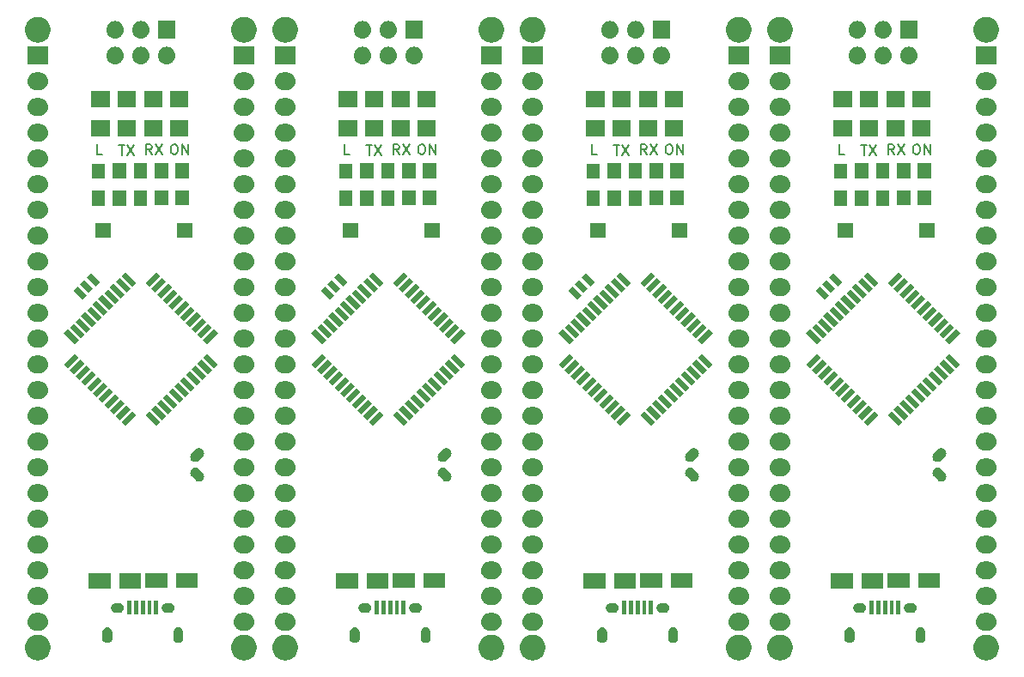
<source format=gts>
G04 #@! TF.GenerationSoftware,KiCad,Pcbnew,5.1.0-rc1-unknown-e6a200b~76~ubuntu16.04.1*
G04 #@! TF.CreationDate,2019-02-18T11:20:04+01:00
G04 #@! TF.ProjectId,nano324,6e616e6f-3332-4342-9e6b-696361645f70,rev?*
G04 #@! TF.SameCoordinates,Original*
G04 #@! TF.FileFunction,Soldermask,Top*
G04 #@! TF.FilePolarity,Negative*
%FSLAX46Y46*%
G04 Gerber Fmt 4.6, Leading zero omitted, Abs format (unit mm)*
G04 Created by KiCad (PCBNEW 5.1.0-rc1-unknown-e6a200b~76~ubuntu16.04.1) date 2019-02-18 11:20:04*
%MOMM*%
%LPD*%
G04 APERTURE LIST*
%ADD10C,0.150000*%
%ADD11C,0.100000*%
G04 APERTURE END LIST*
D10*
X199355152Y-87996780D02*
X199545628Y-87996780D01*
X199640866Y-88044400D01*
X199736104Y-88139638D01*
X199783723Y-88330114D01*
X199783723Y-88663447D01*
X199736104Y-88853923D01*
X199640866Y-88949161D01*
X199545628Y-88996780D01*
X199355152Y-88996780D01*
X199259914Y-88949161D01*
X199164676Y-88853923D01*
X199117057Y-88663447D01*
X199117057Y-88330114D01*
X199164676Y-88139638D01*
X199259914Y-88044400D01*
X199355152Y-87996780D01*
X200212295Y-88996780D02*
X200212295Y-87996780D01*
X200783723Y-88996780D01*
X200783723Y-87996780D01*
X192358923Y-89022180D02*
X191882733Y-89022180D01*
X191882733Y-88022180D01*
X193992595Y-88072980D02*
X194564023Y-88072980D01*
X194278309Y-89072980D02*
X194278309Y-88072980D01*
X194802119Y-88072980D02*
X195468785Y-89072980D01*
X195468785Y-88072980D02*
X194802119Y-89072980D01*
X197242133Y-89022180D02*
X196908800Y-88545990D01*
X196670704Y-89022180D02*
X196670704Y-88022180D01*
X197051657Y-88022180D01*
X197146895Y-88069800D01*
X197194514Y-88117419D01*
X197242133Y-88212657D01*
X197242133Y-88355514D01*
X197194514Y-88450752D01*
X197146895Y-88498371D01*
X197051657Y-88545990D01*
X196670704Y-88545990D01*
X197575466Y-88022180D02*
X198242133Y-89022180D01*
X198242133Y-88022180D02*
X197575466Y-89022180D01*
X174971152Y-87996780D02*
X175161628Y-87996780D01*
X175256866Y-88044400D01*
X175352104Y-88139638D01*
X175399723Y-88330114D01*
X175399723Y-88663447D01*
X175352104Y-88853923D01*
X175256866Y-88949161D01*
X175161628Y-88996780D01*
X174971152Y-88996780D01*
X174875914Y-88949161D01*
X174780676Y-88853923D01*
X174733057Y-88663447D01*
X174733057Y-88330114D01*
X174780676Y-88139638D01*
X174875914Y-88044400D01*
X174971152Y-87996780D01*
X175828295Y-88996780D02*
X175828295Y-87996780D01*
X176399723Y-88996780D01*
X176399723Y-87996780D01*
X167974923Y-89022180D02*
X167498733Y-89022180D01*
X167498733Y-88022180D01*
X169608595Y-88072980D02*
X170180023Y-88072980D01*
X169894309Y-89072980D02*
X169894309Y-88072980D01*
X170418119Y-88072980D02*
X171084785Y-89072980D01*
X171084785Y-88072980D02*
X170418119Y-89072980D01*
X172858133Y-89022180D02*
X172524800Y-88545990D01*
X172286704Y-89022180D02*
X172286704Y-88022180D01*
X172667657Y-88022180D01*
X172762895Y-88069800D01*
X172810514Y-88117419D01*
X172858133Y-88212657D01*
X172858133Y-88355514D01*
X172810514Y-88450752D01*
X172762895Y-88498371D01*
X172667657Y-88545990D01*
X172286704Y-88545990D01*
X173191466Y-88022180D02*
X173858133Y-89022180D01*
X173858133Y-88022180D02*
X173191466Y-89022180D01*
X150587152Y-87996780D02*
X150777628Y-87996780D01*
X150872866Y-88044400D01*
X150968104Y-88139638D01*
X151015723Y-88330114D01*
X151015723Y-88663447D01*
X150968104Y-88853923D01*
X150872866Y-88949161D01*
X150777628Y-88996780D01*
X150587152Y-88996780D01*
X150491914Y-88949161D01*
X150396676Y-88853923D01*
X150349057Y-88663447D01*
X150349057Y-88330114D01*
X150396676Y-88139638D01*
X150491914Y-88044400D01*
X150587152Y-87996780D01*
X151444295Y-88996780D02*
X151444295Y-87996780D01*
X152015723Y-88996780D01*
X152015723Y-87996780D01*
X143590923Y-89022180D02*
X143114733Y-89022180D01*
X143114733Y-88022180D01*
X145224595Y-88072980D02*
X145796023Y-88072980D01*
X145510309Y-89072980D02*
X145510309Y-88072980D01*
X146034119Y-88072980D02*
X146700785Y-89072980D01*
X146700785Y-88072980D02*
X146034119Y-89072980D01*
X148474133Y-89022180D02*
X148140800Y-88545990D01*
X147902704Y-89022180D02*
X147902704Y-88022180D01*
X148283657Y-88022180D01*
X148378895Y-88069800D01*
X148426514Y-88117419D01*
X148474133Y-88212657D01*
X148474133Y-88355514D01*
X148426514Y-88450752D01*
X148378895Y-88498371D01*
X148283657Y-88545990D01*
X147902704Y-88545990D01*
X148807466Y-88022180D02*
X149474133Y-89022180D01*
X149474133Y-88022180D02*
X148807466Y-89022180D01*
X124090133Y-89022180D02*
X123756800Y-88545990D01*
X123518704Y-89022180D02*
X123518704Y-88022180D01*
X123899657Y-88022180D01*
X123994895Y-88069800D01*
X124042514Y-88117419D01*
X124090133Y-88212657D01*
X124090133Y-88355514D01*
X124042514Y-88450752D01*
X123994895Y-88498371D01*
X123899657Y-88545990D01*
X123518704Y-88545990D01*
X124423466Y-88022180D02*
X125090133Y-89022180D01*
X125090133Y-88022180D02*
X124423466Y-89022180D01*
X120840595Y-88072980D02*
X121412023Y-88072980D01*
X121126309Y-89072980D02*
X121126309Y-88072980D01*
X121650119Y-88072980D02*
X122316785Y-89072980D01*
X122316785Y-88072980D02*
X121650119Y-89072980D01*
X119206923Y-89022180D02*
X118730733Y-89022180D01*
X118730733Y-88022180D01*
X126203152Y-87996780D02*
X126393628Y-87996780D01*
X126488866Y-88044400D01*
X126584104Y-88139638D01*
X126631723Y-88330114D01*
X126631723Y-88663447D01*
X126584104Y-88853923D01*
X126488866Y-88949161D01*
X126393628Y-88996780D01*
X126203152Y-88996780D01*
X126107914Y-88949161D01*
X126012676Y-88853923D01*
X125965057Y-88663447D01*
X125965057Y-88330114D01*
X126012676Y-88139638D01*
X126107914Y-88044400D01*
X126203152Y-87996780D01*
X127060295Y-88996780D02*
X127060295Y-87996780D01*
X127631723Y-88996780D01*
X127631723Y-87996780D01*
D11*
G36*
X206571965Y-136422403D02*
G01*
X206694645Y-136446805D01*
X206925771Y-136542541D01*
X207030479Y-136612505D01*
X207133777Y-136681526D01*
X207310674Y-136858423D01*
X207379695Y-136961721D01*
X207449659Y-137066429D01*
X207545395Y-137297555D01*
X207594200Y-137542916D01*
X207594200Y-137793084D01*
X207545395Y-138038445D01*
X207449659Y-138269571D01*
X207310673Y-138477578D01*
X207133778Y-138654473D01*
X206925771Y-138793459D01*
X206694645Y-138889195D01*
X206571964Y-138913598D01*
X206449285Y-138938000D01*
X206199115Y-138938000D01*
X206076436Y-138913598D01*
X205953755Y-138889195D01*
X205722629Y-138793459D01*
X205514622Y-138654473D01*
X205337727Y-138477578D01*
X205198741Y-138269571D01*
X205103005Y-138038445D01*
X205054200Y-137793084D01*
X205054200Y-137542916D01*
X205103005Y-137297555D01*
X205198741Y-137066429D01*
X205268705Y-136961721D01*
X205337726Y-136858423D01*
X205514623Y-136681526D01*
X205617921Y-136612505D01*
X205722629Y-136542541D01*
X205953755Y-136446805D01*
X206076435Y-136422403D01*
X206199115Y-136398000D01*
X206449285Y-136398000D01*
X206571965Y-136422403D01*
X206571965Y-136422403D01*
G37*
G36*
X161867965Y-136422403D02*
G01*
X161990645Y-136446805D01*
X162221771Y-136542541D01*
X162326479Y-136612505D01*
X162429777Y-136681526D01*
X162606674Y-136858423D01*
X162675695Y-136961721D01*
X162745659Y-137066429D01*
X162841395Y-137297555D01*
X162890200Y-137542916D01*
X162890200Y-137793084D01*
X162841395Y-138038445D01*
X162745659Y-138269571D01*
X162606673Y-138477578D01*
X162429778Y-138654473D01*
X162221771Y-138793459D01*
X161990645Y-138889195D01*
X161867964Y-138913598D01*
X161745285Y-138938000D01*
X161495115Y-138938000D01*
X161372436Y-138913598D01*
X161249755Y-138889195D01*
X161018629Y-138793459D01*
X160810622Y-138654473D01*
X160633727Y-138477578D01*
X160494741Y-138269571D01*
X160399005Y-138038445D01*
X160350200Y-137793084D01*
X160350200Y-137542916D01*
X160399005Y-137297555D01*
X160494741Y-137066429D01*
X160564705Y-136961721D01*
X160633726Y-136858423D01*
X160810623Y-136681526D01*
X160913921Y-136612505D01*
X161018629Y-136542541D01*
X161249755Y-136446805D01*
X161372435Y-136422403D01*
X161495115Y-136398000D01*
X161745285Y-136398000D01*
X161867965Y-136422403D01*
X161867965Y-136422403D01*
G37*
G36*
X182187965Y-136422403D02*
G01*
X182310645Y-136446805D01*
X182541771Y-136542541D01*
X182646479Y-136612505D01*
X182749777Y-136681526D01*
X182926674Y-136858423D01*
X182995695Y-136961721D01*
X183065659Y-137066429D01*
X183161395Y-137297555D01*
X183210200Y-137542916D01*
X183210200Y-137793084D01*
X183161395Y-138038445D01*
X183065659Y-138269571D01*
X182926673Y-138477578D01*
X182749778Y-138654473D01*
X182541771Y-138793459D01*
X182310645Y-138889195D01*
X182187964Y-138913598D01*
X182065285Y-138938000D01*
X181815115Y-138938000D01*
X181692436Y-138913598D01*
X181569755Y-138889195D01*
X181338629Y-138793459D01*
X181130622Y-138654473D01*
X180953727Y-138477578D01*
X180814741Y-138269571D01*
X180719005Y-138038445D01*
X180670200Y-137793084D01*
X180670200Y-137542916D01*
X180719005Y-137297555D01*
X180814741Y-137066429D01*
X180884705Y-136961721D01*
X180953726Y-136858423D01*
X181130623Y-136681526D01*
X181233921Y-136612505D01*
X181338629Y-136542541D01*
X181569755Y-136446805D01*
X181692435Y-136422403D01*
X181815115Y-136398000D01*
X182065285Y-136398000D01*
X182187965Y-136422403D01*
X182187965Y-136422403D01*
G37*
G36*
X137483965Y-136422403D02*
G01*
X137606645Y-136446805D01*
X137837771Y-136542541D01*
X137942479Y-136612505D01*
X138045777Y-136681526D01*
X138222674Y-136858423D01*
X138291695Y-136961721D01*
X138361659Y-137066429D01*
X138457395Y-137297555D01*
X138506200Y-137542916D01*
X138506200Y-137793084D01*
X138457395Y-138038445D01*
X138361659Y-138269571D01*
X138222673Y-138477578D01*
X138045778Y-138654473D01*
X137837771Y-138793459D01*
X137606645Y-138889195D01*
X137483964Y-138913598D01*
X137361285Y-138938000D01*
X137111115Y-138938000D01*
X136988436Y-138913598D01*
X136865755Y-138889195D01*
X136634629Y-138793459D01*
X136426622Y-138654473D01*
X136249727Y-138477578D01*
X136110741Y-138269571D01*
X136015005Y-138038445D01*
X135966200Y-137793084D01*
X135966200Y-137542916D01*
X136015005Y-137297555D01*
X136110741Y-137066429D01*
X136180705Y-136961721D01*
X136249726Y-136858423D01*
X136426623Y-136681526D01*
X136529921Y-136612505D01*
X136634629Y-136542541D01*
X136865755Y-136446805D01*
X136988435Y-136422403D01*
X137111115Y-136398000D01*
X137361285Y-136398000D01*
X137483965Y-136422403D01*
X137483965Y-136422403D01*
G37*
G36*
X157803965Y-136422403D02*
G01*
X157926645Y-136446805D01*
X158157771Y-136542541D01*
X158262479Y-136612505D01*
X158365777Y-136681526D01*
X158542674Y-136858423D01*
X158611695Y-136961721D01*
X158681659Y-137066429D01*
X158777395Y-137297555D01*
X158826200Y-137542916D01*
X158826200Y-137793084D01*
X158777395Y-138038445D01*
X158681659Y-138269571D01*
X158542673Y-138477578D01*
X158365778Y-138654473D01*
X158157771Y-138793459D01*
X157926645Y-138889195D01*
X157803964Y-138913598D01*
X157681285Y-138938000D01*
X157431115Y-138938000D01*
X157308436Y-138913598D01*
X157185755Y-138889195D01*
X156954629Y-138793459D01*
X156746622Y-138654473D01*
X156569727Y-138477578D01*
X156430741Y-138269571D01*
X156335005Y-138038445D01*
X156286200Y-137793084D01*
X156286200Y-137542916D01*
X156335005Y-137297555D01*
X156430741Y-137066429D01*
X156500705Y-136961721D01*
X156569726Y-136858423D01*
X156746623Y-136681526D01*
X156849921Y-136612505D01*
X156954629Y-136542541D01*
X157185755Y-136446805D01*
X157308435Y-136422403D01*
X157431115Y-136398000D01*
X157681285Y-136398000D01*
X157803965Y-136422403D01*
X157803965Y-136422403D01*
G37*
G36*
X113099965Y-136422403D02*
G01*
X113222645Y-136446805D01*
X113453771Y-136542541D01*
X113558479Y-136612505D01*
X113661777Y-136681526D01*
X113838674Y-136858423D01*
X113907695Y-136961721D01*
X113977659Y-137066429D01*
X114073395Y-137297555D01*
X114122200Y-137542916D01*
X114122200Y-137793084D01*
X114073395Y-138038445D01*
X113977659Y-138269571D01*
X113838673Y-138477578D01*
X113661778Y-138654473D01*
X113453771Y-138793459D01*
X113222645Y-138889195D01*
X113099964Y-138913598D01*
X112977285Y-138938000D01*
X112727115Y-138938000D01*
X112604436Y-138913598D01*
X112481755Y-138889195D01*
X112250629Y-138793459D01*
X112042622Y-138654473D01*
X111865727Y-138477578D01*
X111726741Y-138269571D01*
X111631005Y-138038445D01*
X111582200Y-137793084D01*
X111582200Y-137542916D01*
X111631005Y-137297555D01*
X111726741Y-137066429D01*
X111796705Y-136961721D01*
X111865726Y-136858423D01*
X112042623Y-136681526D01*
X112145921Y-136612505D01*
X112250629Y-136542541D01*
X112481755Y-136446805D01*
X112604435Y-136422403D01*
X112727115Y-136398000D01*
X112977285Y-136398000D01*
X113099965Y-136422403D01*
X113099965Y-136422403D01*
G37*
G36*
X133419965Y-136422403D02*
G01*
X133542645Y-136446805D01*
X133773771Y-136542541D01*
X133878479Y-136612505D01*
X133981777Y-136681526D01*
X134158674Y-136858423D01*
X134227695Y-136961721D01*
X134297659Y-137066429D01*
X134393395Y-137297555D01*
X134442200Y-137542916D01*
X134442200Y-137793084D01*
X134393395Y-138038445D01*
X134297659Y-138269571D01*
X134158673Y-138477578D01*
X133981778Y-138654473D01*
X133773771Y-138793459D01*
X133542645Y-138889195D01*
X133419964Y-138913598D01*
X133297285Y-138938000D01*
X133047115Y-138938000D01*
X132924436Y-138913598D01*
X132801755Y-138889195D01*
X132570629Y-138793459D01*
X132362622Y-138654473D01*
X132185727Y-138477578D01*
X132046741Y-138269571D01*
X131951005Y-138038445D01*
X131902200Y-137793084D01*
X131902200Y-137542916D01*
X131951005Y-137297555D01*
X132046741Y-137066429D01*
X132116705Y-136961721D01*
X132185726Y-136858423D01*
X132362623Y-136681526D01*
X132465921Y-136612505D01*
X132570629Y-136542541D01*
X132801755Y-136446805D01*
X132924435Y-136422403D01*
X133047115Y-136398000D01*
X133297285Y-136398000D01*
X133419965Y-136422403D01*
X133419965Y-136422403D01*
G37*
G36*
X186251965Y-136422403D02*
G01*
X186374645Y-136446805D01*
X186605771Y-136542541D01*
X186710479Y-136612505D01*
X186813777Y-136681526D01*
X186990674Y-136858423D01*
X187059695Y-136961721D01*
X187129659Y-137066429D01*
X187225395Y-137297555D01*
X187274200Y-137542916D01*
X187274200Y-137793084D01*
X187225395Y-138038445D01*
X187129659Y-138269571D01*
X186990673Y-138477578D01*
X186813778Y-138654473D01*
X186605771Y-138793459D01*
X186374645Y-138889195D01*
X186251964Y-138913598D01*
X186129285Y-138938000D01*
X185879115Y-138938000D01*
X185756436Y-138913598D01*
X185633755Y-138889195D01*
X185402629Y-138793459D01*
X185194622Y-138654473D01*
X185017727Y-138477578D01*
X184878741Y-138269571D01*
X184783005Y-138038445D01*
X184734200Y-137793084D01*
X184734200Y-137542916D01*
X184783005Y-137297555D01*
X184878741Y-137066429D01*
X184948705Y-136961721D01*
X185017726Y-136858423D01*
X185194623Y-136681526D01*
X185297921Y-136612505D01*
X185402629Y-136542541D01*
X185633755Y-136446805D01*
X185756435Y-136422403D01*
X185879115Y-136398000D01*
X186129285Y-136398000D01*
X186251965Y-136422403D01*
X186251965Y-136422403D01*
G37*
G36*
X192949314Y-135677694D02*
G01*
X193043569Y-135706286D01*
X193109657Y-135741611D01*
X193130429Y-135752714D01*
X193206564Y-135815196D01*
X193234744Y-135849534D01*
X193269047Y-135891332D01*
X193315474Y-135978190D01*
X193344066Y-136072445D01*
X193351300Y-136145896D01*
X193351300Y-136745024D01*
X193344066Y-136818475D01*
X193315474Y-136912730D01*
X193269047Y-136999588D01*
X193206564Y-137075724D01*
X193130428Y-137138207D01*
X193043570Y-137184634D01*
X192949315Y-137213226D01*
X192851300Y-137222879D01*
X192753286Y-137213226D01*
X192659031Y-137184634D01*
X192572173Y-137138207D01*
X192496037Y-137075724D01*
X192433555Y-136999590D01*
X192387125Y-136912728D01*
X192358534Y-136818475D01*
X192351300Y-136745024D01*
X192351300Y-136145897D01*
X192358534Y-136072446D01*
X192387126Y-135978191D01*
X192433553Y-135891333D01*
X192433554Y-135891331D01*
X192496036Y-135815196D01*
X192572171Y-135752714D01*
X192572170Y-135752714D01*
X192572172Y-135752713D01*
X192659030Y-135706286D01*
X192753285Y-135677694D01*
X192851300Y-135668041D01*
X192949314Y-135677694D01*
X192949314Y-135677694D01*
G37*
G36*
X126797314Y-135677694D02*
G01*
X126891569Y-135706286D01*
X126957657Y-135741611D01*
X126978429Y-135752714D01*
X127054564Y-135815196D01*
X127082744Y-135849534D01*
X127117047Y-135891332D01*
X127163474Y-135978190D01*
X127192066Y-136072445D01*
X127199300Y-136145896D01*
X127199300Y-136745024D01*
X127192066Y-136818475D01*
X127163474Y-136912730D01*
X127117047Y-136999588D01*
X127054564Y-137075724D01*
X126978428Y-137138207D01*
X126891570Y-137184634D01*
X126797315Y-137213226D01*
X126699300Y-137222879D01*
X126601286Y-137213226D01*
X126507031Y-137184634D01*
X126420173Y-137138207D01*
X126344037Y-137075724D01*
X126281555Y-136999590D01*
X126235125Y-136912728D01*
X126206534Y-136818475D01*
X126199300Y-136745024D01*
X126199300Y-136145897D01*
X126206534Y-136072446D01*
X126235126Y-135978191D01*
X126281553Y-135891333D01*
X126281554Y-135891331D01*
X126344036Y-135815196D01*
X126420171Y-135752714D01*
X126420170Y-135752714D01*
X126420172Y-135752713D01*
X126507030Y-135706286D01*
X126601285Y-135677694D01*
X126699300Y-135668041D01*
X126797314Y-135677694D01*
X126797314Y-135677694D01*
G37*
G36*
X119797314Y-135677694D02*
G01*
X119891569Y-135706286D01*
X119957657Y-135741611D01*
X119978429Y-135752714D01*
X120054564Y-135815196D01*
X120082744Y-135849534D01*
X120117047Y-135891332D01*
X120163474Y-135978190D01*
X120192066Y-136072445D01*
X120199300Y-136145896D01*
X120199300Y-136745024D01*
X120192066Y-136818475D01*
X120163474Y-136912730D01*
X120117047Y-136999588D01*
X120054564Y-137075724D01*
X119978428Y-137138207D01*
X119891570Y-137184634D01*
X119797315Y-137213226D01*
X119699300Y-137222879D01*
X119601286Y-137213226D01*
X119507031Y-137184634D01*
X119420173Y-137138207D01*
X119344037Y-137075724D01*
X119281555Y-136999590D01*
X119235125Y-136912728D01*
X119206534Y-136818475D01*
X119199300Y-136745024D01*
X119199300Y-136145897D01*
X119206534Y-136072446D01*
X119235126Y-135978191D01*
X119281553Y-135891333D01*
X119281554Y-135891331D01*
X119344036Y-135815196D01*
X119420171Y-135752714D01*
X119420170Y-135752714D01*
X119420172Y-135752713D01*
X119507030Y-135706286D01*
X119601285Y-135677694D01*
X119699300Y-135668041D01*
X119797314Y-135677694D01*
X119797314Y-135677694D01*
G37*
G36*
X144181314Y-135677694D02*
G01*
X144275569Y-135706286D01*
X144341657Y-135741611D01*
X144362429Y-135752714D01*
X144438564Y-135815196D01*
X144466744Y-135849534D01*
X144501047Y-135891332D01*
X144547474Y-135978190D01*
X144576066Y-136072445D01*
X144583300Y-136145896D01*
X144583300Y-136745024D01*
X144576066Y-136818475D01*
X144547474Y-136912730D01*
X144501047Y-136999588D01*
X144438564Y-137075724D01*
X144362428Y-137138207D01*
X144275570Y-137184634D01*
X144181315Y-137213226D01*
X144083300Y-137222879D01*
X143985286Y-137213226D01*
X143891031Y-137184634D01*
X143804173Y-137138207D01*
X143728037Y-137075724D01*
X143665555Y-136999590D01*
X143619125Y-136912728D01*
X143590534Y-136818475D01*
X143583300Y-136745024D01*
X143583300Y-136145897D01*
X143590534Y-136072446D01*
X143619126Y-135978191D01*
X143665553Y-135891333D01*
X143665554Y-135891331D01*
X143728036Y-135815196D01*
X143804171Y-135752714D01*
X143804170Y-135752714D01*
X143804172Y-135752713D01*
X143891030Y-135706286D01*
X143985285Y-135677694D01*
X144083300Y-135668041D01*
X144181314Y-135677694D01*
X144181314Y-135677694D01*
G37*
G36*
X168565314Y-135677694D02*
G01*
X168659569Y-135706286D01*
X168725657Y-135741611D01*
X168746429Y-135752714D01*
X168822564Y-135815196D01*
X168850744Y-135849534D01*
X168885047Y-135891332D01*
X168931474Y-135978190D01*
X168960066Y-136072445D01*
X168967300Y-136145896D01*
X168967300Y-136745024D01*
X168960066Y-136818475D01*
X168931474Y-136912730D01*
X168885047Y-136999588D01*
X168822564Y-137075724D01*
X168746428Y-137138207D01*
X168659570Y-137184634D01*
X168565315Y-137213226D01*
X168467300Y-137222879D01*
X168369286Y-137213226D01*
X168275031Y-137184634D01*
X168188173Y-137138207D01*
X168112037Y-137075724D01*
X168049555Y-136999590D01*
X168003125Y-136912728D01*
X167974534Y-136818475D01*
X167967300Y-136745024D01*
X167967300Y-136145897D01*
X167974534Y-136072446D01*
X168003126Y-135978191D01*
X168049553Y-135891333D01*
X168049554Y-135891331D01*
X168112036Y-135815196D01*
X168188171Y-135752714D01*
X168188170Y-135752714D01*
X168188172Y-135752713D01*
X168275030Y-135706286D01*
X168369285Y-135677694D01*
X168467300Y-135668041D01*
X168565314Y-135677694D01*
X168565314Y-135677694D01*
G37*
G36*
X175565314Y-135677694D02*
G01*
X175659569Y-135706286D01*
X175725657Y-135741611D01*
X175746429Y-135752714D01*
X175822564Y-135815196D01*
X175850744Y-135849534D01*
X175885047Y-135891332D01*
X175931474Y-135978190D01*
X175960066Y-136072445D01*
X175967300Y-136145896D01*
X175967300Y-136745024D01*
X175960066Y-136818475D01*
X175931474Y-136912730D01*
X175885047Y-136999588D01*
X175822564Y-137075724D01*
X175746428Y-137138207D01*
X175659570Y-137184634D01*
X175565315Y-137213226D01*
X175467300Y-137222879D01*
X175369286Y-137213226D01*
X175275031Y-137184634D01*
X175188173Y-137138207D01*
X175112037Y-137075724D01*
X175049555Y-136999590D01*
X175003125Y-136912728D01*
X174974534Y-136818475D01*
X174967300Y-136745024D01*
X174967300Y-136145897D01*
X174974534Y-136072446D01*
X175003126Y-135978191D01*
X175049553Y-135891333D01*
X175049554Y-135891331D01*
X175112036Y-135815196D01*
X175188171Y-135752714D01*
X175188170Y-135752714D01*
X175188172Y-135752713D01*
X175275030Y-135706286D01*
X175369285Y-135677694D01*
X175467300Y-135668041D01*
X175565314Y-135677694D01*
X175565314Y-135677694D01*
G37*
G36*
X199949314Y-135677694D02*
G01*
X200043569Y-135706286D01*
X200109657Y-135741611D01*
X200130429Y-135752714D01*
X200206564Y-135815196D01*
X200234744Y-135849534D01*
X200269047Y-135891332D01*
X200315474Y-135978190D01*
X200344066Y-136072445D01*
X200351300Y-136145896D01*
X200351300Y-136745024D01*
X200344066Y-136818475D01*
X200315474Y-136912730D01*
X200269047Y-136999588D01*
X200206564Y-137075724D01*
X200130428Y-137138207D01*
X200043570Y-137184634D01*
X199949315Y-137213226D01*
X199851300Y-137222879D01*
X199753286Y-137213226D01*
X199659031Y-137184634D01*
X199572173Y-137138207D01*
X199496037Y-137075724D01*
X199433555Y-136999590D01*
X199387125Y-136912728D01*
X199358534Y-136818475D01*
X199351300Y-136745024D01*
X199351300Y-136145897D01*
X199358534Y-136072446D01*
X199387126Y-135978191D01*
X199433553Y-135891333D01*
X199433554Y-135891331D01*
X199496036Y-135815196D01*
X199572171Y-135752714D01*
X199572170Y-135752714D01*
X199572172Y-135752713D01*
X199659030Y-135706286D01*
X199753285Y-135677694D01*
X199851300Y-135668041D01*
X199949314Y-135677694D01*
X199949314Y-135677694D01*
G37*
G36*
X151181314Y-135677694D02*
G01*
X151275569Y-135706286D01*
X151341657Y-135741611D01*
X151362429Y-135752714D01*
X151438564Y-135815196D01*
X151466744Y-135849534D01*
X151501047Y-135891332D01*
X151547474Y-135978190D01*
X151576066Y-136072445D01*
X151583300Y-136145896D01*
X151583300Y-136745024D01*
X151576066Y-136818475D01*
X151547474Y-136912730D01*
X151501047Y-136999588D01*
X151438564Y-137075724D01*
X151362428Y-137138207D01*
X151275570Y-137184634D01*
X151181315Y-137213226D01*
X151083300Y-137222879D01*
X150985286Y-137213226D01*
X150891031Y-137184634D01*
X150804173Y-137138207D01*
X150728037Y-137075724D01*
X150665555Y-136999590D01*
X150619125Y-136912728D01*
X150590534Y-136818475D01*
X150583300Y-136745024D01*
X150583300Y-136145897D01*
X150590534Y-136072446D01*
X150619126Y-135978191D01*
X150665553Y-135891333D01*
X150665554Y-135891331D01*
X150728036Y-135815196D01*
X150804171Y-135752714D01*
X150804170Y-135752714D01*
X150804172Y-135752713D01*
X150891030Y-135706286D01*
X150985285Y-135677694D01*
X151083300Y-135668041D01*
X151181314Y-135677694D01*
X151181314Y-135677694D01*
G37*
G36*
X182177312Y-134268565D02*
G01*
X182261895Y-134276896D01*
X182424684Y-134326278D01*
X182424687Y-134326279D01*
X182574707Y-134406466D01*
X182574708Y-134406467D01*
X182574712Y-134406469D01*
X182706212Y-134514388D01*
X182814131Y-134645888D01*
X182814133Y-134645892D01*
X182814134Y-134645893D01*
X182894321Y-134795913D01*
X182894322Y-134795916D01*
X182943704Y-134958705D01*
X182960378Y-135128000D01*
X182943704Y-135297295D01*
X182894322Y-135460084D01*
X182894321Y-135460087D01*
X182814134Y-135610107D01*
X182814131Y-135610112D01*
X182706212Y-135741612D01*
X182574712Y-135849531D01*
X182574708Y-135849533D01*
X182574707Y-135849534D01*
X182424687Y-135929721D01*
X182424684Y-135929722D01*
X182261895Y-135979104D01*
X182177312Y-135987435D01*
X182135021Y-135991600D01*
X181745379Y-135991600D01*
X181703088Y-135987435D01*
X181618505Y-135979104D01*
X181455716Y-135929722D01*
X181455713Y-135929721D01*
X181305693Y-135849534D01*
X181305692Y-135849533D01*
X181305688Y-135849531D01*
X181174188Y-135741612D01*
X181066269Y-135610112D01*
X181066266Y-135610107D01*
X180986079Y-135460087D01*
X180986078Y-135460084D01*
X180936696Y-135297295D01*
X180920022Y-135128000D01*
X180936696Y-134958705D01*
X180986078Y-134795916D01*
X180986079Y-134795913D01*
X181066266Y-134645893D01*
X181066267Y-134645892D01*
X181066269Y-134645888D01*
X181174188Y-134514388D01*
X181305688Y-134406469D01*
X181305692Y-134406467D01*
X181305693Y-134406466D01*
X181455713Y-134326279D01*
X181455716Y-134326278D01*
X181618505Y-134276896D01*
X181703088Y-134268565D01*
X181745379Y-134264400D01*
X182135021Y-134264400D01*
X182177312Y-134268565D01*
X182177312Y-134268565D01*
G37*
G36*
X186241312Y-134268565D02*
G01*
X186325895Y-134276896D01*
X186488684Y-134326278D01*
X186488687Y-134326279D01*
X186638707Y-134406466D01*
X186638708Y-134406467D01*
X186638712Y-134406469D01*
X186770212Y-134514388D01*
X186878131Y-134645888D01*
X186878133Y-134645892D01*
X186878134Y-134645893D01*
X186958321Y-134795913D01*
X186958322Y-134795916D01*
X187007704Y-134958705D01*
X187024378Y-135128000D01*
X187007704Y-135297295D01*
X186958322Y-135460084D01*
X186958321Y-135460087D01*
X186878134Y-135610107D01*
X186878131Y-135610112D01*
X186770212Y-135741612D01*
X186638712Y-135849531D01*
X186638708Y-135849533D01*
X186638707Y-135849534D01*
X186488687Y-135929721D01*
X186488684Y-135929722D01*
X186325895Y-135979104D01*
X186241312Y-135987435D01*
X186199021Y-135991600D01*
X185809379Y-135991600D01*
X185767088Y-135987435D01*
X185682505Y-135979104D01*
X185519716Y-135929722D01*
X185519713Y-135929721D01*
X185369693Y-135849534D01*
X185369692Y-135849533D01*
X185369688Y-135849531D01*
X185238188Y-135741612D01*
X185130269Y-135610112D01*
X185130266Y-135610107D01*
X185050079Y-135460087D01*
X185050078Y-135460084D01*
X185000696Y-135297295D01*
X184984022Y-135128000D01*
X185000696Y-134958705D01*
X185050078Y-134795916D01*
X185050079Y-134795913D01*
X185130266Y-134645893D01*
X185130267Y-134645892D01*
X185130269Y-134645888D01*
X185238188Y-134514388D01*
X185369688Y-134406469D01*
X185369692Y-134406467D01*
X185369693Y-134406466D01*
X185519713Y-134326279D01*
X185519716Y-134326278D01*
X185682505Y-134276896D01*
X185767088Y-134268565D01*
X185809379Y-134264400D01*
X186199021Y-134264400D01*
X186241312Y-134268565D01*
X186241312Y-134268565D01*
G37*
G36*
X133409312Y-134268565D02*
G01*
X133493895Y-134276896D01*
X133656684Y-134326278D01*
X133656687Y-134326279D01*
X133806707Y-134406466D01*
X133806708Y-134406467D01*
X133806712Y-134406469D01*
X133938212Y-134514388D01*
X134046131Y-134645888D01*
X134046133Y-134645892D01*
X134046134Y-134645893D01*
X134126321Y-134795913D01*
X134126322Y-134795916D01*
X134175704Y-134958705D01*
X134192378Y-135128000D01*
X134175704Y-135297295D01*
X134126322Y-135460084D01*
X134126321Y-135460087D01*
X134046134Y-135610107D01*
X134046131Y-135610112D01*
X133938212Y-135741612D01*
X133806712Y-135849531D01*
X133806708Y-135849533D01*
X133806707Y-135849534D01*
X133656687Y-135929721D01*
X133656684Y-135929722D01*
X133493895Y-135979104D01*
X133409312Y-135987435D01*
X133367021Y-135991600D01*
X132977379Y-135991600D01*
X132935088Y-135987435D01*
X132850505Y-135979104D01*
X132687716Y-135929722D01*
X132687713Y-135929721D01*
X132537693Y-135849534D01*
X132537692Y-135849533D01*
X132537688Y-135849531D01*
X132406188Y-135741612D01*
X132298269Y-135610112D01*
X132298266Y-135610107D01*
X132218079Y-135460087D01*
X132218078Y-135460084D01*
X132168696Y-135297295D01*
X132152022Y-135128000D01*
X132168696Y-134958705D01*
X132218078Y-134795916D01*
X132218079Y-134795913D01*
X132298266Y-134645893D01*
X132298267Y-134645892D01*
X132298269Y-134645888D01*
X132406188Y-134514388D01*
X132537688Y-134406469D01*
X132537692Y-134406467D01*
X132537693Y-134406466D01*
X132687713Y-134326279D01*
X132687716Y-134326278D01*
X132850505Y-134276896D01*
X132935088Y-134268565D01*
X132977379Y-134264400D01*
X133367021Y-134264400D01*
X133409312Y-134268565D01*
X133409312Y-134268565D01*
G37*
G36*
X157793312Y-134268565D02*
G01*
X157877895Y-134276896D01*
X158040684Y-134326278D01*
X158040687Y-134326279D01*
X158190707Y-134406466D01*
X158190708Y-134406467D01*
X158190712Y-134406469D01*
X158322212Y-134514388D01*
X158430131Y-134645888D01*
X158430133Y-134645892D01*
X158430134Y-134645893D01*
X158510321Y-134795913D01*
X158510322Y-134795916D01*
X158559704Y-134958705D01*
X158576378Y-135128000D01*
X158559704Y-135297295D01*
X158510322Y-135460084D01*
X158510321Y-135460087D01*
X158430134Y-135610107D01*
X158430131Y-135610112D01*
X158322212Y-135741612D01*
X158190712Y-135849531D01*
X158190708Y-135849533D01*
X158190707Y-135849534D01*
X158040687Y-135929721D01*
X158040684Y-135929722D01*
X157877895Y-135979104D01*
X157793312Y-135987435D01*
X157751021Y-135991600D01*
X157361379Y-135991600D01*
X157319088Y-135987435D01*
X157234505Y-135979104D01*
X157071716Y-135929722D01*
X157071713Y-135929721D01*
X156921693Y-135849534D01*
X156921692Y-135849533D01*
X156921688Y-135849531D01*
X156790188Y-135741612D01*
X156682269Y-135610112D01*
X156682266Y-135610107D01*
X156602079Y-135460087D01*
X156602078Y-135460084D01*
X156552696Y-135297295D01*
X156536022Y-135128000D01*
X156552696Y-134958705D01*
X156602078Y-134795916D01*
X156602079Y-134795913D01*
X156682266Y-134645893D01*
X156682267Y-134645892D01*
X156682269Y-134645888D01*
X156790188Y-134514388D01*
X156921688Y-134406469D01*
X156921692Y-134406467D01*
X156921693Y-134406466D01*
X157071713Y-134326279D01*
X157071716Y-134326278D01*
X157234505Y-134276896D01*
X157319088Y-134268565D01*
X157361379Y-134264400D01*
X157751021Y-134264400D01*
X157793312Y-134268565D01*
X157793312Y-134268565D01*
G37*
G36*
X206561312Y-134268565D02*
G01*
X206645895Y-134276896D01*
X206808684Y-134326278D01*
X206808687Y-134326279D01*
X206958707Y-134406466D01*
X206958708Y-134406467D01*
X206958712Y-134406469D01*
X207090212Y-134514388D01*
X207198131Y-134645888D01*
X207198133Y-134645892D01*
X207198134Y-134645893D01*
X207278321Y-134795913D01*
X207278322Y-134795916D01*
X207327704Y-134958705D01*
X207344378Y-135128000D01*
X207327704Y-135297295D01*
X207278322Y-135460084D01*
X207278321Y-135460087D01*
X207198134Y-135610107D01*
X207198131Y-135610112D01*
X207090212Y-135741612D01*
X206958712Y-135849531D01*
X206958708Y-135849533D01*
X206958707Y-135849534D01*
X206808687Y-135929721D01*
X206808684Y-135929722D01*
X206645895Y-135979104D01*
X206561312Y-135987435D01*
X206519021Y-135991600D01*
X206129379Y-135991600D01*
X206087088Y-135987435D01*
X206002505Y-135979104D01*
X205839716Y-135929722D01*
X205839713Y-135929721D01*
X205689693Y-135849534D01*
X205689692Y-135849533D01*
X205689688Y-135849531D01*
X205558188Y-135741612D01*
X205450269Y-135610112D01*
X205450266Y-135610107D01*
X205370079Y-135460087D01*
X205370078Y-135460084D01*
X205320696Y-135297295D01*
X205304022Y-135128000D01*
X205320696Y-134958705D01*
X205370078Y-134795916D01*
X205370079Y-134795913D01*
X205450266Y-134645893D01*
X205450267Y-134645892D01*
X205450269Y-134645888D01*
X205558188Y-134514388D01*
X205689688Y-134406469D01*
X205689692Y-134406467D01*
X205689693Y-134406466D01*
X205839713Y-134326279D01*
X205839716Y-134326278D01*
X206002505Y-134276896D01*
X206087088Y-134268565D01*
X206129379Y-134264400D01*
X206519021Y-134264400D01*
X206561312Y-134268565D01*
X206561312Y-134268565D01*
G37*
G36*
X161857312Y-134268565D02*
G01*
X161941895Y-134276896D01*
X162104684Y-134326278D01*
X162104687Y-134326279D01*
X162254707Y-134406466D01*
X162254708Y-134406467D01*
X162254712Y-134406469D01*
X162386212Y-134514388D01*
X162494131Y-134645888D01*
X162494133Y-134645892D01*
X162494134Y-134645893D01*
X162574321Y-134795913D01*
X162574322Y-134795916D01*
X162623704Y-134958705D01*
X162640378Y-135128000D01*
X162623704Y-135297295D01*
X162574322Y-135460084D01*
X162574321Y-135460087D01*
X162494134Y-135610107D01*
X162494131Y-135610112D01*
X162386212Y-135741612D01*
X162254712Y-135849531D01*
X162254708Y-135849533D01*
X162254707Y-135849534D01*
X162104687Y-135929721D01*
X162104684Y-135929722D01*
X161941895Y-135979104D01*
X161857312Y-135987435D01*
X161815021Y-135991600D01*
X161425379Y-135991600D01*
X161383088Y-135987435D01*
X161298505Y-135979104D01*
X161135716Y-135929722D01*
X161135713Y-135929721D01*
X160985693Y-135849534D01*
X160985692Y-135849533D01*
X160985688Y-135849531D01*
X160854188Y-135741612D01*
X160746269Y-135610112D01*
X160746266Y-135610107D01*
X160666079Y-135460087D01*
X160666078Y-135460084D01*
X160616696Y-135297295D01*
X160600022Y-135128000D01*
X160616696Y-134958705D01*
X160666078Y-134795916D01*
X160666079Y-134795913D01*
X160746266Y-134645893D01*
X160746267Y-134645892D01*
X160746269Y-134645888D01*
X160854188Y-134514388D01*
X160985688Y-134406469D01*
X160985692Y-134406467D01*
X160985693Y-134406466D01*
X161135713Y-134326279D01*
X161135716Y-134326278D01*
X161298505Y-134276896D01*
X161383088Y-134268565D01*
X161425379Y-134264400D01*
X161815021Y-134264400D01*
X161857312Y-134268565D01*
X161857312Y-134268565D01*
G37*
G36*
X137473312Y-134268565D02*
G01*
X137557895Y-134276896D01*
X137720684Y-134326278D01*
X137720687Y-134326279D01*
X137870707Y-134406466D01*
X137870708Y-134406467D01*
X137870712Y-134406469D01*
X138002212Y-134514388D01*
X138110131Y-134645888D01*
X138110133Y-134645892D01*
X138110134Y-134645893D01*
X138190321Y-134795913D01*
X138190322Y-134795916D01*
X138239704Y-134958705D01*
X138256378Y-135128000D01*
X138239704Y-135297295D01*
X138190322Y-135460084D01*
X138190321Y-135460087D01*
X138110134Y-135610107D01*
X138110131Y-135610112D01*
X138002212Y-135741612D01*
X137870712Y-135849531D01*
X137870708Y-135849533D01*
X137870707Y-135849534D01*
X137720687Y-135929721D01*
X137720684Y-135929722D01*
X137557895Y-135979104D01*
X137473312Y-135987435D01*
X137431021Y-135991600D01*
X137041379Y-135991600D01*
X136999088Y-135987435D01*
X136914505Y-135979104D01*
X136751716Y-135929722D01*
X136751713Y-135929721D01*
X136601693Y-135849534D01*
X136601692Y-135849533D01*
X136601688Y-135849531D01*
X136470188Y-135741612D01*
X136362269Y-135610112D01*
X136362266Y-135610107D01*
X136282079Y-135460087D01*
X136282078Y-135460084D01*
X136232696Y-135297295D01*
X136216022Y-135128000D01*
X136232696Y-134958705D01*
X136282078Y-134795916D01*
X136282079Y-134795913D01*
X136362266Y-134645893D01*
X136362267Y-134645892D01*
X136362269Y-134645888D01*
X136470188Y-134514388D01*
X136601688Y-134406469D01*
X136601692Y-134406467D01*
X136601693Y-134406466D01*
X136751713Y-134326279D01*
X136751716Y-134326278D01*
X136914505Y-134276896D01*
X136999088Y-134268565D01*
X137041379Y-134264400D01*
X137431021Y-134264400D01*
X137473312Y-134268565D01*
X137473312Y-134268565D01*
G37*
G36*
X113089312Y-134268565D02*
G01*
X113173895Y-134276896D01*
X113336684Y-134326278D01*
X113336687Y-134326279D01*
X113486707Y-134406466D01*
X113486708Y-134406467D01*
X113486712Y-134406469D01*
X113618212Y-134514388D01*
X113726131Y-134645888D01*
X113726133Y-134645892D01*
X113726134Y-134645893D01*
X113806321Y-134795913D01*
X113806322Y-134795916D01*
X113855704Y-134958705D01*
X113872378Y-135128000D01*
X113855704Y-135297295D01*
X113806322Y-135460084D01*
X113806321Y-135460087D01*
X113726134Y-135610107D01*
X113726131Y-135610112D01*
X113618212Y-135741612D01*
X113486712Y-135849531D01*
X113486708Y-135849533D01*
X113486707Y-135849534D01*
X113336687Y-135929721D01*
X113336684Y-135929722D01*
X113173895Y-135979104D01*
X113089312Y-135987435D01*
X113047021Y-135991600D01*
X112657379Y-135991600D01*
X112615088Y-135987435D01*
X112530505Y-135979104D01*
X112367716Y-135929722D01*
X112367713Y-135929721D01*
X112217693Y-135849534D01*
X112217692Y-135849533D01*
X112217688Y-135849531D01*
X112086188Y-135741612D01*
X111978269Y-135610112D01*
X111978266Y-135610107D01*
X111898079Y-135460087D01*
X111898078Y-135460084D01*
X111848696Y-135297295D01*
X111832022Y-135128000D01*
X111848696Y-134958705D01*
X111898078Y-134795916D01*
X111898079Y-134795913D01*
X111978266Y-134645893D01*
X111978267Y-134645892D01*
X111978269Y-134645888D01*
X112086188Y-134514388D01*
X112217688Y-134406469D01*
X112217692Y-134406467D01*
X112217693Y-134406466D01*
X112367713Y-134326279D01*
X112367716Y-134326278D01*
X112530505Y-134276896D01*
X112615088Y-134268565D01*
X112657379Y-134264400D01*
X113047021Y-134264400D01*
X113089312Y-134268565D01*
X113089312Y-134268565D01*
G37*
G36*
X124699300Y-134420460D02*
G01*
X124299300Y-134420460D01*
X124299300Y-133070460D01*
X124699300Y-133070460D01*
X124699300Y-134420460D01*
X124699300Y-134420460D01*
G37*
G36*
X122099300Y-134420460D02*
G01*
X121699300Y-134420460D01*
X121699300Y-133070460D01*
X122099300Y-133070460D01*
X122099300Y-134420460D01*
X122099300Y-134420460D01*
G37*
G36*
X122749300Y-134420460D02*
G01*
X122349300Y-134420460D01*
X122349300Y-133070460D01*
X122749300Y-133070460D01*
X122749300Y-134420460D01*
X122749300Y-134420460D01*
G37*
G36*
X124049300Y-134420460D02*
G01*
X123649300Y-134420460D01*
X123649300Y-133070460D01*
X124049300Y-133070460D01*
X124049300Y-134420460D01*
X124049300Y-134420460D01*
G37*
G36*
X146483300Y-134420460D02*
G01*
X146083300Y-134420460D01*
X146083300Y-133070460D01*
X146483300Y-133070460D01*
X146483300Y-134420460D01*
X146483300Y-134420460D01*
G37*
G36*
X147133300Y-134420460D02*
G01*
X146733300Y-134420460D01*
X146733300Y-133070460D01*
X147133300Y-133070460D01*
X147133300Y-134420460D01*
X147133300Y-134420460D01*
G37*
G36*
X147783300Y-134420460D02*
G01*
X147383300Y-134420460D01*
X147383300Y-133070460D01*
X147783300Y-133070460D01*
X147783300Y-134420460D01*
X147783300Y-134420460D01*
G37*
G36*
X197851300Y-134420460D02*
G01*
X197451300Y-134420460D01*
X197451300Y-133070460D01*
X197851300Y-133070460D01*
X197851300Y-134420460D01*
X197851300Y-134420460D01*
G37*
G36*
X197201300Y-134420460D02*
G01*
X196801300Y-134420460D01*
X196801300Y-133070460D01*
X197201300Y-133070460D01*
X197201300Y-134420460D01*
X197201300Y-134420460D01*
G37*
G36*
X196551300Y-134420460D02*
G01*
X196151300Y-134420460D01*
X196151300Y-133070460D01*
X196551300Y-133070460D01*
X196551300Y-134420460D01*
X196551300Y-134420460D01*
G37*
G36*
X195251300Y-134420460D02*
G01*
X194851300Y-134420460D01*
X194851300Y-133070460D01*
X195251300Y-133070460D01*
X195251300Y-134420460D01*
X195251300Y-134420460D01*
G37*
G36*
X195901300Y-134420460D02*
G01*
X195501300Y-134420460D01*
X195501300Y-133070460D01*
X195901300Y-133070460D01*
X195901300Y-134420460D01*
X195901300Y-134420460D01*
G37*
G36*
X148433300Y-134420460D02*
G01*
X148033300Y-134420460D01*
X148033300Y-133070460D01*
X148433300Y-133070460D01*
X148433300Y-134420460D01*
X148433300Y-134420460D01*
G37*
G36*
X149083300Y-134420460D02*
G01*
X148683300Y-134420460D01*
X148683300Y-133070460D01*
X149083300Y-133070460D01*
X149083300Y-134420460D01*
X149083300Y-134420460D01*
G37*
G36*
X170867300Y-134420460D02*
G01*
X170467300Y-134420460D01*
X170467300Y-133070460D01*
X170867300Y-133070460D01*
X170867300Y-134420460D01*
X170867300Y-134420460D01*
G37*
G36*
X171517300Y-134420460D02*
G01*
X171117300Y-134420460D01*
X171117300Y-133070460D01*
X171517300Y-133070460D01*
X171517300Y-134420460D01*
X171517300Y-134420460D01*
G37*
G36*
X173467300Y-134420460D02*
G01*
X173067300Y-134420460D01*
X173067300Y-133070460D01*
X173467300Y-133070460D01*
X173467300Y-134420460D01*
X173467300Y-134420460D01*
G37*
G36*
X172817300Y-134420460D02*
G01*
X172417300Y-134420460D01*
X172417300Y-133070460D01*
X172817300Y-133070460D01*
X172817300Y-134420460D01*
X172817300Y-134420460D01*
G37*
G36*
X172167300Y-134420460D02*
G01*
X171767300Y-134420460D01*
X171767300Y-133070460D01*
X172167300Y-133070460D01*
X172167300Y-134420460D01*
X172167300Y-134420460D01*
G37*
G36*
X123399300Y-134420460D02*
G01*
X122999300Y-134420460D01*
X122999300Y-133070460D01*
X123399300Y-133070460D01*
X123399300Y-134420460D01*
X123399300Y-134420460D01*
G37*
G36*
X150279893Y-133272751D02*
G01*
X150326416Y-133277333D01*
X150392659Y-133297427D01*
X150415958Y-133304495D01*
X150493753Y-133346078D01*
X150498473Y-133348601D01*
X150570801Y-133407959D01*
X150630159Y-133480287D01*
X150630160Y-133480289D01*
X150674265Y-133562802D01*
X150701427Y-133652345D01*
X150710598Y-133745460D01*
X150701427Y-133838575D01*
X150674265Y-133928118D01*
X150632682Y-134005913D01*
X150630159Y-134010633D01*
X150570801Y-134082961D01*
X150498473Y-134142319D01*
X150498471Y-134142320D01*
X150415958Y-134186425D01*
X150392659Y-134193493D01*
X150326416Y-134213587D01*
X150279893Y-134218169D01*
X150256633Y-134220460D01*
X149909967Y-134220460D01*
X149886707Y-134218169D01*
X149840184Y-134213587D01*
X149773941Y-134193493D01*
X149750642Y-134186425D01*
X149668129Y-134142320D01*
X149668127Y-134142319D01*
X149595799Y-134082961D01*
X149536441Y-134010633D01*
X149533918Y-134005913D01*
X149492335Y-133928118D01*
X149465173Y-133838575D01*
X149456002Y-133745460D01*
X149465173Y-133652345D01*
X149492335Y-133562802D01*
X149536440Y-133480289D01*
X149536441Y-133480287D01*
X149595799Y-133407959D01*
X149668127Y-133348601D01*
X149672847Y-133346078D01*
X149750642Y-133304495D01*
X149773941Y-133297427D01*
X149840184Y-133277333D01*
X149886707Y-133272751D01*
X149909967Y-133270460D01*
X150256633Y-133270460D01*
X150279893Y-133272751D01*
X150279893Y-133272751D01*
G37*
G36*
X194047893Y-133272751D02*
G01*
X194094416Y-133277333D01*
X194160659Y-133297427D01*
X194183958Y-133304495D01*
X194261753Y-133346078D01*
X194266473Y-133348601D01*
X194338801Y-133407959D01*
X194398159Y-133480287D01*
X194398160Y-133480289D01*
X194442265Y-133562802D01*
X194469427Y-133652345D01*
X194478598Y-133745460D01*
X194469427Y-133838575D01*
X194442265Y-133928118D01*
X194400682Y-134005913D01*
X194398159Y-134010633D01*
X194338801Y-134082961D01*
X194266473Y-134142319D01*
X194266471Y-134142320D01*
X194183958Y-134186425D01*
X194160659Y-134193493D01*
X194094416Y-134213587D01*
X194047893Y-134218169D01*
X194024633Y-134220460D01*
X193677967Y-134220460D01*
X193654707Y-134218169D01*
X193608184Y-134213587D01*
X193541941Y-134193493D01*
X193518642Y-134186425D01*
X193436129Y-134142320D01*
X193436127Y-134142319D01*
X193363799Y-134082961D01*
X193304441Y-134010633D01*
X193301918Y-134005913D01*
X193260335Y-133928118D01*
X193233173Y-133838575D01*
X193224002Y-133745460D01*
X193233173Y-133652345D01*
X193260335Y-133562802D01*
X193304440Y-133480289D01*
X193304441Y-133480287D01*
X193363799Y-133407959D01*
X193436127Y-133348601D01*
X193440847Y-133346078D01*
X193518642Y-133304495D01*
X193541941Y-133297427D01*
X193608184Y-133277333D01*
X193654707Y-133272751D01*
X193677967Y-133270460D01*
X194024633Y-133270460D01*
X194047893Y-133272751D01*
X194047893Y-133272751D01*
G37*
G36*
X199047893Y-133272751D02*
G01*
X199094416Y-133277333D01*
X199160659Y-133297427D01*
X199183958Y-133304495D01*
X199261753Y-133346078D01*
X199266473Y-133348601D01*
X199338801Y-133407959D01*
X199398159Y-133480287D01*
X199398160Y-133480289D01*
X199442265Y-133562802D01*
X199469427Y-133652345D01*
X199478598Y-133745460D01*
X199469427Y-133838575D01*
X199442265Y-133928118D01*
X199400682Y-134005913D01*
X199398159Y-134010633D01*
X199338801Y-134082961D01*
X199266473Y-134142319D01*
X199266471Y-134142320D01*
X199183958Y-134186425D01*
X199160659Y-134193493D01*
X199094416Y-134213587D01*
X199047893Y-134218169D01*
X199024633Y-134220460D01*
X198677967Y-134220460D01*
X198654707Y-134218169D01*
X198608184Y-134213587D01*
X198541941Y-134193493D01*
X198518642Y-134186425D01*
X198436129Y-134142320D01*
X198436127Y-134142319D01*
X198363799Y-134082961D01*
X198304441Y-134010633D01*
X198301918Y-134005913D01*
X198260335Y-133928118D01*
X198233173Y-133838575D01*
X198224002Y-133745460D01*
X198233173Y-133652345D01*
X198260335Y-133562802D01*
X198304440Y-133480289D01*
X198304441Y-133480287D01*
X198363799Y-133407959D01*
X198436127Y-133348601D01*
X198440847Y-133346078D01*
X198518642Y-133304495D01*
X198541941Y-133297427D01*
X198608184Y-133277333D01*
X198654707Y-133272751D01*
X198677967Y-133270460D01*
X199024633Y-133270460D01*
X199047893Y-133272751D01*
X199047893Y-133272751D01*
G37*
G36*
X120895893Y-133272751D02*
G01*
X120942416Y-133277333D01*
X121008659Y-133297427D01*
X121031958Y-133304495D01*
X121109753Y-133346078D01*
X121114473Y-133348601D01*
X121186801Y-133407959D01*
X121246159Y-133480287D01*
X121246160Y-133480289D01*
X121290265Y-133562802D01*
X121317427Y-133652345D01*
X121326598Y-133745460D01*
X121317427Y-133838575D01*
X121290265Y-133928118D01*
X121248682Y-134005913D01*
X121246159Y-134010633D01*
X121186801Y-134082961D01*
X121114473Y-134142319D01*
X121114471Y-134142320D01*
X121031958Y-134186425D01*
X121008659Y-134193493D01*
X120942416Y-134213587D01*
X120895893Y-134218169D01*
X120872633Y-134220460D01*
X120525967Y-134220460D01*
X120502707Y-134218169D01*
X120456184Y-134213587D01*
X120389941Y-134193493D01*
X120366642Y-134186425D01*
X120284129Y-134142320D01*
X120284127Y-134142319D01*
X120211799Y-134082961D01*
X120152441Y-134010633D01*
X120149918Y-134005913D01*
X120108335Y-133928118D01*
X120081173Y-133838575D01*
X120072002Y-133745460D01*
X120081173Y-133652345D01*
X120108335Y-133562802D01*
X120152440Y-133480289D01*
X120152441Y-133480287D01*
X120211799Y-133407959D01*
X120284127Y-133348601D01*
X120288847Y-133346078D01*
X120366642Y-133304495D01*
X120389941Y-133297427D01*
X120456184Y-133277333D01*
X120502707Y-133272751D01*
X120525967Y-133270460D01*
X120872633Y-133270460D01*
X120895893Y-133272751D01*
X120895893Y-133272751D01*
G37*
G36*
X174663893Y-133272751D02*
G01*
X174710416Y-133277333D01*
X174776659Y-133297427D01*
X174799958Y-133304495D01*
X174877753Y-133346078D01*
X174882473Y-133348601D01*
X174954801Y-133407959D01*
X175014159Y-133480287D01*
X175014160Y-133480289D01*
X175058265Y-133562802D01*
X175085427Y-133652345D01*
X175094598Y-133745460D01*
X175085427Y-133838575D01*
X175058265Y-133928118D01*
X175016682Y-134005913D01*
X175014159Y-134010633D01*
X174954801Y-134082961D01*
X174882473Y-134142319D01*
X174882471Y-134142320D01*
X174799958Y-134186425D01*
X174776659Y-134193493D01*
X174710416Y-134213587D01*
X174663893Y-134218169D01*
X174640633Y-134220460D01*
X174293967Y-134220460D01*
X174270707Y-134218169D01*
X174224184Y-134213587D01*
X174157941Y-134193493D01*
X174134642Y-134186425D01*
X174052129Y-134142320D01*
X174052127Y-134142319D01*
X173979799Y-134082961D01*
X173920441Y-134010633D01*
X173917918Y-134005913D01*
X173876335Y-133928118D01*
X173849173Y-133838575D01*
X173840002Y-133745460D01*
X173849173Y-133652345D01*
X173876335Y-133562802D01*
X173920440Y-133480289D01*
X173920441Y-133480287D01*
X173979799Y-133407959D01*
X174052127Y-133348601D01*
X174056847Y-133346078D01*
X174134642Y-133304495D01*
X174157941Y-133297427D01*
X174224184Y-133277333D01*
X174270707Y-133272751D01*
X174293967Y-133270460D01*
X174640633Y-133270460D01*
X174663893Y-133272751D01*
X174663893Y-133272751D01*
G37*
G36*
X169663893Y-133272751D02*
G01*
X169710416Y-133277333D01*
X169776659Y-133297427D01*
X169799958Y-133304495D01*
X169877753Y-133346078D01*
X169882473Y-133348601D01*
X169954801Y-133407959D01*
X170014159Y-133480287D01*
X170014160Y-133480289D01*
X170058265Y-133562802D01*
X170085427Y-133652345D01*
X170094598Y-133745460D01*
X170085427Y-133838575D01*
X170058265Y-133928118D01*
X170016682Y-134005913D01*
X170014159Y-134010633D01*
X169954801Y-134082961D01*
X169882473Y-134142319D01*
X169882471Y-134142320D01*
X169799958Y-134186425D01*
X169776659Y-134193493D01*
X169710416Y-134213587D01*
X169663893Y-134218169D01*
X169640633Y-134220460D01*
X169293967Y-134220460D01*
X169270707Y-134218169D01*
X169224184Y-134213587D01*
X169157941Y-134193493D01*
X169134642Y-134186425D01*
X169052129Y-134142320D01*
X169052127Y-134142319D01*
X168979799Y-134082961D01*
X168920441Y-134010633D01*
X168917918Y-134005913D01*
X168876335Y-133928118D01*
X168849173Y-133838575D01*
X168840002Y-133745460D01*
X168849173Y-133652345D01*
X168876335Y-133562802D01*
X168920440Y-133480289D01*
X168920441Y-133480287D01*
X168979799Y-133407959D01*
X169052127Y-133348601D01*
X169056847Y-133346078D01*
X169134642Y-133304495D01*
X169157941Y-133297427D01*
X169224184Y-133277333D01*
X169270707Y-133272751D01*
X169293967Y-133270460D01*
X169640633Y-133270460D01*
X169663893Y-133272751D01*
X169663893Y-133272751D01*
G37*
G36*
X145279893Y-133272751D02*
G01*
X145326416Y-133277333D01*
X145392659Y-133297427D01*
X145415958Y-133304495D01*
X145493753Y-133346078D01*
X145498473Y-133348601D01*
X145570801Y-133407959D01*
X145630159Y-133480287D01*
X145630160Y-133480289D01*
X145674265Y-133562802D01*
X145701427Y-133652345D01*
X145710598Y-133745460D01*
X145701427Y-133838575D01*
X145674265Y-133928118D01*
X145632682Y-134005913D01*
X145630159Y-134010633D01*
X145570801Y-134082961D01*
X145498473Y-134142319D01*
X145498471Y-134142320D01*
X145415958Y-134186425D01*
X145392659Y-134193493D01*
X145326416Y-134213587D01*
X145279893Y-134218169D01*
X145256633Y-134220460D01*
X144909967Y-134220460D01*
X144886707Y-134218169D01*
X144840184Y-134213587D01*
X144773941Y-134193493D01*
X144750642Y-134186425D01*
X144668129Y-134142320D01*
X144668127Y-134142319D01*
X144595799Y-134082961D01*
X144536441Y-134010633D01*
X144533918Y-134005913D01*
X144492335Y-133928118D01*
X144465173Y-133838575D01*
X144456002Y-133745460D01*
X144465173Y-133652345D01*
X144492335Y-133562802D01*
X144536440Y-133480289D01*
X144536441Y-133480287D01*
X144595799Y-133407959D01*
X144668127Y-133348601D01*
X144672847Y-133346078D01*
X144750642Y-133304495D01*
X144773941Y-133297427D01*
X144840184Y-133277333D01*
X144886707Y-133272751D01*
X144909967Y-133270460D01*
X145256633Y-133270460D01*
X145279893Y-133272751D01*
X145279893Y-133272751D01*
G37*
G36*
X125895893Y-133272751D02*
G01*
X125942416Y-133277333D01*
X126008659Y-133297427D01*
X126031958Y-133304495D01*
X126109753Y-133346078D01*
X126114473Y-133348601D01*
X126186801Y-133407959D01*
X126246159Y-133480287D01*
X126246160Y-133480289D01*
X126290265Y-133562802D01*
X126317427Y-133652345D01*
X126326598Y-133745460D01*
X126317427Y-133838575D01*
X126290265Y-133928118D01*
X126248682Y-134005913D01*
X126246159Y-134010633D01*
X126186801Y-134082961D01*
X126114473Y-134142319D01*
X126114471Y-134142320D01*
X126031958Y-134186425D01*
X126008659Y-134193493D01*
X125942416Y-134213587D01*
X125895893Y-134218169D01*
X125872633Y-134220460D01*
X125525967Y-134220460D01*
X125502707Y-134218169D01*
X125456184Y-134213587D01*
X125389941Y-134193493D01*
X125366642Y-134186425D01*
X125284129Y-134142320D01*
X125284127Y-134142319D01*
X125211799Y-134082961D01*
X125152441Y-134010633D01*
X125149918Y-134005913D01*
X125108335Y-133928118D01*
X125081173Y-133838575D01*
X125072002Y-133745460D01*
X125081173Y-133652345D01*
X125108335Y-133562802D01*
X125152440Y-133480289D01*
X125152441Y-133480287D01*
X125211799Y-133407959D01*
X125284127Y-133348601D01*
X125288847Y-133346078D01*
X125366642Y-133304495D01*
X125389941Y-133297427D01*
X125456184Y-133277333D01*
X125502707Y-133272751D01*
X125525967Y-133270460D01*
X125872633Y-133270460D01*
X125895893Y-133272751D01*
X125895893Y-133272751D01*
G37*
G36*
X137473312Y-131728565D02*
G01*
X137557895Y-131736896D01*
X137720684Y-131786278D01*
X137720687Y-131786279D01*
X137870707Y-131866466D01*
X137870708Y-131866467D01*
X137870712Y-131866469D01*
X138002212Y-131974388D01*
X138110131Y-132105888D01*
X138110133Y-132105892D01*
X138110134Y-132105893D01*
X138190321Y-132255913D01*
X138190322Y-132255916D01*
X138239704Y-132418705D01*
X138256378Y-132588000D01*
X138239704Y-132757295D01*
X138190322Y-132920084D01*
X138190321Y-132920087D01*
X138110134Y-133070107D01*
X138110131Y-133070112D01*
X138002212Y-133201612D01*
X137870712Y-133309531D01*
X137870708Y-133309533D01*
X137870707Y-133309534D01*
X137720687Y-133389721D01*
X137720684Y-133389722D01*
X137557895Y-133439104D01*
X137473312Y-133447435D01*
X137431021Y-133451600D01*
X137041379Y-133451600D01*
X136999088Y-133447435D01*
X136914505Y-133439104D01*
X136751716Y-133389722D01*
X136751713Y-133389721D01*
X136601693Y-133309534D01*
X136601692Y-133309533D01*
X136601688Y-133309531D01*
X136470188Y-133201612D01*
X136362269Y-133070112D01*
X136362266Y-133070107D01*
X136282079Y-132920087D01*
X136282078Y-132920084D01*
X136232696Y-132757295D01*
X136216022Y-132588000D01*
X136232696Y-132418705D01*
X136282078Y-132255916D01*
X136282079Y-132255913D01*
X136362266Y-132105893D01*
X136362267Y-132105892D01*
X136362269Y-132105888D01*
X136470188Y-131974388D01*
X136601688Y-131866469D01*
X136601692Y-131866467D01*
X136601693Y-131866466D01*
X136751713Y-131786279D01*
X136751716Y-131786278D01*
X136914505Y-131736896D01*
X136999088Y-131728565D01*
X137041379Y-131724400D01*
X137431021Y-131724400D01*
X137473312Y-131728565D01*
X137473312Y-131728565D01*
G37*
G36*
X206561312Y-131728565D02*
G01*
X206645895Y-131736896D01*
X206808684Y-131786278D01*
X206808687Y-131786279D01*
X206958707Y-131866466D01*
X206958708Y-131866467D01*
X206958712Y-131866469D01*
X207090212Y-131974388D01*
X207198131Y-132105888D01*
X207198133Y-132105892D01*
X207198134Y-132105893D01*
X207278321Y-132255913D01*
X207278322Y-132255916D01*
X207327704Y-132418705D01*
X207344378Y-132588000D01*
X207327704Y-132757295D01*
X207278322Y-132920084D01*
X207278321Y-132920087D01*
X207198134Y-133070107D01*
X207198131Y-133070112D01*
X207090212Y-133201612D01*
X206958712Y-133309531D01*
X206958708Y-133309533D01*
X206958707Y-133309534D01*
X206808687Y-133389721D01*
X206808684Y-133389722D01*
X206645895Y-133439104D01*
X206561312Y-133447435D01*
X206519021Y-133451600D01*
X206129379Y-133451600D01*
X206087088Y-133447435D01*
X206002505Y-133439104D01*
X205839716Y-133389722D01*
X205839713Y-133389721D01*
X205689693Y-133309534D01*
X205689692Y-133309533D01*
X205689688Y-133309531D01*
X205558188Y-133201612D01*
X205450269Y-133070112D01*
X205450266Y-133070107D01*
X205370079Y-132920087D01*
X205370078Y-132920084D01*
X205320696Y-132757295D01*
X205304022Y-132588000D01*
X205320696Y-132418705D01*
X205370078Y-132255916D01*
X205370079Y-132255913D01*
X205450266Y-132105893D01*
X205450267Y-132105892D01*
X205450269Y-132105888D01*
X205558188Y-131974388D01*
X205689688Y-131866469D01*
X205689692Y-131866467D01*
X205689693Y-131866466D01*
X205839713Y-131786279D01*
X205839716Y-131786278D01*
X206002505Y-131736896D01*
X206087088Y-131728565D01*
X206129379Y-131724400D01*
X206519021Y-131724400D01*
X206561312Y-131728565D01*
X206561312Y-131728565D01*
G37*
G36*
X186241312Y-131728565D02*
G01*
X186325895Y-131736896D01*
X186488684Y-131786278D01*
X186488687Y-131786279D01*
X186638707Y-131866466D01*
X186638708Y-131866467D01*
X186638712Y-131866469D01*
X186770212Y-131974388D01*
X186878131Y-132105888D01*
X186878133Y-132105892D01*
X186878134Y-132105893D01*
X186958321Y-132255913D01*
X186958322Y-132255916D01*
X187007704Y-132418705D01*
X187024378Y-132588000D01*
X187007704Y-132757295D01*
X186958322Y-132920084D01*
X186958321Y-132920087D01*
X186878134Y-133070107D01*
X186878131Y-133070112D01*
X186770212Y-133201612D01*
X186638712Y-133309531D01*
X186638708Y-133309533D01*
X186638707Y-133309534D01*
X186488687Y-133389721D01*
X186488684Y-133389722D01*
X186325895Y-133439104D01*
X186241312Y-133447435D01*
X186199021Y-133451600D01*
X185809379Y-133451600D01*
X185767088Y-133447435D01*
X185682505Y-133439104D01*
X185519716Y-133389722D01*
X185519713Y-133389721D01*
X185369693Y-133309534D01*
X185369692Y-133309533D01*
X185369688Y-133309531D01*
X185238188Y-133201612D01*
X185130269Y-133070112D01*
X185130266Y-133070107D01*
X185050079Y-132920087D01*
X185050078Y-132920084D01*
X185000696Y-132757295D01*
X184984022Y-132588000D01*
X185000696Y-132418705D01*
X185050078Y-132255916D01*
X185050079Y-132255913D01*
X185130266Y-132105893D01*
X185130267Y-132105892D01*
X185130269Y-132105888D01*
X185238188Y-131974388D01*
X185369688Y-131866469D01*
X185369692Y-131866467D01*
X185369693Y-131866466D01*
X185519713Y-131786279D01*
X185519716Y-131786278D01*
X185682505Y-131736896D01*
X185767088Y-131728565D01*
X185809379Y-131724400D01*
X186199021Y-131724400D01*
X186241312Y-131728565D01*
X186241312Y-131728565D01*
G37*
G36*
X161857312Y-131728565D02*
G01*
X161941895Y-131736896D01*
X162104684Y-131786278D01*
X162104687Y-131786279D01*
X162254707Y-131866466D01*
X162254708Y-131866467D01*
X162254712Y-131866469D01*
X162386212Y-131974388D01*
X162494131Y-132105888D01*
X162494133Y-132105892D01*
X162494134Y-132105893D01*
X162574321Y-132255913D01*
X162574322Y-132255916D01*
X162623704Y-132418705D01*
X162640378Y-132588000D01*
X162623704Y-132757295D01*
X162574322Y-132920084D01*
X162574321Y-132920087D01*
X162494134Y-133070107D01*
X162494131Y-133070112D01*
X162386212Y-133201612D01*
X162254712Y-133309531D01*
X162254708Y-133309533D01*
X162254707Y-133309534D01*
X162104687Y-133389721D01*
X162104684Y-133389722D01*
X161941895Y-133439104D01*
X161857312Y-133447435D01*
X161815021Y-133451600D01*
X161425379Y-133451600D01*
X161383088Y-133447435D01*
X161298505Y-133439104D01*
X161135716Y-133389722D01*
X161135713Y-133389721D01*
X160985693Y-133309534D01*
X160985692Y-133309533D01*
X160985688Y-133309531D01*
X160854188Y-133201612D01*
X160746269Y-133070112D01*
X160746266Y-133070107D01*
X160666079Y-132920087D01*
X160666078Y-132920084D01*
X160616696Y-132757295D01*
X160600022Y-132588000D01*
X160616696Y-132418705D01*
X160666078Y-132255916D01*
X160666079Y-132255913D01*
X160746266Y-132105893D01*
X160746267Y-132105892D01*
X160746269Y-132105888D01*
X160854188Y-131974388D01*
X160985688Y-131866469D01*
X160985692Y-131866467D01*
X160985693Y-131866466D01*
X161135713Y-131786279D01*
X161135716Y-131786278D01*
X161298505Y-131736896D01*
X161383088Y-131728565D01*
X161425379Y-131724400D01*
X161815021Y-131724400D01*
X161857312Y-131728565D01*
X161857312Y-131728565D01*
G37*
G36*
X157793312Y-131728565D02*
G01*
X157877895Y-131736896D01*
X158040684Y-131786278D01*
X158040687Y-131786279D01*
X158190707Y-131866466D01*
X158190708Y-131866467D01*
X158190712Y-131866469D01*
X158322212Y-131974388D01*
X158430131Y-132105888D01*
X158430133Y-132105892D01*
X158430134Y-132105893D01*
X158510321Y-132255913D01*
X158510322Y-132255916D01*
X158559704Y-132418705D01*
X158576378Y-132588000D01*
X158559704Y-132757295D01*
X158510322Y-132920084D01*
X158510321Y-132920087D01*
X158430134Y-133070107D01*
X158430131Y-133070112D01*
X158322212Y-133201612D01*
X158190712Y-133309531D01*
X158190708Y-133309533D01*
X158190707Y-133309534D01*
X158040687Y-133389721D01*
X158040684Y-133389722D01*
X157877895Y-133439104D01*
X157793312Y-133447435D01*
X157751021Y-133451600D01*
X157361379Y-133451600D01*
X157319088Y-133447435D01*
X157234505Y-133439104D01*
X157071716Y-133389722D01*
X157071713Y-133389721D01*
X156921693Y-133309534D01*
X156921692Y-133309533D01*
X156921688Y-133309531D01*
X156790188Y-133201612D01*
X156682269Y-133070112D01*
X156682266Y-133070107D01*
X156602079Y-132920087D01*
X156602078Y-132920084D01*
X156552696Y-132757295D01*
X156536022Y-132588000D01*
X156552696Y-132418705D01*
X156602078Y-132255916D01*
X156602079Y-132255913D01*
X156682266Y-132105893D01*
X156682267Y-132105892D01*
X156682269Y-132105888D01*
X156790188Y-131974388D01*
X156921688Y-131866469D01*
X156921692Y-131866467D01*
X156921693Y-131866466D01*
X157071713Y-131786279D01*
X157071716Y-131786278D01*
X157234505Y-131736896D01*
X157319088Y-131728565D01*
X157361379Y-131724400D01*
X157751021Y-131724400D01*
X157793312Y-131728565D01*
X157793312Y-131728565D01*
G37*
G36*
X133409312Y-131728565D02*
G01*
X133493895Y-131736896D01*
X133656684Y-131786278D01*
X133656687Y-131786279D01*
X133806707Y-131866466D01*
X133806708Y-131866467D01*
X133806712Y-131866469D01*
X133938212Y-131974388D01*
X134046131Y-132105888D01*
X134046133Y-132105892D01*
X134046134Y-132105893D01*
X134126321Y-132255913D01*
X134126322Y-132255916D01*
X134175704Y-132418705D01*
X134192378Y-132588000D01*
X134175704Y-132757295D01*
X134126322Y-132920084D01*
X134126321Y-132920087D01*
X134046134Y-133070107D01*
X134046131Y-133070112D01*
X133938212Y-133201612D01*
X133806712Y-133309531D01*
X133806708Y-133309533D01*
X133806707Y-133309534D01*
X133656687Y-133389721D01*
X133656684Y-133389722D01*
X133493895Y-133439104D01*
X133409312Y-133447435D01*
X133367021Y-133451600D01*
X132977379Y-133451600D01*
X132935088Y-133447435D01*
X132850505Y-133439104D01*
X132687716Y-133389722D01*
X132687713Y-133389721D01*
X132537693Y-133309534D01*
X132537692Y-133309533D01*
X132537688Y-133309531D01*
X132406188Y-133201612D01*
X132298269Y-133070112D01*
X132298266Y-133070107D01*
X132218079Y-132920087D01*
X132218078Y-132920084D01*
X132168696Y-132757295D01*
X132152022Y-132588000D01*
X132168696Y-132418705D01*
X132218078Y-132255916D01*
X132218079Y-132255913D01*
X132298266Y-132105893D01*
X132298267Y-132105892D01*
X132298269Y-132105888D01*
X132406188Y-131974388D01*
X132537688Y-131866469D01*
X132537692Y-131866467D01*
X132537693Y-131866466D01*
X132687713Y-131786279D01*
X132687716Y-131786278D01*
X132850505Y-131736896D01*
X132935088Y-131728565D01*
X132977379Y-131724400D01*
X133367021Y-131724400D01*
X133409312Y-131728565D01*
X133409312Y-131728565D01*
G37*
G36*
X182177312Y-131728565D02*
G01*
X182261895Y-131736896D01*
X182424684Y-131786278D01*
X182424687Y-131786279D01*
X182574707Y-131866466D01*
X182574708Y-131866467D01*
X182574712Y-131866469D01*
X182706212Y-131974388D01*
X182814131Y-132105888D01*
X182814133Y-132105892D01*
X182814134Y-132105893D01*
X182894321Y-132255913D01*
X182894322Y-132255916D01*
X182943704Y-132418705D01*
X182960378Y-132588000D01*
X182943704Y-132757295D01*
X182894322Y-132920084D01*
X182894321Y-132920087D01*
X182814134Y-133070107D01*
X182814131Y-133070112D01*
X182706212Y-133201612D01*
X182574712Y-133309531D01*
X182574708Y-133309533D01*
X182574707Y-133309534D01*
X182424687Y-133389721D01*
X182424684Y-133389722D01*
X182261895Y-133439104D01*
X182177312Y-133447435D01*
X182135021Y-133451600D01*
X181745379Y-133451600D01*
X181703088Y-133447435D01*
X181618505Y-133439104D01*
X181455716Y-133389722D01*
X181455713Y-133389721D01*
X181305693Y-133309534D01*
X181305692Y-133309533D01*
X181305688Y-133309531D01*
X181174188Y-133201612D01*
X181066269Y-133070112D01*
X181066266Y-133070107D01*
X180986079Y-132920087D01*
X180986078Y-132920084D01*
X180936696Y-132757295D01*
X180920022Y-132588000D01*
X180936696Y-132418705D01*
X180986078Y-132255916D01*
X180986079Y-132255913D01*
X181066266Y-132105893D01*
X181066267Y-132105892D01*
X181066269Y-132105888D01*
X181174188Y-131974388D01*
X181305688Y-131866469D01*
X181305692Y-131866467D01*
X181305693Y-131866466D01*
X181455713Y-131786279D01*
X181455716Y-131786278D01*
X181618505Y-131736896D01*
X181703088Y-131728565D01*
X181745379Y-131724400D01*
X182135021Y-131724400D01*
X182177312Y-131728565D01*
X182177312Y-131728565D01*
G37*
G36*
X113089312Y-131728565D02*
G01*
X113173895Y-131736896D01*
X113336684Y-131786278D01*
X113336687Y-131786279D01*
X113486707Y-131866466D01*
X113486708Y-131866467D01*
X113486712Y-131866469D01*
X113618212Y-131974388D01*
X113726131Y-132105888D01*
X113726133Y-132105892D01*
X113726134Y-132105893D01*
X113806321Y-132255913D01*
X113806322Y-132255916D01*
X113855704Y-132418705D01*
X113872378Y-132588000D01*
X113855704Y-132757295D01*
X113806322Y-132920084D01*
X113806321Y-132920087D01*
X113726134Y-133070107D01*
X113726131Y-133070112D01*
X113618212Y-133201612D01*
X113486712Y-133309531D01*
X113486708Y-133309533D01*
X113486707Y-133309534D01*
X113336687Y-133389721D01*
X113336684Y-133389722D01*
X113173895Y-133439104D01*
X113089312Y-133447435D01*
X113047021Y-133451600D01*
X112657379Y-133451600D01*
X112615088Y-133447435D01*
X112530505Y-133439104D01*
X112367716Y-133389722D01*
X112367713Y-133389721D01*
X112217693Y-133309534D01*
X112217692Y-133309533D01*
X112217688Y-133309531D01*
X112086188Y-133201612D01*
X111978269Y-133070112D01*
X111978266Y-133070107D01*
X111898079Y-132920087D01*
X111898078Y-132920084D01*
X111848696Y-132757295D01*
X111832022Y-132588000D01*
X111848696Y-132418705D01*
X111898078Y-132255916D01*
X111898079Y-132255913D01*
X111978266Y-132105893D01*
X111978267Y-132105892D01*
X111978269Y-132105888D01*
X112086188Y-131974388D01*
X112217688Y-131866469D01*
X112217692Y-131866467D01*
X112217693Y-131866466D01*
X112367713Y-131786279D01*
X112367716Y-131786278D01*
X112530505Y-131736896D01*
X112615088Y-131728565D01*
X112657379Y-131724400D01*
X113047021Y-131724400D01*
X113089312Y-131728565D01*
X113089312Y-131728565D01*
G37*
G36*
X120022620Y-131839970D02*
G01*
X117873780Y-131839970D01*
X117873780Y-130338830D01*
X120022620Y-130338830D01*
X120022620Y-131839970D01*
X120022620Y-131839970D01*
G37*
G36*
X193174620Y-131839970D02*
G01*
X191025780Y-131839970D01*
X191025780Y-130338830D01*
X193174620Y-130338830D01*
X193174620Y-131839970D01*
X193174620Y-131839970D01*
G37*
G36*
X171792900Y-131839970D02*
G01*
X169644060Y-131839970D01*
X169644060Y-130338830D01*
X171792900Y-130338830D01*
X171792900Y-131839970D01*
X171792900Y-131839970D01*
G37*
G36*
X168790620Y-131839970D02*
G01*
X166641780Y-131839970D01*
X166641780Y-130338830D01*
X168790620Y-130338830D01*
X168790620Y-131839970D01*
X168790620Y-131839970D01*
G37*
G36*
X123024900Y-131839970D02*
G01*
X120876060Y-131839970D01*
X120876060Y-130338830D01*
X123024900Y-130338830D01*
X123024900Y-131839970D01*
X123024900Y-131839970D01*
G37*
G36*
X144406620Y-131839970D02*
G01*
X142257780Y-131839970D01*
X142257780Y-130338830D01*
X144406620Y-130338830D01*
X144406620Y-131839970D01*
X144406620Y-131839970D01*
G37*
G36*
X147408900Y-131839970D02*
G01*
X145260060Y-131839970D01*
X145260060Y-130338830D01*
X147408900Y-130338830D01*
X147408900Y-131839970D01*
X147408900Y-131839970D01*
G37*
G36*
X196176900Y-131839970D02*
G01*
X194028060Y-131839970D01*
X194028060Y-130338830D01*
X196176900Y-130338830D01*
X196176900Y-131839970D01*
X196176900Y-131839970D01*
G37*
G36*
X125623320Y-131814570D02*
G01*
X123474480Y-131814570D01*
X123474480Y-130313430D01*
X125623320Y-130313430D01*
X125623320Y-131814570D01*
X125623320Y-131814570D01*
G37*
G36*
X198775320Y-131814570D02*
G01*
X196626480Y-131814570D01*
X196626480Y-130313430D01*
X198775320Y-130313430D01*
X198775320Y-131814570D01*
X198775320Y-131814570D01*
G37*
G36*
X177393600Y-131814570D02*
G01*
X175244760Y-131814570D01*
X175244760Y-130313430D01*
X177393600Y-130313430D01*
X177393600Y-131814570D01*
X177393600Y-131814570D01*
G37*
G36*
X174391320Y-131814570D02*
G01*
X172242480Y-131814570D01*
X172242480Y-130313430D01*
X174391320Y-130313430D01*
X174391320Y-131814570D01*
X174391320Y-131814570D01*
G37*
G36*
X128625600Y-131814570D02*
G01*
X126476760Y-131814570D01*
X126476760Y-130313430D01*
X128625600Y-130313430D01*
X128625600Y-131814570D01*
X128625600Y-131814570D01*
G37*
G36*
X153009600Y-131814570D02*
G01*
X150860760Y-131814570D01*
X150860760Y-130313430D01*
X153009600Y-130313430D01*
X153009600Y-131814570D01*
X153009600Y-131814570D01*
G37*
G36*
X150007320Y-131814570D02*
G01*
X147858480Y-131814570D01*
X147858480Y-130313430D01*
X150007320Y-130313430D01*
X150007320Y-131814570D01*
X150007320Y-131814570D01*
G37*
G36*
X201777600Y-131814570D02*
G01*
X199628760Y-131814570D01*
X199628760Y-130313430D01*
X201777600Y-130313430D01*
X201777600Y-131814570D01*
X201777600Y-131814570D01*
G37*
G36*
X206561312Y-129188565D02*
G01*
X206645895Y-129196896D01*
X206808684Y-129246278D01*
X206808687Y-129246279D01*
X206958707Y-129326466D01*
X206958708Y-129326467D01*
X206958712Y-129326469D01*
X207090212Y-129434388D01*
X207198131Y-129565888D01*
X207198133Y-129565892D01*
X207198134Y-129565893D01*
X207278321Y-129715913D01*
X207278322Y-129715916D01*
X207327704Y-129878705D01*
X207344378Y-130048000D01*
X207327704Y-130217295D01*
X207298541Y-130313430D01*
X207278321Y-130380087D01*
X207198134Y-130530107D01*
X207198131Y-130530112D01*
X207090212Y-130661612D01*
X206958712Y-130769531D01*
X206958708Y-130769533D01*
X206958707Y-130769534D01*
X206808687Y-130849721D01*
X206808684Y-130849722D01*
X206645895Y-130899104D01*
X206561312Y-130907435D01*
X206519021Y-130911600D01*
X206129379Y-130911600D01*
X206087088Y-130907435D01*
X206002505Y-130899104D01*
X205839716Y-130849722D01*
X205839713Y-130849721D01*
X205689693Y-130769534D01*
X205689692Y-130769533D01*
X205689688Y-130769531D01*
X205558188Y-130661612D01*
X205450269Y-130530112D01*
X205450266Y-130530107D01*
X205370079Y-130380087D01*
X205349859Y-130313430D01*
X205320696Y-130217295D01*
X205304022Y-130048000D01*
X205320696Y-129878705D01*
X205370078Y-129715916D01*
X205370079Y-129715913D01*
X205450266Y-129565893D01*
X205450267Y-129565892D01*
X205450269Y-129565888D01*
X205558188Y-129434388D01*
X205689688Y-129326469D01*
X205689692Y-129326467D01*
X205689693Y-129326466D01*
X205839713Y-129246279D01*
X205839716Y-129246278D01*
X206002505Y-129196896D01*
X206087088Y-129188565D01*
X206129379Y-129184400D01*
X206519021Y-129184400D01*
X206561312Y-129188565D01*
X206561312Y-129188565D01*
G37*
G36*
X161857312Y-129188565D02*
G01*
X161941895Y-129196896D01*
X162104684Y-129246278D01*
X162104687Y-129246279D01*
X162254707Y-129326466D01*
X162254708Y-129326467D01*
X162254712Y-129326469D01*
X162386212Y-129434388D01*
X162494131Y-129565888D01*
X162494133Y-129565892D01*
X162494134Y-129565893D01*
X162574321Y-129715913D01*
X162574322Y-129715916D01*
X162623704Y-129878705D01*
X162640378Y-130048000D01*
X162623704Y-130217295D01*
X162594541Y-130313430D01*
X162574321Y-130380087D01*
X162494134Y-130530107D01*
X162494131Y-130530112D01*
X162386212Y-130661612D01*
X162254712Y-130769531D01*
X162254708Y-130769533D01*
X162254707Y-130769534D01*
X162104687Y-130849721D01*
X162104684Y-130849722D01*
X161941895Y-130899104D01*
X161857312Y-130907435D01*
X161815021Y-130911600D01*
X161425379Y-130911600D01*
X161383088Y-130907435D01*
X161298505Y-130899104D01*
X161135716Y-130849722D01*
X161135713Y-130849721D01*
X160985693Y-130769534D01*
X160985692Y-130769533D01*
X160985688Y-130769531D01*
X160854188Y-130661612D01*
X160746269Y-130530112D01*
X160746266Y-130530107D01*
X160666079Y-130380087D01*
X160645859Y-130313430D01*
X160616696Y-130217295D01*
X160600022Y-130048000D01*
X160616696Y-129878705D01*
X160666078Y-129715916D01*
X160666079Y-129715913D01*
X160746266Y-129565893D01*
X160746267Y-129565892D01*
X160746269Y-129565888D01*
X160854188Y-129434388D01*
X160985688Y-129326469D01*
X160985692Y-129326467D01*
X160985693Y-129326466D01*
X161135713Y-129246279D01*
X161135716Y-129246278D01*
X161298505Y-129196896D01*
X161383088Y-129188565D01*
X161425379Y-129184400D01*
X161815021Y-129184400D01*
X161857312Y-129188565D01*
X161857312Y-129188565D01*
G37*
G36*
X186241312Y-129188565D02*
G01*
X186325895Y-129196896D01*
X186488684Y-129246278D01*
X186488687Y-129246279D01*
X186638707Y-129326466D01*
X186638708Y-129326467D01*
X186638712Y-129326469D01*
X186770212Y-129434388D01*
X186878131Y-129565888D01*
X186878133Y-129565892D01*
X186878134Y-129565893D01*
X186958321Y-129715913D01*
X186958322Y-129715916D01*
X187007704Y-129878705D01*
X187024378Y-130048000D01*
X187007704Y-130217295D01*
X186978541Y-130313430D01*
X186958321Y-130380087D01*
X186878134Y-130530107D01*
X186878131Y-130530112D01*
X186770212Y-130661612D01*
X186638712Y-130769531D01*
X186638708Y-130769533D01*
X186638707Y-130769534D01*
X186488687Y-130849721D01*
X186488684Y-130849722D01*
X186325895Y-130899104D01*
X186241312Y-130907435D01*
X186199021Y-130911600D01*
X185809379Y-130911600D01*
X185767088Y-130907435D01*
X185682505Y-130899104D01*
X185519716Y-130849722D01*
X185519713Y-130849721D01*
X185369693Y-130769534D01*
X185369692Y-130769533D01*
X185369688Y-130769531D01*
X185238188Y-130661612D01*
X185130269Y-130530112D01*
X185130266Y-130530107D01*
X185050079Y-130380087D01*
X185029859Y-130313430D01*
X185000696Y-130217295D01*
X184984022Y-130048000D01*
X185000696Y-129878705D01*
X185050078Y-129715916D01*
X185050079Y-129715913D01*
X185130266Y-129565893D01*
X185130267Y-129565892D01*
X185130269Y-129565888D01*
X185238188Y-129434388D01*
X185369688Y-129326469D01*
X185369692Y-129326467D01*
X185369693Y-129326466D01*
X185519713Y-129246279D01*
X185519716Y-129246278D01*
X185682505Y-129196896D01*
X185767088Y-129188565D01*
X185809379Y-129184400D01*
X186199021Y-129184400D01*
X186241312Y-129188565D01*
X186241312Y-129188565D01*
G37*
G36*
X182177312Y-129188565D02*
G01*
X182261895Y-129196896D01*
X182424684Y-129246278D01*
X182424687Y-129246279D01*
X182574707Y-129326466D01*
X182574708Y-129326467D01*
X182574712Y-129326469D01*
X182706212Y-129434388D01*
X182814131Y-129565888D01*
X182814133Y-129565892D01*
X182814134Y-129565893D01*
X182894321Y-129715913D01*
X182894322Y-129715916D01*
X182943704Y-129878705D01*
X182960378Y-130048000D01*
X182943704Y-130217295D01*
X182914541Y-130313430D01*
X182894321Y-130380087D01*
X182814134Y-130530107D01*
X182814131Y-130530112D01*
X182706212Y-130661612D01*
X182574712Y-130769531D01*
X182574708Y-130769533D01*
X182574707Y-130769534D01*
X182424687Y-130849721D01*
X182424684Y-130849722D01*
X182261895Y-130899104D01*
X182177312Y-130907435D01*
X182135021Y-130911600D01*
X181745379Y-130911600D01*
X181703088Y-130907435D01*
X181618505Y-130899104D01*
X181455716Y-130849722D01*
X181455713Y-130849721D01*
X181305693Y-130769534D01*
X181305692Y-130769533D01*
X181305688Y-130769531D01*
X181174188Y-130661612D01*
X181066269Y-130530112D01*
X181066266Y-130530107D01*
X180986079Y-130380087D01*
X180965859Y-130313430D01*
X180936696Y-130217295D01*
X180920022Y-130048000D01*
X180936696Y-129878705D01*
X180986078Y-129715916D01*
X180986079Y-129715913D01*
X181066266Y-129565893D01*
X181066267Y-129565892D01*
X181066269Y-129565888D01*
X181174188Y-129434388D01*
X181305688Y-129326469D01*
X181305692Y-129326467D01*
X181305693Y-129326466D01*
X181455713Y-129246279D01*
X181455716Y-129246278D01*
X181618505Y-129196896D01*
X181703088Y-129188565D01*
X181745379Y-129184400D01*
X182135021Y-129184400D01*
X182177312Y-129188565D01*
X182177312Y-129188565D01*
G37*
G36*
X133409312Y-129188565D02*
G01*
X133493895Y-129196896D01*
X133656684Y-129246278D01*
X133656687Y-129246279D01*
X133806707Y-129326466D01*
X133806708Y-129326467D01*
X133806712Y-129326469D01*
X133938212Y-129434388D01*
X134046131Y-129565888D01*
X134046133Y-129565892D01*
X134046134Y-129565893D01*
X134126321Y-129715913D01*
X134126322Y-129715916D01*
X134175704Y-129878705D01*
X134192378Y-130048000D01*
X134175704Y-130217295D01*
X134146541Y-130313430D01*
X134126321Y-130380087D01*
X134046134Y-130530107D01*
X134046131Y-130530112D01*
X133938212Y-130661612D01*
X133806712Y-130769531D01*
X133806708Y-130769533D01*
X133806707Y-130769534D01*
X133656687Y-130849721D01*
X133656684Y-130849722D01*
X133493895Y-130899104D01*
X133409312Y-130907435D01*
X133367021Y-130911600D01*
X132977379Y-130911600D01*
X132935088Y-130907435D01*
X132850505Y-130899104D01*
X132687716Y-130849722D01*
X132687713Y-130849721D01*
X132537693Y-130769534D01*
X132537692Y-130769533D01*
X132537688Y-130769531D01*
X132406188Y-130661612D01*
X132298269Y-130530112D01*
X132298266Y-130530107D01*
X132218079Y-130380087D01*
X132197859Y-130313430D01*
X132168696Y-130217295D01*
X132152022Y-130048000D01*
X132168696Y-129878705D01*
X132218078Y-129715916D01*
X132218079Y-129715913D01*
X132298266Y-129565893D01*
X132298267Y-129565892D01*
X132298269Y-129565888D01*
X132406188Y-129434388D01*
X132537688Y-129326469D01*
X132537692Y-129326467D01*
X132537693Y-129326466D01*
X132687713Y-129246279D01*
X132687716Y-129246278D01*
X132850505Y-129196896D01*
X132935088Y-129188565D01*
X132977379Y-129184400D01*
X133367021Y-129184400D01*
X133409312Y-129188565D01*
X133409312Y-129188565D01*
G37*
G36*
X157793312Y-129188565D02*
G01*
X157877895Y-129196896D01*
X158040684Y-129246278D01*
X158040687Y-129246279D01*
X158190707Y-129326466D01*
X158190708Y-129326467D01*
X158190712Y-129326469D01*
X158322212Y-129434388D01*
X158430131Y-129565888D01*
X158430133Y-129565892D01*
X158430134Y-129565893D01*
X158510321Y-129715913D01*
X158510322Y-129715916D01*
X158559704Y-129878705D01*
X158576378Y-130048000D01*
X158559704Y-130217295D01*
X158530541Y-130313430D01*
X158510321Y-130380087D01*
X158430134Y-130530107D01*
X158430131Y-130530112D01*
X158322212Y-130661612D01*
X158190712Y-130769531D01*
X158190708Y-130769533D01*
X158190707Y-130769534D01*
X158040687Y-130849721D01*
X158040684Y-130849722D01*
X157877895Y-130899104D01*
X157793312Y-130907435D01*
X157751021Y-130911600D01*
X157361379Y-130911600D01*
X157319088Y-130907435D01*
X157234505Y-130899104D01*
X157071716Y-130849722D01*
X157071713Y-130849721D01*
X156921693Y-130769534D01*
X156921692Y-130769533D01*
X156921688Y-130769531D01*
X156790188Y-130661612D01*
X156682269Y-130530112D01*
X156682266Y-130530107D01*
X156602079Y-130380087D01*
X156581859Y-130313430D01*
X156552696Y-130217295D01*
X156536022Y-130048000D01*
X156552696Y-129878705D01*
X156602078Y-129715916D01*
X156602079Y-129715913D01*
X156682266Y-129565893D01*
X156682267Y-129565892D01*
X156682269Y-129565888D01*
X156790188Y-129434388D01*
X156921688Y-129326469D01*
X156921692Y-129326467D01*
X156921693Y-129326466D01*
X157071713Y-129246279D01*
X157071716Y-129246278D01*
X157234505Y-129196896D01*
X157319088Y-129188565D01*
X157361379Y-129184400D01*
X157751021Y-129184400D01*
X157793312Y-129188565D01*
X157793312Y-129188565D01*
G37*
G36*
X137473312Y-129188565D02*
G01*
X137557895Y-129196896D01*
X137720684Y-129246278D01*
X137720687Y-129246279D01*
X137870707Y-129326466D01*
X137870708Y-129326467D01*
X137870712Y-129326469D01*
X138002212Y-129434388D01*
X138110131Y-129565888D01*
X138110133Y-129565892D01*
X138110134Y-129565893D01*
X138190321Y-129715913D01*
X138190322Y-129715916D01*
X138239704Y-129878705D01*
X138256378Y-130048000D01*
X138239704Y-130217295D01*
X138210541Y-130313430D01*
X138190321Y-130380087D01*
X138110134Y-130530107D01*
X138110131Y-130530112D01*
X138002212Y-130661612D01*
X137870712Y-130769531D01*
X137870708Y-130769533D01*
X137870707Y-130769534D01*
X137720687Y-130849721D01*
X137720684Y-130849722D01*
X137557895Y-130899104D01*
X137473312Y-130907435D01*
X137431021Y-130911600D01*
X137041379Y-130911600D01*
X136999088Y-130907435D01*
X136914505Y-130899104D01*
X136751716Y-130849722D01*
X136751713Y-130849721D01*
X136601693Y-130769534D01*
X136601692Y-130769533D01*
X136601688Y-130769531D01*
X136470188Y-130661612D01*
X136362269Y-130530112D01*
X136362266Y-130530107D01*
X136282079Y-130380087D01*
X136261859Y-130313430D01*
X136232696Y-130217295D01*
X136216022Y-130048000D01*
X136232696Y-129878705D01*
X136282078Y-129715916D01*
X136282079Y-129715913D01*
X136362266Y-129565893D01*
X136362267Y-129565892D01*
X136362269Y-129565888D01*
X136470188Y-129434388D01*
X136601688Y-129326469D01*
X136601692Y-129326467D01*
X136601693Y-129326466D01*
X136751713Y-129246279D01*
X136751716Y-129246278D01*
X136914505Y-129196896D01*
X136999088Y-129188565D01*
X137041379Y-129184400D01*
X137431021Y-129184400D01*
X137473312Y-129188565D01*
X137473312Y-129188565D01*
G37*
G36*
X113089312Y-129188565D02*
G01*
X113173895Y-129196896D01*
X113336684Y-129246278D01*
X113336687Y-129246279D01*
X113486707Y-129326466D01*
X113486708Y-129326467D01*
X113486712Y-129326469D01*
X113618212Y-129434388D01*
X113726131Y-129565888D01*
X113726133Y-129565892D01*
X113726134Y-129565893D01*
X113806321Y-129715913D01*
X113806322Y-129715916D01*
X113855704Y-129878705D01*
X113872378Y-130048000D01*
X113855704Y-130217295D01*
X113826541Y-130313430D01*
X113806321Y-130380087D01*
X113726134Y-130530107D01*
X113726131Y-130530112D01*
X113618212Y-130661612D01*
X113486712Y-130769531D01*
X113486708Y-130769533D01*
X113486707Y-130769534D01*
X113336687Y-130849721D01*
X113336684Y-130849722D01*
X113173895Y-130899104D01*
X113089312Y-130907435D01*
X113047021Y-130911600D01*
X112657379Y-130911600D01*
X112615088Y-130907435D01*
X112530505Y-130899104D01*
X112367716Y-130849722D01*
X112367713Y-130849721D01*
X112217693Y-130769534D01*
X112217692Y-130769533D01*
X112217688Y-130769531D01*
X112086188Y-130661612D01*
X111978269Y-130530112D01*
X111978266Y-130530107D01*
X111898079Y-130380087D01*
X111877859Y-130313430D01*
X111848696Y-130217295D01*
X111832022Y-130048000D01*
X111848696Y-129878705D01*
X111898078Y-129715916D01*
X111898079Y-129715913D01*
X111978266Y-129565893D01*
X111978267Y-129565892D01*
X111978269Y-129565888D01*
X112086188Y-129434388D01*
X112217688Y-129326469D01*
X112217692Y-129326467D01*
X112217693Y-129326466D01*
X112367713Y-129246279D01*
X112367716Y-129246278D01*
X112530505Y-129196896D01*
X112615088Y-129188565D01*
X112657379Y-129184400D01*
X113047021Y-129184400D01*
X113089312Y-129188565D01*
X113089312Y-129188565D01*
G37*
G36*
X133409312Y-126648565D02*
G01*
X133493895Y-126656896D01*
X133656684Y-126706278D01*
X133656687Y-126706279D01*
X133806707Y-126786466D01*
X133806708Y-126786467D01*
X133806712Y-126786469D01*
X133938212Y-126894388D01*
X134046131Y-127025888D01*
X134046133Y-127025892D01*
X134046134Y-127025893D01*
X134126321Y-127175913D01*
X134126322Y-127175916D01*
X134175704Y-127338705D01*
X134192378Y-127508000D01*
X134175704Y-127677295D01*
X134126322Y-127840084D01*
X134126321Y-127840087D01*
X134046134Y-127990107D01*
X134046131Y-127990112D01*
X133938212Y-128121612D01*
X133806712Y-128229531D01*
X133806708Y-128229533D01*
X133806707Y-128229534D01*
X133656687Y-128309721D01*
X133656684Y-128309722D01*
X133493895Y-128359104D01*
X133409312Y-128367435D01*
X133367021Y-128371600D01*
X132977379Y-128371600D01*
X132935088Y-128367435D01*
X132850505Y-128359104D01*
X132687716Y-128309722D01*
X132687713Y-128309721D01*
X132537693Y-128229534D01*
X132537692Y-128229533D01*
X132537688Y-128229531D01*
X132406188Y-128121612D01*
X132298269Y-127990112D01*
X132298266Y-127990107D01*
X132218079Y-127840087D01*
X132218078Y-127840084D01*
X132168696Y-127677295D01*
X132152022Y-127508000D01*
X132168696Y-127338705D01*
X132218078Y-127175916D01*
X132218079Y-127175913D01*
X132298266Y-127025893D01*
X132298267Y-127025892D01*
X132298269Y-127025888D01*
X132406188Y-126894388D01*
X132537688Y-126786469D01*
X132537692Y-126786467D01*
X132537693Y-126786466D01*
X132687713Y-126706279D01*
X132687716Y-126706278D01*
X132850505Y-126656896D01*
X132935088Y-126648565D01*
X132977379Y-126644400D01*
X133367021Y-126644400D01*
X133409312Y-126648565D01*
X133409312Y-126648565D01*
G37*
G36*
X113089312Y-126648565D02*
G01*
X113173895Y-126656896D01*
X113336684Y-126706278D01*
X113336687Y-126706279D01*
X113486707Y-126786466D01*
X113486708Y-126786467D01*
X113486712Y-126786469D01*
X113618212Y-126894388D01*
X113726131Y-127025888D01*
X113726133Y-127025892D01*
X113726134Y-127025893D01*
X113806321Y-127175913D01*
X113806322Y-127175916D01*
X113855704Y-127338705D01*
X113872378Y-127508000D01*
X113855704Y-127677295D01*
X113806322Y-127840084D01*
X113806321Y-127840087D01*
X113726134Y-127990107D01*
X113726131Y-127990112D01*
X113618212Y-128121612D01*
X113486712Y-128229531D01*
X113486708Y-128229533D01*
X113486707Y-128229534D01*
X113336687Y-128309721D01*
X113336684Y-128309722D01*
X113173895Y-128359104D01*
X113089312Y-128367435D01*
X113047021Y-128371600D01*
X112657379Y-128371600D01*
X112615088Y-128367435D01*
X112530505Y-128359104D01*
X112367716Y-128309722D01*
X112367713Y-128309721D01*
X112217693Y-128229534D01*
X112217692Y-128229533D01*
X112217688Y-128229531D01*
X112086188Y-128121612D01*
X111978269Y-127990112D01*
X111978266Y-127990107D01*
X111898079Y-127840087D01*
X111898078Y-127840084D01*
X111848696Y-127677295D01*
X111832022Y-127508000D01*
X111848696Y-127338705D01*
X111898078Y-127175916D01*
X111898079Y-127175913D01*
X111978266Y-127025893D01*
X111978267Y-127025892D01*
X111978269Y-127025888D01*
X112086188Y-126894388D01*
X112217688Y-126786469D01*
X112217692Y-126786467D01*
X112217693Y-126786466D01*
X112367713Y-126706279D01*
X112367716Y-126706278D01*
X112530505Y-126656896D01*
X112615088Y-126648565D01*
X112657379Y-126644400D01*
X113047021Y-126644400D01*
X113089312Y-126648565D01*
X113089312Y-126648565D01*
G37*
G36*
X157793312Y-126648565D02*
G01*
X157877895Y-126656896D01*
X158040684Y-126706278D01*
X158040687Y-126706279D01*
X158190707Y-126786466D01*
X158190708Y-126786467D01*
X158190712Y-126786469D01*
X158322212Y-126894388D01*
X158430131Y-127025888D01*
X158430133Y-127025892D01*
X158430134Y-127025893D01*
X158510321Y-127175913D01*
X158510322Y-127175916D01*
X158559704Y-127338705D01*
X158576378Y-127508000D01*
X158559704Y-127677295D01*
X158510322Y-127840084D01*
X158510321Y-127840087D01*
X158430134Y-127990107D01*
X158430131Y-127990112D01*
X158322212Y-128121612D01*
X158190712Y-128229531D01*
X158190708Y-128229533D01*
X158190707Y-128229534D01*
X158040687Y-128309721D01*
X158040684Y-128309722D01*
X157877895Y-128359104D01*
X157793312Y-128367435D01*
X157751021Y-128371600D01*
X157361379Y-128371600D01*
X157319088Y-128367435D01*
X157234505Y-128359104D01*
X157071716Y-128309722D01*
X157071713Y-128309721D01*
X156921693Y-128229534D01*
X156921692Y-128229533D01*
X156921688Y-128229531D01*
X156790188Y-128121612D01*
X156682269Y-127990112D01*
X156682266Y-127990107D01*
X156602079Y-127840087D01*
X156602078Y-127840084D01*
X156552696Y-127677295D01*
X156536022Y-127508000D01*
X156552696Y-127338705D01*
X156602078Y-127175916D01*
X156602079Y-127175913D01*
X156682266Y-127025893D01*
X156682267Y-127025892D01*
X156682269Y-127025888D01*
X156790188Y-126894388D01*
X156921688Y-126786469D01*
X156921692Y-126786467D01*
X156921693Y-126786466D01*
X157071713Y-126706279D01*
X157071716Y-126706278D01*
X157234505Y-126656896D01*
X157319088Y-126648565D01*
X157361379Y-126644400D01*
X157751021Y-126644400D01*
X157793312Y-126648565D01*
X157793312Y-126648565D01*
G37*
G36*
X137473312Y-126648565D02*
G01*
X137557895Y-126656896D01*
X137720684Y-126706278D01*
X137720687Y-126706279D01*
X137870707Y-126786466D01*
X137870708Y-126786467D01*
X137870712Y-126786469D01*
X138002212Y-126894388D01*
X138110131Y-127025888D01*
X138110133Y-127025892D01*
X138110134Y-127025893D01*
X138190321Y-127175913D01*
X138190322Y-127175916D01*
X138239704Y-127338705D01*
X138256378Y-127508000D01*
X138239704Y-127677295D01*
X138190322Y-127840084D01*
X138190321Y-127840087D01*
X138110134Y-127990107D01*
X138110131Y-127990112D01*
X138002212Y-128121612D01*
X137870712Y-128229531D01*
X137870708Y-128229533D01*
X137870707Y-128229534D01*
X137720687Y-128309721D01*
X137720684Y-128309722D01*
X137557895Y-128359104D01*
X137473312Y-128367435D01*
X137431021Y-128371600D01*
X137041379Y-128371600D01*
X136999088Y-128367435D01*
X136914505Y-128359104D01*
X136751716Y-128309722D01*
X136751713Y-128309721D01*
X136601693Y-128229534D01*
X136601692Y-128229533D01*
X136601688Y-128229531D01*
X136470188Y-128121612D01*
X136362269Y-127990112D01*
X136362266Y-127990107D01*
X136282079Y-127840087D01*
X136282078Y-127840084D01*
X136232696Y-127677295D01*
X136216022Y-127508000D01*
X136232696Y-127338705D01*
X136282078Y-127175916D01*
X136282079Y-127175913D01*
X136362266Y-127025893D01*
X136362267Y-127025892D01*
X136362269Y-127025888D01*
X136470188Y-126894388D01*
X136601688Y-126786469D01*
X136601692Y-126786467D01*
X136601693Y-126786466D01*
X136751713Y-126706279D01*
X136751716Y-126706278D01*
X136914505Y-126656896D01*
X136999088Y-126648565D01*
X137041379Y-126644400D01*
X137431021Y-126644400D01*
X137473312Y-126648565D01*
X137473312Y-126648565D01*
G37*
G36*
X206561312Y-126648565D02*
G01*
X206645895Y-126656896D01*
X206808684Y-126706278D01*
X206808687Y-126706279D01*
X206958707Y-126786466D01*
X206958708Y-126786467D01*
X206958712Y-126786469D01*
X207090212Y-126894388D01*
X207198131Y-127025888D01*
X207198133Y-127025892D01*
X207198134Y-127025893D01*
X207278321Y-127175913D01*
X207278322Y-127175916D01*
X207327704Y-127338705D01*
X207344378Y-127508000D01*
X207327704Y-127677295D01*
X207278322Y-127840084D01*
X207278321Y-127840087D01*
X207198134Y-127990107D01*
X207198131Y-127990112D01*
X207090212Y-128121612D01*
X206958712Y-128229531D01*
X206958708Y-128229533D01*
X206958707Y-128229534D01*
X206808687Y-128309721D01*
X206808684Y-128309722D01*
X206645895Y-128359104D01*
X206561312Y-128367435D01*
X206519021Y-128371600D01*
X206129379Y-128371600D01*
X206087088Y-128367435D01*
X206002505Y-128359104D01*
X205839716Y-128309722D01*
X205839713Y-128309721D01*
X205689693Y-128229534D01*
X205689692Y-128229533D01*
X205689688Y-128229531D01*
X205558188Y-128121612D01*
X205450269Y-127990112D01*
X205450266Y-127990107D01*
X205370079Y-127840087D01*
X205370078Y-127840084D01*
X205320696Y-127677295D01*
X205304022Y-127508000D01*
X205320696Y-127338705D01*
X205370078Y-127175916D01*
X205370079Y-127175913D01*
X205450266Y-127025893D01*
X205450267Y-127025892D01*
X205450269Y-127025888D01*
X205558188Y-126894388D01*
X205689688Y-126786469D01*
X205689692Y-126786467D01*
X205689693Y-126786466D01*
X205839713Y-126706279D01*
X205839716Y-126706278D01*
X206002505Y-126656896D01*
X206087088Y-126648565D01*
X206129379Y-126644400D01*
X206519021Y-126644400D01*
X206561312Y-126648565D01*
X206561312Y-126648565D01*
G37*
G36*
X182177312Y-126648565D02*
G01*
X182261895Y-126656896D01*
X182424684Y-126706278D01*
X182424687Y-126706279D01*
X182574707Y-126786466D01*
X182574708Y-126786467D01*
X182574712Y-126786469D01*
X182706212Y-126894388D01*
X182814131Y-127025888D01*
X182814133Y-127025892D01*
X182814134Y-127025893D01*
X182894321Y-127175913D01*
X182894322Y-127175916D01*
X182943704Y-127338705D01*
X182960378Y-127508000D01*
X182943704Y-127677295D01*
X182894322Y-127840084D01*
X182894321Y-127840087D01*
X182814134Y-127990107D01*
X182814131Y-127990112D01*
X182706212Y-128121612D01*
X182574712Y-128229531D01*
X182574708Y-128229533D01*
X182574707Y-128229534D01*
X182424687Y-128309721D01*
X182424684Y-128309722D01*
X182261895Y-128359104D01*
X182177312Y-128367435D01*
X182135021Y-128371600D01*
X181745379Y-128371600D01*
X181703088Y-128367435D01*
X181618505Y-128359104D01*
X181455716Y-128309722D01*
X181455713Y-128309721D01*
X181305693Y-128229534D01*
X181305692Y-128229533D01*
X181305688Y-128229531D01*
X181174188Y-128121612D01*
X181066269Y-127990112D01*
X181066266Y-127990107D01*
X180986079Y-127840087D01*
X180986078Y-127840084D01*
X180936696Y-127677295D01*
X180920022Y-127508000D01*
X180936696Y-127338705D01*
X180986078Y-127175916D01*
X180986079Y-127175913D01*
X181066266Y-127025893D01*
X181066267Y-127025892D01*
X181066269Y-127025888D01*
X181174188Y-126894388D01*
X181305688Y-126786469D01*
X181305692Y-126786467D01*
X181305693Y-126786466D01*
X181455713Y-126706279D01*
X181455716Y-126706278D01*
X181618505Y-126656896D01*
X181703088Y-126648565D01*
X181745379Y-126644400D01*
X182135021Y-126644400D01*
X182177312Y-126648565D01*
X182177312Y-126648565D01*
G37*
G36*
X186241312Y-126648565D02*
G01*
X186325895Y-126656896D01*
X186488684Y-126706278D01*
X186488687Y-126706279D01*
X186638707Y-126786466D01*
X186638708Y-126786467D01*
X186638712Y-126786469D01*
X186770212Y-126894388D01*
X186878131Y-127025888D01*
X186878133Y-127025892D01*
X186878134Y-127025893D01*
X186958321Y-127175913D01*
X186958322Y-127175916D01*
X187007704Y-127338705D01*
X187024378Y-127508000D01*
X187007704Y-127677295D01*
X186958322Y-127840084D01*
X186958321Y-127840087D01*
X186878134Y-127990107D01*
X186878131Y-127990112D01*
X186770212Y-128121612D01*
X186638712Y-128229531D01*
X186638708Y-128229533D01*
X186638707Y-128229534D01*
X186488687Y-128309721D01*
X186488684Y-128309722D01*
X186325895Y-128359104D01*
X186241312Y-128367435D01*
X186199021Y-128371600D01*
X185809379Y-128371600D01*
X185767088Y-128367435D01*
X185682505Y-128359104D01*
X185519716Y-128309722D01*
X185519713Y-128309721D01*
X185369693Y-128229534D01*
X185369692Y-128229533D01*
X185369688Y-128229531D01*
X185238188Y-128121612D01*
X185130269Y-127990112D01*
X185130266Y-127990107D01*
X185050079Y-127840087D01*
X185050078Y-127840084D01*
X185000696Y-127677295D01*
X184984022Y-127508000D01*
X185000696Y-127338705D01*
X185050078Y-127175916D01*
X185050079Y-127175913D01*
X185130266Y-127025893D01*
X185130267Y-127025892D01*
X185130269Y-127025888D01*
X185238188Y-126894388D01*
X185369688Y-126786469D01*
X185369692Y-126786467D01*
X185369693Y-126786466D01*
X185519713Y-126706279D01*
X185519716Y-126706278D01*
X185682505Y-126656896D01*
X185767088Y-126648565D01*
X185809379Y-126644400D01*
X186199021Y-126644400D01*
X186241312Y-126648565D01*
X186241312Y-126648565D01*
G37*
G36*
X161857312Y-126648565D02*
G01*
X161941895Y-126656896D01*
X162104684Y-126706278D01*
X162104687Y-126706279D01*
X162254707Y-126786466D01*
X162254708Y-126786467D01*
X162254712Y-126786469D01*
X162386212Y-126894388D01*
X162494131Y-127025888D01*
X162494133Y-127025892D01*
X162494134Y-127025893D01*
X162574321Y-127175913D01*
X162574322Y-127175916D01*
X162623704Y-127338705D01*
X162640378Y-127508000D01*
X162623704Y-127677295D01*
X162574322Y-127840084D01*
X162574321Y-127840087D01*
X162494134Y-127990107D01*
X162494131Y-127990112D01*
X162386212Y-128121612D01*
X162254712Y-128229531D01*
X162254708Y-128229533D01*
X162254707Y-128229534D01*
X162104687Y-128309721D01*
X162104684Y-128309722D01*
X161941895Y-128359104D01*
X161857312Y-128367435D01*
X161815021Y-128371600D01*
X161425379Y-128371600D01*
X161383088Y-128367435D01*
X161298505Y-128359104D01*
X161135716Y-128309722D01*
X161135713Y-128309721D01*
X160985693Y-128229534D01*
X160985692Y-128229533D01*
X160985688Y-128229531D01*
X160854188Y-128121612D01*
X160746269Y-127990112D01*
X160746266Y-127990107D01*
X160666079Y-127840087D01*
X160666078Y-127840084D01*
X160616696Y-127677295D01*
X160600022Y-127508000D01*
X160616696Y-127338705D01*
X160666078Y-127175916D01*
X160666079Y-127175913D01*
X160746266Y-127025893D01*
X160746267Y-127025892D01*
X160746269Y-127025888D01*
X160854188Y-126894388D01*
X160985688Y-126786469D01*
X160985692Y-126786467D01*
X160985693Y-126786466D01*
X161135713Y-126706279D01*
X161135716Y-126706278D01*
X161298505Y-126656896D01*
X161383088Y-126648565D01*
X161425379Y-126644400D01*
X161815021Y-126644400D01*
X161857312Y-126648565D01*
X161857312Y-126648565D01*
G37*
G36*
X186241312Y-124108565D02*
G01*
X186325895Y-124116896D01*
X186488684Y-124166278D01*
X186488687Y-124166279D01*
X186638707Y-124246466D01*
X186638708Y-124246467D01*
X186638712Y-124246469D01*
X186770212Y-124354388D01*
X186878131Y-124485888D01*
X186878133Y-124485892D01*
X186878134Y-124485893D01*
X186958321Y-124635913D01*
X186958322Y-124635916D01*
X187007704Y-124798705D01*
X187024378Y-124968000D01*
X187007704Y-125137295D01*
X186958322Y-125300084D01*
X186958321Y-125300087D01*
X186878134Y-125450107D01*
X186878131Y-125450112D01*
X186770212Y-125581612D01*
X186638712Y-125689531D01*
X186638708Y-125689533D01*
X186638707Y-125689534D01*
X186488687Y-125769721D01*
X186488684Y-125769722D01*
X186325895Y-125819104D01*
X186241312Y-125827435D01*
X186199021Y-125831600D01*
X185809379Y-125831600D01*
X185767088Y-125827435D01*
X185682505Y-125819104D01*
X185519716Y-125769722D01*
X185519713Y-125769721D01*
X185369693Y-125689534D01*
X185369692Y-125689533D01*
X185369688Y-125689531D01*
X185238188Y-125581612D01*
X185130269Y-125450112D01*
X185130266Y-125450107D01*
X185050079Y-125300087D01*
X185050078Y-125300084D01*
X185000696Y-125137295D01*
X184984022Y-124968000D01*
X185000696Y-124798705D01*
X185050078Y-124635916D01*
X185050079Y-124635913D01*
X185130266Y-124485893D01*
X185130267Y-124485892D01*
X185130269Y-124485888D01*
X185238188Y-124354388D01*
X185369688Y-124246469D01*
X185369692Y-124246467D01*
X185369693Y-124246466D01*
X185519713Y-124166279D01*
X185519716Y-124166278D01*
X185682505Y-124116896D01*
X185767088Y-124108565D01*
X185809379Y-124104400D01*
X186199021Y-124104400D01*
X186241312Y-124108565D01*
X186241312Y-124108565D01*
G37*
G36*
X113089312Y-124108565D02*
G01*
X113173895Y-124116896D01*
X113336684Y-124166278D01*
X113336687Y-124166279D01*
X113486707Y-124246466D01*
X113486708Y-124246467D01*
X113486712Y-124246469D01*
X113618212Y-124354388D01*
X113726131Y-124485888D01*
X113726133Y-124485892D01*
X113726134Y-124485893D01*
X113806321Y-124635913D01*
X113806322Y-124635916D01*
X113855704Y-124798705D01*
X113872378Y-124968000D01*
X113855704Y-125137295D01*
X113806322Y-125300084D01*
X113806321Y-125300087D01*
X113726134Y-125450107D01*
X113726131Y-125450112D01*
X113618212Y-125581612D01*
X113486712Y-125689531D01*
X113486708Y-125689533D01*
X113486707Y-125689534D01*
X113336687Y-125769721D01*
X113336684Y-125769722D01*
X113173895Y-125819104D01*
X113089312Y-125827435D01*
X113047021Y-125831600D01*
X112657379Y-125831600D01*
X112615088Y-125827435D01*
X112530505Y-125819104D01*
X112367716Y-125769722D01*
X112367713Y-125769721D01*
X112217693Y-125689534D01*
X112217692Y-125689533D01*
X112217688Y-125689531D01*
X112086188Y-125581612D01*
X111978269Y-125450112D01*
X111978266Y-125450107D01*
X111898079Y-125300087D01*
X111898078Y-125300084D01*
X111848696Y-125137295D01*
X111832022Y-124968000D01*
X111848696Y-124798705D01*
X111898078Y-124635916D01*
X111898079Y-124635913D01*
X111978266Y-124485893D01*
X111978267Y-124485892D01*
X111978269Y-124485888D01*
X112086188Y-124354388D01*
X112217688Y-124246469D01*
X112217692Y-124246467D01*
X112217693Y-124246466D01*
X112367713Y-124166279D01*
X112367716Y-124166278D01*
X112530505Y-124116896D01*
X112615088Y-124108565D01*
X112657379Y-124104400D01*
X113047021Y-124104400D01*
X113089312Y-124108565D01*
X113089312Y-124108565D01*
G37*
G36*
X133409312Y-124108565D02*
G01*
X133493895Y-124116896D01*
X133656684Y-124166278D01*
X133656687Y-124166279D01*
X133806707Y-124246466D01*
X133806708Y-124246467D01*
X133806712Y-124246469D01*
X133938212Y-124354388D01*
X134046131Y-124485888D01*
X134046133Y-124485892D01*
X134046134Y-124485893D01*
X134126321Y-124635913D01*
X134126322Y-124635916D01*
X134175704Y-124798705D01*
X134192378Y-124968000D01*
X134175704Y-125137295D01*
X134126322Y-125300084D01*
X134126321Y-125300087D01*
X134046134Y-125450107D01*
X134046131Y-125450112D01*
X133938212Y-125581612D01*
X133806712Y-125689531D01*
X133806708Y-125689533D01*
X133806707Y-125689534D01*
X133656687Y-125769721D01*
X133656684Y-125769722D01*
X133493895Y-125819104D01*
X133409312Y-125827435D01*
X133367021Y-125831600D01*
X132977379Y-125831600D01*
X132935088Y-125827435D01*
X132850505Y-125819104D01*
X132687716Y-125769722D01*
X132687713Y-125769721D01*
X132537693Y-125689534D01*
X132537692Y-125689533D01*
X132537688Y-125689531D01*
X132406188Y-125581612D01*
X132298269Y-125450112D01*
X132298266Y-125450107D01*
X132218079Y-125300087D01*
X132218078Y-125300084D01*
X132168696Y-125137295D01*
X132152022Y-124968000D01*
X132168696Y-124798705D01*
X132218078Y-124635916D01*
X132218079Y-124635913D01*
X132298266Y-124485893D01*
X132298267Y-124485892D01*
X132298269Y-124485888D01*
X132406188Y-124354388D01*
X132537688Y-124246469D01*
X132537692Y-124246467D01*
X132537693Y-124246466D01*
X132687713Y-124166279D01*
X132687716Y-124166278D01*
X132850505Y-124116896D01*
X132935088Y-124108565D01*
X132977379Y-124104400D01*
X133367021Y-124104400D01*
X133409312Y-124108565D01*
X133409312Y-124108565D01*
G37*
G36*
X137473312Y-124108565D02*
G01*
X137557895Y-124116896D01*
X137720684Y-124166278D01*
X137720687Y-124166279D01*
X137870707Y-124246466D01*
X137870708Y-124246467D01*
X137870712Y-124246469D01*
X138002212Y-124354388D01*
X138110131Y-124485888D01*
X138110133Y-124485892D01*
X138110134Y-124485893D01*
X138190321Y-124635913D01*
X138190322Y-124635916D01*
X138239704Y-124798705D01*
X138256378Y-124968000D01*
X138239704Y-125137295D01*
X138190322Y-125300084D01*
X138190321Y-125300087D01*
X138110134Y-125450107D01*
X138110131Y-125450112D01*
X138002212Y-125581612D01*
X137870712Y-125689531D01*
X137870708Y-125689533D01*
X137870707Y-125689534D01*
X137720687Y-125769721D01*
X137720684Y-125769722D01*
X137557895Y-125819104D01*
X137473312Y-125827435D01*
X137431021Y-125831600D01*
X137041379Y-125831600D01*
X136999088Y-125827435D01*
X136914505Y-125819104D01*
X136751716Y-125769722D01*
X136751713Y-125769721D01*
X136601693Y-125689534D01*
X136601692Y-125689533D01*
X136601688Y-125689531D01*
X136470188Y-125581612D01*
X136362269Y-125450112D01*
X136362266Y-125450107D01*
X136282079Y-125300087D01*
X136282078Y-125300084D01*
X136232696Y-125137295D01*
X136216022Y-124968000D01*
X136232696Y-124798705D01*
X136282078Y-124635916D01*
X136282079Y-124635913D01*
X136362266Y-124485893D01*
X136362267Y-124485892D01*
X136362269Y-124485888D01*
X136470188Y-124354388D01*
X136601688Y-124246469D01*
X136601692Y-124246467D01*
X136601693Y-124246466D01*
X136751713Y-124166279D01*
X136751716Y-124166278D01*
X136914505Y-124116896D01*
X136999088Y-124108565D01*
X137041379Y-124104400D01*
X137431021Y-124104400D01*
X137473312Y-124108565D01*
X137473312Y-124108565D01*
G37*
G36*
X157793312Y-124108565D02*
G01*
X157877895Y-124116896D01*
X158040684Y-124166278D01*
X158040687Y-124166279D01*
X158190707Y-124246466D01*
X158190708Y-124246467D01*
X158190712Y-124246469D01*
X158322212Y-124354388D01*
X158430131Y-124485888D01*
X158430133Y-124485892D01*
X158430134Y-124485893D01*
X158510321Y-124635913D01*
X158510322Y-124635916D01*
X158559704Y-124798705D01*
X158576378Y-124968000D01*
X158559704Y-125137295D01*
X158510322Y-125300084D01*
X158510321Y-125300087D01*
X158430134Y-125450107D01*
X158430131Y-125450112D01*
X158322212Y-125581612D01*
X158190712Y-125689531D01*
X158190708Y-125689533D01*
X158190707Y-125689534D01*
X158040687Y-125769721D01*
X158040684Y-125769722D01*
X157877895Y-125819104D01*
X157793312Y-125827435D01*
X157751021Y-125831600D01*
X157361379Y-125831600D01*
X157319088Y-125827435D01*
X157234505Y-125819104D01*
X157071716Y-125769722D01*
X157071713Y-125769721D01*
X156921693Y-125689534D01*
X156921692Y-125689533D01*
X156921688Y-125689531D01*
X156790188Y-125581612D01*
X156682269Y-125450112D01*
X156682266Y-125450107D01*
X156602079Y-125300087D01*
X156602078Y-125300084D01*
X156552696Y-125137295D01*
X156536022Y-124968000D01*
X156552696Y-124798705D01*
X156602078Y-124635916D01*
X156602079Y-124635913D01*
X156682266Y-124485893D01*
X156682267Y-124485892D01*
X156682269Y-124485888D01*
X156790188Y-124354388D01*
X156921688Y-124246469D01*
X156921692Y-124246467D01*
X156921693Y-124246466D01*
X157071713Y-124166279D01*
X157071716Y-124166278D01*
X157234505Y-124116896D01*
X157319088Y-124108565D01*
X157361379Y-124104400D01*
X157751021Y-124104400D01*
X157793312Y-124108565D01*
X157793312Y-124108565D01*
G37*
G36*
X161857312Y-124108565D02*
G01*
X161941895Y-124116896D01*
X162104684Y-124166278D01*
X162104687Y-124166279D01*
X162254707Y-124246466D01*
X162254708Y-124246467D01*
X162254712Y-124246469D01*
X162386212Y-124354388D01*
X162494131Y-124485888D01*
X162494133Y-124485892D01*
X162494134Y-124485893D01*
X162574321Y-124635913D01*
X162574322Y-124635916D01*
X162623704Y-124798705D01*
X162640378Y-124968000D01*
X162623704Y-125137295D01*
X162574322Y-125300084D01*
X162574321Y-125300087D01*
X162494134Y-125450107D01*
X162494131Y-125450112D01*
X162386212Y-125581612D01*
X162254712Y-125689531D01*
X162254708Y-125689533D01*
X162254707Y-125689534D01*
X162104687Y-125769721D01*
X162104684Y-125769722D01*
X161941895Y-125819104D01*
X161857312Y-125827435D01*
X161815021Y-125831600D01*
X161425379Y-125831600D01*
X161383088Y-125827435D01*
X161298505Y-125819104D01*
X161135716Y-125769722D01*
X161135713Y-125769721D01*
X160985693Y-125689534D01*
X160985692Y-125689533D01*
X160985688Y-125689531D01*
X160854188Y-125581612D01*
X160746269Y-125450112D01*
X160746266Y-125450107D01*
X160666079Y-125300087D01*
X160666078Y-125300084D01*
X160616696Y-125137295D01*
X160600022Y-124968000D01*
X160616696Y-124798705D01*
X160666078Y-124635916D01*
X160666079Y-124635913D01*
X160746266Y-124485893D01*
X160746267Y-124485892D01*
X160746269Y-124485888D01*
X160854188Y-124354388D01*
X160985688Y-124246469D01*
X160985692Y-124246467D01*
X160985693Y-124246466D01*
X161135713Y-124166279D01*
X161135716Y-124166278D01*
X161298505Y-124116896D01*
X161383088Y-124108565D01*
X161425379Y-124104400D01*
X161815021Y-124104400D01*
X161857312Y-124108565D01*
X161857312Y-124108565D01*
G37*
G36*
X182177312Y-124108565D02*
G01*
X182261895Y-124116896D01*
X182424684Y-124166278D01*
X182424687Y-124166279D01*
X182574707Y-124246466D01*
X182574708Y-124246467D01*
X182574712Y-124246469D01*
X182706212Y-124354388D01*
X182814131Y-124485888D01*
X182814133Y-124485892D01*
X182814134Y-124485893D01*
X182894321Y-124635913D01*
X182894322Y-124635916D01*
X182943704Y-124798705D01*
X182960378Y-124968000D01*
X182943704Y-125137295D01*
X182894322Y-125300084D01*
X182894321Y-125300087D01*
X182814134Y-125450107D01*
X182814131Y-125450112D01*
X182706212Y-125581612D01*
X182574712Y-125689531D01*
X182574708Y-125689533D01*
X182574707Y-125689534D01*
X182424687Y-125769721D01*
X182424684Y-125769722D01*
X182261895Y-125819104D01*
X182177312Y-125827435D01*
X182135021Y-125831600D01*
X181745379Y-125831600D01*
X181703088Y-125827435D01*
X181618505Y-125819104D01*
X181455716Y-125769722D01*
X181455713Y-125769721D01*
X181305693Y-125689534D01*
X181305692Y-125689533D01*
X181305688Y-125689531D01*
X181174188Y-125581612D01*
X181066269Y-125450112D01*
X181066266Y-125450107D01*
X180986079Y-125300087D01*
X180986078Y-125300084D01*
X180936696Y-125137295D01*
X180920022Y-124968000D01*
X180936696Y-124798705D01*
X180986078Y-124635916D01*
X180986079Y-124635913D01*
X181066266Y-124485893D01*
X181066267Y-124485892D01*
X181066269Y-124485888D01*
X181174188Y-124354388D01*
X181305688Y-124246469D01*
X181305692Y-124246467D01*
X181305693Y-124246466D01*
X181455713Y-124166279D01*
X181455716Y-124166278D01*
X181618505Y-124116896D01*
X181703088Y-124108565D01*
X181745379Y-124104400D01*
X182135021Y-124104400D01*
X182177312Y-124108565D01*
X182177312Y-124108565D01*
G37*
G36*
X206561312Y-124108565D02*
G01*
X206645895Y-124116896D01*
X206808684Y-124166278D01*
X206808687Y-124166279D01*
X206958707Y-124246466D01*
X206958708Y-124246467D01*
X206958712Y-124246469D01*
X207090212Y-124354388D01*
X207198131Y-124485888D01*
X207198133Y-124485892D01*
X207198134Y-124485893D01*
X207278321Y-124635913D01*
X207278322Y-124635916D01*
X207327704Y-124798705D01*
X207344378Y-124968000D01*
X207327704Y-125137295D01*
X207278322Y-125300084D01*
X207278321Y-125300087D01*
X207198134Y-125450107D01*
X207198131Y-125450112D01*
X207090212Y-125581612D01*
X206958712Y-125689531D01*
X206958708Y-125689533D01*
X206958707Y-125689534D01*
X206808687Y-125769721D01*
X206808684Y-125769722D01*
X206645895Y-125819104D01*
X206561312Y-125827435D01*
X206519021Y-125831600D01*
X206129379Y-125831600D01*
X206087088Y-125827435D01*
X206002505Y-125819104D01*
X205839716Y-125769722D01*
X205839713Y-125769721D01*
X205689693Y-125689534D01*
X205689692Y-125689533D01*
X205689688Y-125689531D01*
X205558188Y-125581612D01*
X205450269Y-125450112D01*
X205450266Y-125450107D01*
X205370079Y-125300087D01*
X205370078Y-125300084D01*
X205320696Y-125137295D01*
X205304022Y-124968000D01*
X205320696Y-124798705D01*
X205370078Y-124635916D01*
X205370079Y-124635913D01*
X205450266Y-124485893D01*
X205450267Y-124485892D01*
X205450269Y-124485888D01*
X205558188Y-124354388D01*
X205689688Y-124246469D01*
X205689692Y-124246467D01*
X205689693Y-124246466D01*
X205839713Y-124166279D01*
X205839716Y-124166278D01*
X206002505Y-124116896D01*
X206087088Y-124108565D01*
X206129379Y-124104400D01*
X206519021Y-124104400D01*
X206561312Y-124108565D01*
X206561312Y-124108565D01*
G37*
G36*
X157793312Y-121568565D02*
G01*
X157877895Y-121576896D01*
X158040684Y-121626278D01*
X158040687Y-121626279D01*
X158190707Y-121706466D01*
X158190708Y-121706467D01*
X158190712Y-121706469D01*
X158322212Y-121814388D01*
X158430131Y-121945888D01*
X158430133Y-121945892D01*
X158430134Y-121945893D01*
X158510321Y-122095913D01*
X158510322Y-122095916D01*
X158559704Y-122258705D01*
X158576378Y-122428000D01*
X158559704Y-122597295D01*
X158510322Y-122760084D01*
X158510321Y-122760087D01*
X158430134Y-122910107D01*
X158430131Y-122910112D01*
X158322212Y-123041612D01*
X158190712Y-123149531D01*
X158190708Y-123149533D01*
X158190707Y-123149534D01*
X158040687Y-123229721D01*
X158040684Y-123229722D01*
X157877895Y-123279104D01*
X157793312Y-123287435D01*
X157751021Y-123291600D01*
X157361379Y-123291600D01*
X157319088Y-123287435D01*
X157234505Y-123279104D01*
X157071716Y-123229722D01*
X157071713Y-123229721D01*
X156921693Y-123149534D01*
X156921692Y-123149533D01*
X156921688Y-123149531D01*
X156790188Y-123041612D01*
X156682269Y-122910112D01*
X156682266Y-122910107D01*
X156602079Y-122760087D01*
X156602078Y-122760084D01*
X156552696Y-122597295D01*
X156536022Y-122428000D01*
X156552696Y-122258705D01*
X156602078Y-122095916D01*
X156602079Y-122095913D01*
X156682266Y-121945893D01*
X156682267Y-121945892D01*
X156682269Y-121945888D01*
X156790188Y-121814388D01*
X156921688Y-121706469D01*
X156921692Y-121706467D01*
X156921693Y-121706466D01*
X157071713Y-121626279D01*
X157071716Y-121626278D01*
X157234505Y-121576896D01*
X157319088Y-121568565D01*
X157361379Y-121564400D01*
X157751021Y-121564400D01*
X157793312Y-121568565D01*
X157793312Y-121568565D01*
G37*
G36*
X186241312Y-121568565D02*
G01*
X186325895Y-121576896D01*
X186488684Y-121626278D01*
X186488687Y-121626279D01*
X186638707Y-121706466D01*
X186638708Y-121706467D01*
X186638712Y-121706469D01*
X186770212Y-121814388D01*
X186878131Y-121945888D01*
X186878133Y-121945892D01*
X186878134Y-121945893D01*
X186958321Y-122095913D01*
X186958322Y-122095916D01*
X187007704Y-122258705D01*
X187024378Y-122428000D01*
X187007704Y-122597295D01*
X186958322Y-122760084D01*
X186958321Y-122760087D01*
X186878134Y-122910107D01*
X186878131Y-122910112D01*
X186770212Y-123041612D01*
X186638712Y-123149531D01*
X186638708Y-123149533D01*
X186638707Y-123149534D01*
X186488687Y-123229721D01*
X186488684Y-123229722D01*
X186325895Y-123279104D01*
X186241312Y-123287435D01*
X186199021Y-123291600D01*
X185809379Y-123291600D01*
X185767088Y-123287435D01*
X185682505Y-123279104D01*
X185519716Y-123229722D01*
X185519713Y-123229721D01*
X185369693Y-123149534D01*
X185369692Y-123149533D01*
X185369688Y-123149531D01*
X185238188Y-123041612D01*
X185130269Y-122910112D01*
X185130266Y-122910107D01*
X185050079Y-122760087D01*
X185050078Y-122760084D01*
X185000696Y-122597295D01*
X184984022Y-122428000D01*
X185000696Y-122258705D01*
X185050078Y-122095916D01*
X185050079Y-122095913D01*
X185130266Y-121945893D01*
X185130267Y-121945892D01*
X185130269Y-121945888D01*
X185238188Y-121814388D01*
X185369688Y-121706469D01*
X185369692Y-121706467D01*
X185369693Y-121706466D01*
X185519713Y-121626279D01*
X185519716Y-121626278D01*
X185682505Y-121576896D01*
X185767088Y-121568565D01*
X185809379Y-121564400D01*
X186199021Y-121564400D01*
X186241312Y-121568565D01*
X186241312Y-121568565D01*
G37*
G36*
X206561312Y-121568565D02*
G01*
X206645895Y-121576896D01*
X206808684Y-121626278D01*
X206808687Y-121626279D01*
X206958707Y-121706466D01*
X206958708Y-121706467D01*
X206958712Y-121706469D01*
X207090212Y-121814388D01*
X207198131Y-121945888D01*
X207198133Y-121945892D01*
X207198134Y-121945893D01*
X207278321Y-122095913D01*
X207278322Y-122095916D01*
X207327704Y-122258705D01*
X207344378Y-122428000D01*
X207327704Y-122597295D01*
X207278322Y-122760084D01*
X207278321Y-122760087D01*
X207198134Y-122910107D01*
X207198131Y-122910112D01*
X207090212Y-123041612D01*
X206958712Y-123149531D01*
X206958708Y-123149533D01*
X206958707Y-123149534D01*
X206808687Y-123229721D01*
X206808684Y-123229722D01*
X206645895Y-123279104D01*
X206561312Y-123287435D01*
X206519021Y-123291600D01*
X206129379Y-123291600D01*
X206087088Y-123287435D01*
X206002505Y-123279104D01*
X205839716Y-123229722D01*
X205839713Y-123229721D01*
X205689693Y-123149534D01*
X205689692Y-123149533D01*
X205689688Y-123149531D01*
X205558188Y-123041612D01*
X205450269Y-122910112D01*
X205450266Y-122910107D01*
X205370079Y-122760087D01*
X205370078Y-122760084D01*
X205320696Y-122597295D01*
X205304022Y-122428000D01*
X205320696Y-122258705D01*
X205370078Y-122095916D01*
X205370079Y-122095913D01*
X205450266Y-121945893D01*
X205450267Y-121945892D01*
X205450269Y-121945888D01*
X205558188Y-121814388D01*
X205689688Y-121706469D01*
X205689692Y-121706467D01*
X205689693Y-121706466D01*
X205839713Y-121626279D01*
X205839716Y-121626278D01*
X206002505Y-121576896D01*
X206087088Y-121568565D01*
X206129379Y-121564400D01*
X206519021Y-121564400D01*
X206561312Y-121568565D01*
X206561312Y-121568565D01*
G37*
G36*
X182177312Y-121568565D02*
G01*
X182261895Y-121576896D01*
X182424684Y-121626278D01*
X182424687Y-121626279D01*
X182574707Y-121706466D01*
X182574708Y-121706467D01*
X182574712Y-121706469D01*
X182706212Y-121814388D01*
X182814131Y-121945888D01*
X182814133Y-121945892D01*
X182814134Y-121945893D01*
X182894321Y-122095913D01*
X182894322Y-122095916D01*
X182943704Y-122258705D01*
X182960378Y-122428000D01*
X182943704Y-122597295D01*
X182894322Y-122760084D01*
X182894321Y-122760087D01*
X182814134Y-122910107D01*
X182814131Y-122910112D01*
X182706212Y-123041612D01*
X182574712Y-123149531D01*
X182574708Y-123149533D01*
X182574707Y-123149534D01*
X182424687Y-123229721D01*
X182424684Y-123229722D01*
X182261895Y-123279104D01*
X182177312Y-123287435D01*
X182135021Y-123291600D01*
X181745379Y-123291600D01*
X181703088Y-123287435D01*
X181618505Y-123279104D01*
X181455716Y-123229722D01*
X181455713Y-123229721D01*
X181305693Y-123149534D01*
X181305692Y-123149533D01*
X181305688Y-123149531D01*
X181174188Y-123041612D01*
X181066269Y-122910112D01*
X181066266Y-122910107D01*
X180986079Y-122760087D01*
X180986078Y-122760084D01*
X180936696Y-122597295D01*
X180920022Y-122428000D01*
X180936696Y-122258705D01*
X180986078Y-122095916D01*
X180986079Y-122095913D01*
X181066266Y-121945893D01*
X181066267Y-121945892D01*
X181066269Y-121945888D01*
X181174188Y-121814388D01*
X181305688Y-121706469D01*
X181305692Y-121706467D01*
X181305693Y-121706466D01*
X181455713Y-121626279D01*
X181455716Y-121626278D01*
X181618505Y-121576896D01*
X181703088Y-121568565D01*
X181745379Y-121564400D01*
X182135021Y-121564400D01*
X182177312Y-121568565D01*
X182177312Y-121568565D01*
G37*
G36*
X161857312Y-121568565D02*
G01*
X161941895Y-121576896D01*
X162104684Y-121626278D01*
X162104687Y-121626279D01*
X162254707Y-121706466D01*
X162254708Y-121706467D01*
X162254712Y-121706469D01*
X162386212Y-121814388D01*
X162494131Y-121945888D01*
X162494133Y-121945892D01*
X162494134Y-121945893D01*
X162574321Y-122095913D01*
X162574322Y-122095916D01*
X162623704Y-122258705D01*
X162640378Y-122428000D01*
X162623704Y-122597295D01*
X162574322Y-122760084D01*
X162574321Y-122760087D01*
X162494134Y-122910107D01*
X162494131Y-122910112D01*
X162386212Y-123041612D01*
X162254712Y-123149531D01*
X162254708Y-123149533D01*
X162254707Y-123149534D01*
X162104687Y-123229721D01*
X162104684Y-123229722D01*
X161941895Y-123279104D01*
X161857312Y-123287435D01*
X161815021Y-123291600D01*
X161425379Y-123291600D01*
X161383088Y-123287435D01*
X161298505Y-123279104D01*
X161135716Y-123229722D01*
X161135713Y-123229721D01*
X160985693Y-123149534D01*
X160985692Y-123149533D01*
X160985688Y-123149531D01*
X160854188Y-123041612D01*
X160746269Y-122910112D01*
X160746266Y-122910107D01*
X160666079Y-122760087D01*
X160666078Y-122760084D01*
X160616696Y-122597295D01*
X160600022Y-122428000D01*
X160616696Y-122258705D01*
X160666078Y-122095916D01*
X160666079Y-122095913D01*
X160746266Y-121945893D01*
X160746267Y-121945892D01*
X160746269Y-121945888D01*
X160854188Y-121814388D01*
X160985688Y-121706469D01*
X160985692Y-121706467D01*
X160985693Y-121706466D01*
X161135713Y-121626279D01*
X161135716Y-121626278D01*
X161298505Y-121576896D01*
X161383088Y-121568565D01*
X161425379Y-121564400D01*
X161815021Y-121564400D01*
X161857312Y-121568565D01*
X161857312Y-121568565D01*
G37*
G36*
X137473312Y-121568565D02*
G01*
X137557895Y-121576896D01*
X137720684Y-121626278D01*
X137720687Y-121626279D01*
X137870707Y-121706466D01*
X137870708Y-121706467D01*
X137870712Y-121706469D01*
X138002212Y-121814388D01*
X138110131Y-121945888D01*
X138110133Y-121945892D01*
X138110134Y-121945893D01*
X138190321Y-122095913D01*
X138190322Y-122095916D01*
X138239704Y-122258705D01*
X138256378Y-122428000D01*
X138239704Y-122597295D01*
X138190322Y-122760084D01*
X138190321Y-122760087D01*
X138110134Y-122910107D01*
X138110131Y-122910112D01*
X138002212Y-123041612D01*
X137870712Y-123149531D01*
X137870708Y-123149533D01*
X137870707Y-123149534D01*
X137720687Y-123229721D01*
X137720684Y-123229722D01*
X137557895Y-123279104D01*
X137473312Y-123287435D01*
X137431021Y-123291600D01*
X137041379Y-123291600D01*
X136999088Y-123287435D01*
X136914505Y-123279104D01*
X136751716Y-123229722D01*
X136751713Y-123229721D01*
X136601693Y-123149534D01*
X136601692Y-123149533D01*
X136601688Y-123149531D01*
X136470188Y-123041612D01*
X136362269Y-122910112D01*
X136362266Y-122910107D01*
X136282079Y-122760087D01*
X136282078Y-122760084D01*
X136232696Y-122597295D01*
X136216022Y-122428000D01*
X136232696Y-122258705D01*
X136282078Y-122095916D01*
X136282079Y-122095913D01*
X136362266Y-121945893D01*
X136362267Y-121945892D01*
X136362269Y-121945888D01*
X136470188Y-121814388D01*
X136601688Y-121706469D01*
X136601692Y-121706467D01*
X136601693Y-121706466D01*
X136751713Y-121626279D01*
X136751716Y-121626278D01*
X136914505Y-121576896D01*
X136999088Y-121568565D01*
X137041379Y-121564400D01*
X137431021Y-121564400D01*
X137473312Y-121568565D01*
X137473312Y-121568565D01*
G37*
G36*
X133409312Y-121568565D02*
G01*
X133493895Y-121576896D01*
X133656684Y-121626278D01*
X133656687Y-121626279D01*
X133806707Y-121706466D01*
X133806708Y-121706467D01*
X133806712Y-121706469D01*
X133938212Y-121814388D01*
X134046131Y-121945888D01*
X134046133Y-121945892D01*
X134046134Y-121945893D01*
X134126321Y-122095913D01*
X134126322Y-122095916D01*
X134175704Y-122258705D01*
X134192378Y-122428000D01*
X134175704Y-122597295D01*
X134126322Y-122760084D01*
X134126321Y-122760087D01*
X134046134Y-122910107D01*
X134046131Y-122910112D01*
X133938212Y-123041612D01*
X133806712Y-123149531D01*
X133806708Y-123149533D01*
X133806707Y-123149534D01*
X133656687Y-123229721D01*
X133656684Y-123229722D01*
X133493895Y-123279104D01*
X133409312Y-123287435D01*
X133367021Y-123291600D01*
X132977379Y-123291600D01*
X132935088Y-123287435D01*
X132850505Y-123279104D01*
X132687716Y-123229722D01*
X132687713Y-123229721D01*
X132537693Y-123149534D01*
X132537692Y-123149533D01*
X132537688Y-123149531D01*
X132406188Y-123041612D01*
X132298269Y-122910112D01*
X132298266Y-122910107D01*
X132218079Y-122760087D01*
X132218078Y-122760084D01*
X132168696Y-122597295D01*
X132152022Y-122428000D01*
X132168696Y-122258705D01*
X132218078Y-122095916D01*
X132218079Y-122095913D01*
X132298266Y-121945893D01*
X132298267Y-121945892D01*
X132298269Y-121945888D01*
X132406188Y-121814388D01*
X132537688Y-121706469D01*
X132537692Y-121706467D01*
X132537693Y-121706466D01*
X132687713Y-121626279D01*
X132687716Y-121626278D01*
X132850505Y-121576896D01*
X132935088Y-121568565D01*
X132977379Y-121564400D01*
X133367021Y-121564400D01*
X133409312Y-121568565D01*
X133409312Y-121568565D01*
G37*
G36*
X113089312Y-121568565D02*
G01*
X113173895Y-121576896D01*
X113336684Y-121626278D01*
X113336687Y-121626279D01*
X113486707Y-121706466D01*
X113486708Y-121706467D01*
X113486712Y-121706469D01*
X113618212Y-121814388D01*
X113726131Y-121945888D01*
X113726133Y-121945892D01*
X113726134Y-121945893D01*
X113806321Y-122095913D01*
X113806322Y-122095916D01*
X113855704Y-122258705D01*
X113872378Y-122428000D01*
X113855704Y-122597295D01*
X113806322Y-122760084D01*
X113806321Y-122760087D01*
X113726134Y-122910107D01*
X113726131Y-122910112D01*
X113618212Y-123041612D01*
X113486712Y-123149531D01*
X113486708Y-123149533D01*
X113486707Y-123149534D01*
X113336687Y-123229721D01*
X113336684Y-123229722D01*
X113173895Y-123279104D01*
X113089312Y-123287435D01*
X113047021Y-123291600D01*
X112657379Y-123291600D01*
X112615088Y-123287435D01*
X112530505Y-123279104D01*
X112367716Y-123229722D01*
X112367713Y-123229721D01*
X112217693Y-123149534D01*
X112217692Y-123149533D01*
X112217688Y-123149531D01*
X112086188Y-123041612D01*
X111978269Y-122910112D01*
X111978266Y-122910107D01*
X111898079Y-122760087D01*
X111898078Y-122760084D01*
X111848696Y-122597295D01*
X111832022Y-122428000D01*
X111848696Y-122258705D01*
X111898078Y-122095916D01*
X111898079Y-122095913D01*
X111978266Y-121945893D01*
X111978267Y-121945892D01*
X111978269Y-121945888D01*
X112086188Y-121814388D01*
X112217688Y-121706469D01*
X112217692Y-121706467D01*
X112217693Y-121706466D01*
X112367713Y-121626279D01*
X112367716Y-121626278D01*
X112530505Y-121576896D01*
X112615088Y-121568565D01*
X112657379Y-121564400D01*
X113047021Y-121564400D01*
X113089312Y-121568565D01*
X113089312Y-121568565D01*
G37*
G36*
X201631314Y-119925184D02*
G01*
X201725636Y-119953795D01*
X201812564Y-120000259D01*
X201869663Y-120047120D01*
X202258248Y-120435704D01*
X202305109Y-120492803D01*
X202351573Y-120579731D01*
X202380184Y-120674053D01*
X202389846Y-120772145D01*
X202380184Y-120870237D01*
X202351573Y-120964558D01*
X202305109Y-121051486D01*
X202242579Y-121127679D01*
X202166386Y-121190209D01*
X202079458Y-121236673D01*
X201985137Y-121265284D01*
X201887045Y-121274946D01*
X201788953Y-121265284D01*
X201694631Y-121236673D01*
X201607703Y-121190209D01*
X201550604Y-121143348D01*
X201162020Y-120754763D01*
X201115159Y-120697664D01*
X201068695Y-120610736D01*
X201040084Y-120516414D01*
X201030422Y-120418323D01*
X201040084Y-120320232D01*
X201068695Y-120225910D01*
X201115159Y-120138982D01*
X201177690Y-120062790D01*
X201253882Y-120000259D01*
X201340810Y-119953795D01*
X201435132Y-119925184D01*
X201533223Y-119915522D01*
X201631314Y-119925184D01*
X201631314Y-119925184D01*
G37*
G36*
X177247314Y-119925184D02*
G01*
X177341636Y-119953795D01*
X177428564Y-120000259D01*
X177485663Y-120047120D01*
X177874248Y-120435704D01*
X177921109Y-120492803D01*
X177967573Y-120579731D01*
X177996184Y-120674053D01*
X178005846Y-120772145D01*
X177996184Y-120870237D01*
X177967573Y-120964558D01*
X177921109Y-121051486D01*
X177858579Y-121127679D01*
X177782386Y-121190209D01*
X177695458Y-121236673D01*
X177601137Y-121265284D01*
X177503045Y-121274946D01*
X177404953Y-121265284D01*
X177310631Y-121236673D01*
X177223703Y-121190209D01*
X177166604Y-121143348D01*
X176778020Y-120754763D01*
X176731159Y-120697664D01*
X176684695Y-120610736D01*
X176656084Y-120516414D01*
X176646422Y-120418323D01*
X176656084Y-120320232D01*
X176684695Y-120225910D01*
X176731159Y-120138982D01*
X176793690Y-120062790D01*
X176869882Y-120000259D01*
X176956810Y-119953795D01*
X177051132Y-119925184D01*
X177149223Y-119915522D01*
X177247314Y-119925184D01*
X177247314Y-119925184D01*
G37*
G36*
X152863314Y-119925184D02*
G01*
X152957636Y-119953795D01*
X153044564Y-120000259D01*
X153101663Y-120047120D01*
X153490248Y-120435704D01*
X153537109Y-120492803D01*
X153583573Y-120579731D01*
X153612184Y-120674053D01*
X153621846Y-120772145D01*
X153612184Y-120870237D01*
X153583573Y-120964558D01*
X153537109Y-121051486D01*
X153474579Y-121127679D01*
X153398386Y-121190209D01*
X153311458Y-121236673D01*
X153217137Y-121265284D01*
X153119045Y-121274946D01*
X153020953Y-121265284D01*
X152926631Y-121236673D01*
X152839703Y-121190209D01*
X152782604Y-121143348D01*
X152394020Y-120754763D01*
X152347159Y-120697664D01*
X152300695Y-120610736D01*
X152272084Y-120516414D01*
X152262422Y-120418323D01*
X152272084Y-120320232D01*
X152300695Y-120225910D01*
X152347159Y-120138982D01*
X152409690Y-120062790D01*
X152485882Y-120000259D01*
X152572810Y-119953795D01*
X152667132Y-119925184D01*
X152765223Y-119915522D01*
X152863314Y-119925184D01*
X152863314Y-119925184D01*
G37*
G36*
X128479314Y-119925184D02*
G01*
X128573636Y-119953795D01*
X128660564Y-120000259D01*
X128717663Y-120047120D01*
X129106248Y-120435704D01*
X129153109Y-120492803D01*
X129199573Y-120579731D01*
X129228184Y-120674053D01*
X129237846Y-120772145D01*
X129228184Y-120870237D01*
X129199573Y-120964558D01*
X129153109Y-121051486D01*
X129090579Y-121127679D01*
X129014386Y-121190209D01*
X128927458Y-121236673D01*
X128833137Y-121265284D01*
X128735045Y-121274946D01*
X128636953Y-121265284D01*
X128542631Y-121236673D01*
X128455703Y-121190209D01*
X128398604Y-121143348D01*
X128010020Y-120754763D01*
X127963159Y-120697664D01*
X127916695Y-120610736D01*
X127888084Y-120516414D01*
X127878422Y-120418323D01*
X127888084Y-120320232D01*
X127916695Y-120225910D01*
X127963159Y-120138982D01*
X128025690Y-120062790D01*
X128101882Y-120000259D01*
X128188810Y-119953795D01*
X128283132Y-119925184D01*
X128381223Y-119915522D01*
X128479314Y-119925184D01*
X128479314Y-119925184D01*
G37*
G36*
X206561312Y-119028565D02*
G01*
X206645895Y-119036896D01*
X206808684Y-119086278D01*
X206808687Y-119086279D01*
X206958707Y-119166466D01*
X206958708Y-119166467D01*
X206958712Y-119166469D01*
X207090212Y-119274388D01*
X207198131Y-119405888D01*
X207198133Y-119405892D01*
X207198134Y-119405893D01*
X207278321Y-119555913D01*
X207278322Y-119555916D01*
X207327704Y-119718705D01*
X207344378Y-119888000D01*
X207327704Y-120057295D01*
X207326037Y-120062790D01*
X207278321Y-120220087D01*
X207198134Y-120370107D01*
X207198131Y-120370112D01*
X207090212Y-120501612D01*
X206958712Y-120609531D01*
X206958708Y-120609533D01*
X206958707Y-120609534D01*
X206808687Y-120689721D01*
X206808684Y-120689722D01*
X206645895Y-120739104D01*
X206561312Y-120747435D01*
X206519021Y-120751600D01*
X206129379Y-120751600D01*
X206087088Y-120747435D01*
X206002505Y-120739104D01*
X205839716Y-120689722D01*
X205839713Y-120689721D01*
X205689693Y-120609534D01*
X205689692Y-120609533D01*
X205689688Y-120609531D01*
X205558188Y-120501612D01*
X205450269Y-120370112D01*
X205450266Y-120370107D01*
X205370079Y-120220087D01*
X205322363Y-120062790D01*
X205320696Y-120057295D01*
X205304022Y-119888000D01*
X205320696Y-119718705D01*
X205370078Y-119555916D01*
X205370079Y-119555913D01*
X205450266Y-119405893D01*
X205450267Y-119405892D01*
X205450269Y-119405888D01*
X205558188Y-119274388D01*
X205689688Y-119166469D01*
X205689692Y-119166467D01*
X205689693Y-119166466D01*
X205839713Y-119086279D01*
X205839716Y-119086278D01*
X206002505Y-119036896D01*
X206087088Y-119028565D01*
X206129379Y-119024400D01*
X206519021Y-119024400D01*
X206561312Y-119028565D01*
X206561312Y-119028565D01*
G37*
G36*
X161857312Y-119028565D02*
G01*
X161941895Y-119036896D01*
X162104684Y-119086278D01*
X162104687Y-119086279D01*
X162254707Y-119166466D01*
X162254708Y-119166467D01*
X162254712Y-119166469D01*
X162386212Y-119274388D01*
X162494131Y-119405888D01*
X162494133Y-119405892D01*
X162494134Y-119405893D01*
X162574321Y-119555913D01*
X162574322Y-119555916D01*
X162623704Y-119718705D01*
X162640378Y-119888000D01*
X162623704Y-120057295D01*
X162622037Y-120062790D01*
X162574321Y-120220087D01*
X162494134Y-120370107D01*
X162494131Y-120370112D01*
X162386212Y-120501612D01*
X162254712Y-120609531D01*
X162254708Y-120609533D01*
X162254707Y-120609534D01*
X162104687Y-120689721D01*
X162104684Y-120689722D01*
X161941895Y-120739104D01*
X161857312Y-120747435D01*
X161815021Y-120751600D01*
X161425379Y-120751600D01*
X161383088Y-120747435D01*
X161298505Y-120739104D01*
X161135716Y-120689722D01*
X161135713Y-120689721D01*
X160985693Y-120609534D01*
X160985692Y-120609533D01*
X160985688Y-120609531D01*
X160854188Y-120501612D01*
X160746269Y-120370112D01*
X160746266Y-120370107D01*
X160666079Y-120220087D01*
X160618363Y-120062790D01*
X160616696Y-120057295D01*
X160600022Y-119888000D01*
X160616696Y-119718705D01*
X160666078Y-119555916D01*
X160666079Y-119555913D01*
X160746266Y-119405893D01*
X160746267Y-119405892D01*
X160746269Y-119405888D01*
X160854188Y-119274388D01*
X160985688Y-119166469D01*
X160985692Y-119166467D01*
X160985693Y-119166466D01*
X161135713Y-119086279D01*
X161135716Y-119086278D01*
X161298505Y-119036896D01*
X161383088Y-119028565D01*
X161425379Y-119024400D01*
X161815021Y-119024400D01*
X161857312Y-119028565D01*
X161857312Y-119028565D01*
G37*
G36*
X182177312Y-119028565D02*
G01*
X182261895Y-119036896D01*
X182424684Y-119086278D01*
X182424687Y-119086279D01*
X182574707Y-119166466D01*
X182574708Y-119166467D01*
X182574712Y-119166469D01*
X182706212Y-119274388D01*
X182814131Y-119405888D01*
X182814133Y-119405892D01*
X182814134Y-119405893D01*
X182894321Y-119555913D01*
X182894322Y-119555916D01*
X182943704Y-119718705D01*
X182960378Y-119888000D01*
X182943704Y-120057295D01*
X182942037Y-120062790D01*
X182894321Y-120220087D01*
X182814134Y-120370107D01*
X182814131Y-120370112D01*
X182706212Y-120501612D01*
X182574712Y-120609531D01*
X182574708Y-120609533D01*
X182574707Y-120609534D01*
X182424687Y-120689721D01*
X182424684Y-120689722D01*
X182261895Y-120739104D01*
X182177312Y-120747435D01*
X182135021Y-120751600D01*
X181745379Y-120751600D01*
X181703088Y-120747435D01*
X181618505Y-120739104D01*
X181455716Y-120689722D01*
X181455713Y-120689721D01*
X181305693Y-120609534D01*
X181305692Y-120609533D01*
X181305688Y-120609531D01*
X181174188Y-120501612D01*
X181066269Y-120370112D01*
X181066266Y-120370107D01*
X180986079Y-120220087D01*
X180938363Y-120062790D01*
X180936696Y-120057295D01*
X180920022Y-119888000D01*
X180936696Y-119718705D01*
X180986078Y-119555916D01*
X180986079Y-119555913D01*
X181066266Y-119405893D01*
X181066267Y-119405892D01*
X181066269Y-119405888D01*
X181174188Y-119274388D01*
X181305688Y-119166469D01*
X181305692Y-119166467D01*
X181305693Y-119166466D01*
X181455713Y-119086279D01*
X181455716Y-119086278D01*
X181618505Y-119036896D01*
X181703088Y-119028565D01*
X181745379Y-119024400D01*
X182135021Y-119024400D01*
X182177312Y-119028565D01*
X182177312Y-119028565D01*
G37*
G36*
X157793312Y-119028565D02*
G01*
X157877895Y-119036896D01*
X158040684Y-119086278D01*
X158040687Y-119086279D01*
X158190707Y-119166466D01*
X158190708Y-119166467D01*
X158190712Y-119166469D01*
X158322212Y-119274388D01*
X158430131Y-119405888D01*
X158430133Y-119405892D01*
X158430134Y-119405893D01*
X158510321Y-119555913D01*
X158510322Y-119555916D01*
X158559704Y-119718705D01*
X158576378Y-119888000D01*
X158559704Y-120057295D01*
X158558037Y-120062790D01*
X158510321Y-120220087D01*
X158430134Y-120370107D01*
X158430131Y-120370112D01*
X158322212Y-120501612D01*
X158190712Y-120609531D01*
X158190708Y-120609533D01*
X158190707Y-120609534D01*
X158040687Y-120689721D01*
X158040684Y-120689722D01*
X157877895Y-120739104D01*
X157793312Y-120747435D01*
X157751021Y-120751600D01*
X157361379Y-120751600D01*
X157319088Y-120747435D01*
X157234505Y-120739104D01*
X157071716Y-120689722D01*
X157071713Y-120689721D01*
X156921693Y-120609534D01*
X156921692Y-120609533D01*
X156921688Y-120609531D01*
X156790188Y-120501612D01*
X156682269Y-120370112D01*
X156682266Y-120370107D01*
X156602079Y-120220087D01*
X156554363Y-120062790D01*
X156552696Y-120057295D01*
X156536022Y-119888000D01*
X156552696Y-119718705D01*
X156602078Y-119555916D01*
X156602079Y-119555913D01*
X156682266Y-119405893D01*
X156682267Y-119405892D01*
X156682269Y-119405888D01*
X156790188Y-119274388D01*
X156921688Y-119166469D01*
X156921692Y-119166467D01*
X156921693Y-119166466D01*
X157071713Y-119086279D01*
X157071716Y-119086278D01*
X157234505Y-119036896D01*
X157319088Y-119028565D01*
X157361379Y-119024400D01*
X157751021Y-119024400D01*
X157793312Y-119028565D01*
X157793312Y-119028565D01*
G37*
G36*
X137473312Y-119028565D02*
G01*
X137557895Y-119036896D01*
X137720684Y-119086278D01*
X137720687Y-119086279D01*
X137870707Y-119166466D01*
X137870708Y-119166467D01*
X137870712Y-119166469D01*
X138002212Y-119274388D01*
X138110131Y-119405888D01*
X138110133Y-119405892D01*
X138110134Y-119405893D01*
X138190321Y-119555913D01*
X138190322Y-119555916D01*
X138239704Y-119718705D01*
X138256378Y-119888000D01*
X138239704Y-120057295D01*
X138238037Y-120062790D01*
X138190321Y-120220087D01*
X138110134Y-120370107D01*
X138110131Y-120370112D01*
X138002212Y-120501612D01*
X137870712Y-120609531D01*
X137870708Y-120609533D01*
X137870707Y-120609534D01*
X137720687Y-120689721D01*
X137720684Y-120689722D01*
X137557895Y-120739104D01*
X137473312Y-120747435D01*
X137431021Y-120751600D01*
X137041379Y-120751600D01*
X136999088Y-120747435D01*
X136914505Y-120739104D01*
X136751716Y-120689722D01*
X136751713Y-120689721D01*
X136601693Y-120609534D01*
X136601692Y-120609533D01*
X136601688Y-120609531D01*
X136470188Y-120501612D01*
X136362269Y-120370112D01*
X136362266Y-120370107D01*
X136282079Y-120220087D01*
X136234363Y-120062790D01*
X136232696Y-120057295D01*
X136216022Y-119888000D01*
X136232696Y-119718705D01*
X136282078Y-119555916D01*
X136282079Y-119555913D01*
X136362266Y-119405893D01*
X136362267Y-119405892D01*
X136362269Y-119405888D01*
X136470188Y-119274388D01*
X136601688Y-119166469D01*
X136601692Y-119166467D01*
X136601693Y-119166466D01*
X136751713Y-119086279D01*
X136751716Y-119086278D01*
X136914505Y-119036896D01*
X136999088Y-119028565D01*
X137041379Y-119024400D01*
X137431021Y-119024400D01*
X137473312Y-119028565D01*
X137473312Y-119028565D01*
G37*
G36*
X133409312Y-119028565D02*
G01*
X133493895Y-119036896D01*
X133656684Y-119086278D01*
X133656687Y-119086279D01*
X133806707Y-119166466D01*
X133806708Y-119166467D01*
X133806712Y-119166469D01*
X133938212Y-119274388D01*
X134046131Y-119405888D01*
X134046133Y-119405892D01*
X134046134Y-119405893D01*
X134126321Y-119555913D01*
X134126322Y-119555916D01*
X134175704Y-119718705D01*
X134192378Y-119888000D01*
X134175704Y-120057295D01*
X134174037Y-120062790D01*
X134126321Y-120220087D01*
X134046134Y-120370107D01*
X134046131Y-120370112D01*
X133938212Y-120501612D01*
X133806712Y-120609531D01*
X133806708Y-120609533D01*
X133806707Y-120609534D01*
X133656687Y-120689721D01*
X133656684Y-120689722D01*
X133493895Y-120739104D01*
X133409312Y-120747435D01*
X133367021Y-120751600D01*
X132977379Y-120751600D01*
X132935088Y-120747435D01*
X132850505Y-120739104D01*
X132687716Y-120689722D01*
X132687713Y-120689721D01*
X132537693Y-120609534D01*
X132537692Y-120609533D01*
X132537688Y-120609531D01*
X132406188Y-120501612D01*
X132298269Y-120370112D01*
X132298266Y-120370107D01*
X132218079Y-120220087D01*
X132170363Y-120062790D01*
X132168696Y-120057295D01*
X132152022Y-119888000D01*
X132168696Y-119718705D01*
X132218078Y-119555916D01*
X132218079Y-119555913D01*
X132298266Y-119405893D01*
X132298267Y-119405892D01*
X132298269Y-119405888D01*
X132406188Y-119274388D01*
X132537688Y-119166469D01*
X132537692Y-119166467D01*
X132537693Y-119166466D01*
X132687713Y-119086279D01*
X132687716Y-119086278D01*
X132850505Y-119036896D01*
X132935088Y-119028565D01*
X132977379Y-119024400D01*
X133367021Y-119024400D01*
X133409312Y-119028565D01*
X133409312Y-119028565D01*
G37*
G36*
X113089312Y-119028565D02*
G01*
X113173895Y-119036896D01*
X113336684Y-119086278D01*
X113336687Y-119086279D01*
X113486707Y-119166466D01*
X113486708Y-119166467D01*
X113486712Y-119166469D01*
X113618212Y-119274388D01*
X113726131Y-119405888D01*
X113726133Y-119405892D01*
X113726134Y-119405893D01*
X113806321Y-119555913D01*
X113806322Y-119555916D01*
X113855704Y-119718705D01*
X113872378Y-119888000D01*
X113855704Y-120057295D01*
X113854037Y-120062790D01*
X113806321Y-120220087D01*
X113726134Y-120370107D01*
X113726131Y-120370112D01*
X113618212Y-120501612D01*
X113486712Y-120609531D01*
X113486708Y-120609533D01*
X113486707Y-120609534D01*
X113336687Y-120689721D01*
X113336684Y-120689722D01*
X113173895Y-120739104D01*
X113089312Y-120747435D01*
X113047021Y-120751600D01*
X112657379Y-120751600D01*
X112615088Y-120747435D01*
X112530505Y-120739104D01*
X112367716Y-120689722D01*
X112367713Y-120689721D01*
X112217693Y-120609534D01*
X112217692Y-120609533D01*
X112217688Y-120609531D01*
X112086188Y-120501612D01*
X111978269Y-120370112D01*
X111978266Y-120370107D01*
X111898079Y-120220087D01*
X111850363Y-120062790D01*
X111848696Y-120057295D01*
X111832022Y-119888000D01*
X111848696Y-119718705D01*
X111898078Y-119555916D01*
X111898079Y-119555913D01*
X111978266Y-119405893D01*
X111978267Y-119405892D01*
X111978269Y-119405888D01*
X112086188Y-119274388D01*
X112217688Y-119166469D01*
X112217692Y-119166467D01*
X112217693Y-119166466D01*
X112367713Y-119086279D01*
X112367716Y-119086278D01*
X112530505Y-119036896D01*
X112615088Y-119028565D01*
X112657379Y-119024400D01*
X113047021Y-119024400D01*
X113089312Y-119028565D01*
X113089312Y-119028565D01*
G37*
G36*
X186241312Y-119028565D02*
G01*
X186325895Y-119036896D01*
X186488684Y-119086278D01*
X186488687Y-119086279D01*
X186638707Y-119166466D01*
X186638708Y-119166467D01*
X186638712Y-119166469D01*
X186770212Y-119274388D01*
X186878131Y-119405888D01*
X186878133Y-119405892D01*
X186878134Y-119405893D01*
X186958321Y-119555913D01*
X186958322Y-119555916D01*
X187007704Y-119718705D01*
X187024378Y-119888000D01*
X187007704Y-120057295D01*
X187006037Y-120062790D01*
X186958321Y-120220087D01*
X186878134Y-120370107D01*
X186878131Y-120370112D01*
X186770212Y-120501612D01*
X186638712Y-120609531D01*
X186638708Y-120609533D01*
X186638707Y-120609534D01*
X186488687Y-120689721D01*
X186488684Y-120689722D01*
X186325895Y-120739104D01*
X186241312Y-120747435D01*
X186199021Y-120751600D01*
X185809379Y-120751600D01*
X185767088Y-120747435D01*
X185682505Y-120739104D01*
X185519716Y-120689722D01*
X185519713Y-120689721D01*
X185369693Y-120609534D01*
X185369692Y-120609533D01*
X185369688Y-120609531D01*
X185238188Y-120501612D01*
X185130269Y-120370112D01*
X185130266Y-120370107D01*
X185050079Y-120220087D01*
X185002363Y-120062790D01*
X185000696Y-120057295D01*
X184984022Y-119888000D01*
X185000696Y-119718705D01*
X185050078Y-119555916D01*
X185050079Y-119555913D01*
X185130266Y-119405893D01*
X185130267Y-119405892D01*
X185130269Y-119405888D01*
X185238188Y-119274388D01*
X185369688Y-119166469D01*
X185369692Y-119166467D01*
X185369693Y-119166466D01*
X185519713Y-119086279D01*
X185519716Y-119086278D01*
X185682505Y-119036896D01*
X185767088Y-119028565D01*
X185809379Y-119024400D01*
X186199021Y-119024400D01*
X186241312Y-119028565D01*
X186241312Y-119028565D01*
G37*
G36*
X153217137Y-118002716D02*
G01*
X153311458Y-118031327D01*
X153398386Y-118077791D01*
X153474579Y-118140321D01*
X153537109Y-118216514D01*
X153583573Y-118303442D01*
X153612184Y-118397763D01*
X153621846Y-118495855D01*
X153612184Y-118593947D01*
X153583573Y-118688269D01*
X153537109Y-118775197D01*
X153490248Y-118832296D01*
X153101663Y-119220880D01*
X153044564Y-119267741D01*
X152957636Y-119314205D01*
X152863314Y-119342816D01*
X152765223Y-119352478D01*
X152667132Y-119342816D01*
X152572810Y-119314205D01*
X152485882Y-119267741D01*
X152409690Y-119205210D01*
X152347159Y-119129018D01*
X152300695Y-119042090D01*
X152272084Y-118947768D01*
X152262422Y-118849677D01*
X152272084Y-118751586D01*
X152300695Y-118657264D01*
X152347159Y-118570336D01*
X152394020Y-118513237D01*
X152782604Y-118124652D01*
X152839703Y-118077791D01*
X152926631Y-118031327D01*
X153020953Y-118002716D01*
X153119045Y-117993054D01*
X153217137Y-118002716D01*
X153217137Y-118002716D01*
G37*
G36*
X128833137Y-118002716D02*
G01*
X128927458Y-118031327D01*
X129014386Y-118077791D01*
X129090579Y-118140321D01*
X129153109Y-118216514D01*
X129199573Y-118303442D01*
X129228184Y-118397763D01*
X129237846Y-118495855D01*
X129228184Y-118593947D01*
X129199573Y-118688269D01*
X129153109Y-118775197D01*
X129106248Y-118832296D01*
X128717663Y-119220880D01*
X128660564Y-119267741D01*
X128573636Y-119314205D01*
X128479314Y-119342816D01*
X128381223Y-119352478D01*
X128283132Y-119342816D01*
X128188810Y-119314205D01*
X128101882Y-119267741D01*
X128025690Y-119205210D01*
X127963159Y-119129018D01*
X127916695Y-119042090D01*
X127888084Y-118947768D01*
X127878422Y-118849677D01*
X127888084Y-118751586D01*
X127916695Y-118657264D01*
X127963159Y-118570336D01*
X128010020Y-118513237D01*
X128398604Y-118124652D01*
X128455703Y-118077791D01*
X128542631Y-118031327D01*
X128636953Y-118002716D01*
X128735045Y-117993054D01*
X128833137Y-118002716D01*
X128833137Y-118002716D01*
G37*
G36*
X201985137Y-118002716D02*
G01*
X202079458Y-118031327D01*
X202166386Y-118077791D01*
X202242579Y-118140321D01*
X202305109Y-118216514D01*
X202351573Y-118303442D01*
X202380184Y-118397763D01*
X202389846Y-118495855D01*
X202380184Y-118593947D01*
X202351573Y-118688269D01*
X202305109Y-118775197D01*
X202258248Y-118832296D01*
X201869663Y-119220880D01*
X201812564Y-119267741D01*
X201725636Y-119314205D01*
X201631314Y-119342816D01*
X201533223Y-119352478D01*
X201435132Y-119342816D01*
X201340810Y-119314205D01*
X201253882Y-119267741D01*
X201177690Y-119205210D01*
X201115159Y-119129018D01*
X201068695Y-119042090D01*
X201040084Y-118947768D01*
X201030422Y-118849677D01*
X201040084Y-118751586D01*
X201068695Y-118657264D01*
X201115159Y-118570336D01*
X201162020Y-118513237D01*
X201550604Y-118124652D01*
X201607703Y-118077791D01*
X201694631Y-118031327D01*
X201788953Y-118002716D01*
X201887045Y-117993054D01*
X201985137Y-118002716D01*
X201985137Y-118002716D01*
G37*
G36*
X177601137Y-118002716D02*
G01*
X177695458Y-118031327D01*
X177782386Y-118077791D01*
X177858579Y-118140321D01*
X177921109Y-118216514D01*
X177967573Y-118303442D01*
X177996184Y-118397763D01*
X178005846Y-118495855D01*
X177996184Y-118593947D01*
X177967573Y-118688269D01*
X177921109Y-118775197D01*
X177874248Y-118832296D01*
X177485663Y-119220880D01*
X177428564Y-119267741D01*
X177341636Y-119314205D01*
X177247314Y-119342816D01*
X177149223Y-119352478D01*
X177051132Y-119342816D01*
X176956810Y-119314205D01*
X176869882Y-119267741D01*
X176793690Y-119205210D01*
X176731159Y-119129018D01*
X176684695Y-119042090D01*
X176656084Y-118947768D01*
X176646422Y-118849677D01*
X176656084Y-118751586D01*
X176684695Y-118657264D01*
X176731159Y-118570336D01*
X176778020Y-118513237D01*
X177166604Y-118124652D01*
X177223703Y-118077791D01*
X177310631Y-118031327D01*
X177404953Y-118002716D01*
X177503045Y-117993054D01*
X177601137Y-118002716D01*
X177601137Y-118002716D01*
G37*
G36*
X206561312Y-116488565D02*
G01*
X206645895Y-116496896D01*
X206808684Y-116546278D01*
X206808687Y-116546279D01*
X206958707Y-116626466D01*
X206958708Y-116626467D01*
X206958712Y-116626469D01*
X207090212Y-116734388D01*
X207198131Y-116865888D01*
X207198133Y-116865892D01*
X207198134Y-116865893D01*
X207278321Y-117015913D01*
X207278322Y-117015916D01*
X207327704Y-117178705D01*
X207344378Y-117348000D01*
X207327704Y-117517295D01*
X207278322Y-117680084D01*
X207278321Y-117680087D01*
X207198134Y-117830107D01*
X207198131Y-117830112D01*
X207090212Y-117961612D01*
X206958712Y-118069531D01*
X206958708Y-118069533D01*
X206958707Y-118069534D01*
X206808687Y-118149721D01*
X206808684Y-118149722D01*
X206645895Y-118199104D01*
X206561312Y-118207435D01*
X206519021Y-118211600D01*
X206129379Y-118211600D01*
X206087088Y-118207435D01*
X206002505Y-118199104D01*
X205839716Y-118149722D01*
X205839713Y-118149721D01*
X205689693Y-118069534D01*
X205689692Y-118069533D01*
X205689688Y-118069531D01*
X205558188Y-117961612D01*
X205450269Y-117830112D01*
X205450266Y-117830107D01*
X205370079Y-117680087D01*
X205370078Y-117680084D01*
X205320696Y-117517295D01*
X205304022Y-117348000D01*
X205320696Y-117178705D01*
X205370078Y-117015916D01*
X205370079Y-117015913D01*
X205450266Y-116865893D01*
X205450267Y-116865892D01*
X205450269Y-116865888D01*
X205558188Y-116734388D01*
X205689688Y-116626469D01*
X205689692Y-116626467D01*
X205689693Y-116626466D01*
X205839713Y-116546279D01*
X205839716Y-116546278D01*
X206002505Y-116496896D01*
X206087088Y-116488565D01*
X206129379Y-116484400D01*
X206519021Y-116484400D01*
X206561312Y-116488565D01*
X206561312Y-116488565D01*
G37*
G36*
X161857312Y-116488565D02*
G01*
X161941895Y-116496896D01*
X162104684Y-116546278D01*
X162104687Y-116546279D01*
X162254707Y-116626466D01*
X162254708Y-116626467D01*
X162254712Y-116626469D01*
X162386212Y-116734388D01*
X162494131Y-116865888D01*
X162494133Y-116865892D01*
X162494134Y-116865893D01*
X162574321Y-117015913D01*
X162574322Y-117015916D01*
X162623704Y-117178705D01*
X162640378Y-117348000D01*
X162623704Y-117517295D01*
X162574322Y-117680084D01*
X162574321Y-117680087D01*
X162494134Y-117830107D01*
X162494131Y-117830112D01*
X162386212Y-117961612D01*
X162254712Y-118069531D01*
X162254708Y-118069533D01*
X162254707Y-118069534D01*
X162104687Y-118149721D01*
X162104684Y-118149722D01*
X161941895Y-118199104D01*
X161857312Y-118207435D01*
X161815021Y-118211600D01*
X161425379Y-118211600D01*
X161383088Y-118207435D01*
X161298505Y-118199104D01*
X161135716Y-118149722D01*
X161135713Y-118149721D01*
X160985693Y-118069534D01*
X160985692Y-118069533D01*
X160985688Y-118069531D01*
X160854188Y-117961612D01*
X160746269Y-117830112D01*
X160746266Y-117830107D01*
X160666079Y-117680087D01*
X160666078Y-117680084D01*
X160616696Y-117517295D01*
X160600022Y-117348000D01*
X160616696Y-117178705D01*
X160666078Y-117015916D01*
X160666079Y-117015913D01*
X160746266Y-116865893D01*
X160746267Y-116865892D01*
X160746269Y-116865888D01*
X160854188Y-116734388D01*
X160985688Y-116626469D01*
X160985692Y-116626467D01*
X160985693Y-116626466D01*
X161135713Y-116546279D01*
X161135716Y-116546278D01*
X161298505Y-116496896D01*
X161383088Y-116488565D01*
X161425379Y-116484400D01*
X161815021Y-116484400D01*
X161857312Y-116488565D01*
X161857312Y-116488565D01*
G37*
G36*
X113089312Y-116488565D02*
G01*
X113173895Y-116496896D01*
X113336684Y-116546278D01*
X113336687Y-116546279D01*
X113486707Y-116626466D01*
X113486708Y-116626467D01*
X113486712Y-116626469D01*
X113618212Y-116734388D01*
X113726131Y-116865888D01*
X113726133Y-116865892D01*
X113726134Y-116865893D01*
X113806321Y-117015913D01*
X113806322Y-117015916D01*
X113855704Y-117178705D01*
X113872378Y-117348000D01*
X113855704Y-117517295D01*
X113806322Y-117680084D01*
X113806321Y-117680087D01*
X113726134Y-117830107D01*
X113726131Y-117830112D01*
X113618212Y-117961612D01*
X113486712Y-118069531D01*
X113486708Y-118069533D01*
X113486707Y-118069534D01*
X113336687Y-118149721D01*
X113336684Y-118149722D01*
X113173895Y-118199104D01*
X113089312Y-118207435D01*
X113047021Y-118211600D01*
X112657379Y-118211600D01*
X112615088Y-118207435D01*
X112530505Y-118199104D01*
X112367716Y-118149722D01*
X112367713Y-118149721D01*
X112217693Y-118069534D01*
X112217692Y-118069533D01*
X112217688Y-118069531D01*
X112086188Y-117961612D01*
X111978269Y-117830112D01*
X111978266Y-117830107D01*
X111898079Y-117680087D01*
X111898078Y-117680084D01*
X111848696Y-117517295D01*
X111832022Y-117348000D01*
X111848696Y-117178705D01*
X111898078Y-117015916D01*
X111898079Y-117015913D01*
X111978266Y-116865893D01*
X111978267Y-116865892D01*
X111978269Y-116865888D01*
X112086188Y-116734388D01*
X112217688Y-116626469D01*
X112217692Y-116626467D01*
X112217693Y-116626466D01*
X112367713Y-116546279D01*
X112367716Y-116546278D01*
X112530505Y-116496896D01*
X112615088Y-116488565D01*
X112657379Y-116484400D01*
X113047021Y-116484400D01*
X113089312Y-116488565D01*
X113089312Y-116488565D01*
G37*
G36*
X182177312Y-116488565D02*
G01*
X182261895Y-116496896D01*
X182424684Y-116546278D01*
X182424687Y-116546279D01*
X182574707Y-116626466D01*
X182574708Y-116626467D01*
X182574712Y-116626469D01*
X182706212Y-116734388D01*
X182814131Y-116865888D01*
X182814133Y-116865892D01*
X182814134Y-116865893D01*
X182894321Y-117015913D01*
X182894322Y-117015916D01*
X182943704Y-117178705D01*
X182960378Y-117348000D01*
X182943704Y-117517295D01*
X182894322Y-117680084D01*
X182894321Y-117680087D01*
X182814134Y-117830107D01*
X182814131Y-117830112D01*
X182706212Y-117961612D01*
X182574712Y-118069531D01*
X182574708Y-118069533D01*
X182574707Y-118069534D01*
X182424687Y-118149721D01*
X182424684Y-118149722D01*
X182261895Y-118199104D01*
X182177312Y-118207435D01*
X182135021Y-118211600D01*
X181745379Y-118211600D01*
X181703088Y-118207435D01*
X181618505Y-118199104D01*
X181455716Y-118149722D01*
X181455713Y-118149721D01*
X181305693Y-118069534D01*
X181305692Y-118069533D01*
X181305688Y-118069531D01*
X181174188Y-117961612D01*
X181066269Y-117830112D01*
X181066266Y-117830107D01*
X180986079Y-117680087D01*
X180986078Y-117680084D01*
X180936696Y-117517295D01*
X180920022Y-117348000D01*
X180936696Y-117178705D01*
X180986078Y-117015916D01*
X180986079Y-117015913D01*
X181066266Y-116865893D01*
X181066267Y-116865892D01*
X181066269Y-116865888D01*
X181174188Y-116734388D01*
X181305688Y-116626469D01*
X181305692Y-116626467D01*
X181305693Y-116626466D01*
X181455713Y-116546279D01*
X181455716Y-116546278D01*
X181618505Y-116496896D01*
X181703088Y-116488565D01*
X181745379Y-116484400D01*
X182135021Y-116484400D01*
X182177312Y-116488565D01*
X182177312Y-116488565D01*
G37*
G36*
X137473312Y-116488565D02*
G01*
X137557895Y-116496896D01*
X137720684Y-116546278D01*
X137720687Y-116546279D01*
X137870707Y-116626466D01*
X137870708Y-116626467D01*
X137870712Y-116626469D01*
X138002212Y-116734388D01*
X138110131Y-116865888D01*
X138110133Y-116865892D01*
X138110134Y-116865893D01*
X138190321Y-117015913D01*
X138190322Y-117015916D01*
X138239704Y-117178705D01*
X138256378Y-117348000D01*
X138239704Y-117517295D01*
X138190322Y-117680084D01*
X138190321Y-117680087D01*
X138110134Y-117830107D01*
X138110131Y-117830112D01*
X138002212Y-117961612D01*
X137870712Y-118069531D01*
X137870708Y-118069533D01*
X137870707Y-118069534D01*
X137720687Y-118149721D01*
X137720684Y-118149722D01*
X137557895Y-118199104D01*
X137473312Y-118207435D01*
X137431021Y-118211600D01*
X137041379Y-118211600D01*
X136999088Y-118207435D01*
X136914505Y-118199104D01*
X136751716Y-118149722D01*
X136751713Y-118149721D01*
X136601693Y-118069534D01*
X136601692Y-118069533D01*
X136601688Y-118069531D01*
X136470188Y-117961612D01*
X136362269Y-117830112D01*
X136362266Y-117830107D01*
X136282079Y-117680087D01*
X136282078Y-117680084D01*
X136232696Y-117517295D01*
X136216022Y-117348000D01*
X136232696Y-117178705D01*
X136282078Y-117015916D01*
X136282079Y-117015913D01*
X136362266Y-116865893D01*
X136362267Y-116865892D01*
X136362269Y-116865888D01*
X136470188Y-116734388D01*
X136601688Y-116626469D01*
X136601692Y-116626467D01*
X136601693Y-116626466D01*
X136751713Y-116546279D01*
X136751716Y-116546278D01*
X136914505Y-116496896D01*
X136999088Y-116488565D01*
X137041379Y-116484400D01*
X137431021Y-116484400D01*
X137473312Y-116488565D01*
X137473312Y-116488565D01*
G37*
G36*
X133409312Y-116488565D02*
G01*
X133493895Y-116496896D01*
X133656684Y-116546278D01*
X133656687Y-116546279D01*
X133806707Y-116626466D01*
X133806708Y-116626467D01*
X133806712Y-116626469D01*
X133938212Y-116734388D01*
X134046131Y-116865888D01*
X134046133Y-116865892D01*
X134046134Y-116865893D01*
X134126321Y-117015913D01*
X134126322Y-117015916D01*
X134175704Y-117178705D01*
X134192378Y-117348000D01*
X134175704Y-117517295D01*
X134126322Y-117680084D01*
X134126321Y-117680087D01*
X134046134Y-117830107D01*
X134046131Y-117830112D01*
X133938212Y-117961612D01*
X133806712Y-118069531D01*
X133806708Y-118069533D01*
X133806707Y-118069534D01*
X133656687Y-118149721D01*
X133656684Y-118149722D01*
X133493895Y-118199104D01*
X133409312Y-118207435D01*
X133367021Y-118211600D01*
X132977379Y-118211600D01*
X132935088Y-118207435D01*
X132850505Y-118199104D01*
X132687716Y-118149722D01*
X132687713Y-118149721D01*
X132537693Y-118069534D01*
X132537692Y-118069533D01*
X132537688Y-118069531D01*
X132406188Y-117961612D01*
X132298269Y-117830112D01*
X132298266Y-117830107D01*
X132218079Y-117680087D01*
X132218078Y-117680084D01*
X132168696Y-117517295D01*
X132152022Y-117348000D01*
X132168696Y-117178705D01*
X132218078Y-117015916D01*
X132218079Y-117015913D01*
X132298266Y-116865893D01*
X132298267Y-116865892D01*
X132298269Y-116865888D01*
X132406188Y-116734388D01*
X132537688Y-116626469D01*
X132537692Y-116626467D01*
X132537693Y-116626466D01*
X132687713Y-116546279D01*
X132687716Y-116546278D01*
X132850505Y-116496896D01*
X132935088Y-116488565D01*
X132977379Y-116484400D01*
X133367021Y-116484400D01*
X133409312Y-116488565D01*
X133409312Y-116488565D01*
G37*
G36*
X157793312Y-116488565D02*
G01*
X157877895Y-116496896D01*
X158040684Y-116546278D01*
X158040687Y-116546279D01*
X158190707Y-116626466D01*
X158190708Y-116626467D01*
X158190712Y-116626469D01*
X158322212Y-116734388D01*
X158430131Y-116865888D01*
X158430133Y-116865892D01*
X158430134Y-116865893D01*
X158510321Y-117015913D01*
X158510322Y-117015916D01*
X158559704Y-117178705D01*
X158576378Y-117348000D01*
X158559704Y-117517295D01*
X158510322Y-117680084D01*
X158510321Y-117680087D01*
X158430134Y-117830107D01*
X158430131Y-117830112D01*
X158322212Y-117961612D01*
X158190712Y-118069531D01*
X158190708Y-118069533D01*
X158190707Y-118069534D01*
X158040687Y-118149721D01*
X158040684Y-118149722D01*
X157877895Y-118199104D01*
X157793312Y-118207435D01*
X157751021Y-118211600D01*
X157361379Y-118211600D01*
X157319088Y-118207435D01*
X157234505Y-118199104D01*
X157071716Y-118149722D01*
X157071713Y-118149721D01*
X156921693Y-118069534D01*
X156921692Y-118069533D01*
X156921688Y-118069531D01*
X156790188Y-117961612D01*
X156682269Y-117830112D01*
X156682266Y-117830107D01*
X156602079Y-117680087D01*
X156602078Y-117680084D01*
X156552696Y-117517295D01*
X156536022Y-117348000D01*
X156552696Y-117178705D01*
X156602078Y-117015916D01*
X156602079Y-117015913D01*
X156682266Y-116865893D01*
X156682267Y-116865892D01*
X156682269Y-116865888D01*
X156790188Y-116734388D01*
X156921688Y-116626469D01*
X156921692Y-116626467D01*
X156921693Y-116626466D01*
X157071713Y-116546279D01*
X157071716Y-116546278D01*
X157234505Y-116496896D01*
X157319088Y-116488565D01*
X157361379Y-116484400D01*
X157751021Y-116484400D01*
X157793312Y-116488565D01*
X157793312Y-116488565D01*
G37*
G36*
X186241312Y-116488565D02*
G01*
X186325895Y-116496896D01*
X186488684Y-116546278D01*
X186488687Y-116546279D01*
X186638707Y-116626466D01*
X186638708Y-116626467D01*
X186638712Y-116626469D01*
X186770212Y-116734388D01*
X186878131Y-116865888D01*
X186878133Y-116865892D01*
X186878134Y-116865893D01*
X186958321Y-117015913D01*
X186958322Y-117015916D01*
X187007704Y-117178705D01*
X187024378Y-117348000D01*
X187007704Y-117517295D01*
X186958322Y-117680084D01*
X186958321Y-117680087D01*
X186878134Y-117830107D01*
X186878131Y-117830112D01*
X186770212Y-117961612D01*
X186638712Y-118069531D01*
X186638708Y-118069533D01*
X186638707Y-118069534D01*
X186488687Y-118149721D01*
X186488684Y-118149722D01*
X186325895Y-118199104D01*
X186241312Y-118207435D01*
X186199021Y-118211600D01*
X185809379Y-118211600D01*
X185767088Y-118207435D01*
X185682505Y-118199104D01*
X185519716Y-118149722D01*
X185519713Y-118149721D01*
X185369693Y-118069534D01*
X185369692Y-118069533D01*
X185369688Y-118069531D01*
X185238188Y-117961612D01*
X185130269Y-117830112D01*
X185130266Y-117830107D01*
X185050079Y-117680087D01*
X185050078Y-117680084D01*
X185000696Y-117517295D01*
X184984022Y-117348000D01*
X185000696Y-117178705D01*
X185050078Y-117015916D01*
X185050079Y-117015913D01*
X185130266Y-116865893D01*
X185130267Y-116865892D01*
X185130269Y-116865888D01*
X185238188Y-116734388D01*
X185369688Y-116626469D01*
X185369692Y-116626467D01*
X185369693Y-116626466D01*
X185519713Y-116546279D01*
X185519716Y-116546278D01*
X185682505Y-116496896D01*
X185767088Y-116488565D01*
X185809379Y-116484400D01*
X186199021Y-116484400D01*
X186241312Y-116488565D01*
X186241312Y-116488565D01*
G37*
G36*
X171302902Y-114727060D02*
G01*
X170242242Y-115787720D01*
X169853334Y-115398812D01*
X170913994Y-114338152D01*
X171302902Y-114727060D01*
X171302902Y-114727060D01*
G37*
G36*
X198091066Y-115398812D02*
G01*
X197702158Y-115787720D01*
X196641498Y-114727060D01*
X197030406Y-114338152D01*
X198091066Y-115398812D01*
X198091066Y-115398812D01*
G37*
G36*
X195686902Y-114727060D02*
G01*
X194626242Y-115787720D01*
X194237334Y-115398812D01*
X195297994Y-114338152D01*
X195686902Y-114727060D01*
X195686902Y-114727060D01*
G37*
G36*
X173707066Y-115398812D02*
G01*
X173318158Y-115787720D01*
X172257498Y-114727060D01*
X172646406Y-114338152D01*
X173707066Y-115398812D01*
X173707066Y-115398812D01*
G37*
G36*
X149323066Y-115398812D02*
G01*
X148934158Y-115787720D01*
X147873498Y-114727060D01*
X148262406Y-114338152D01*
X149323066Y-115398812D01*
X149323066Y-115398812D01*
G37*
G36*
X146918902Y-114727060D02*
G01*
X145858242Y-115787720D01*
X145469334Y-115398812D01*
X146529994Y-114338152D01*
X146918902Y-114727060D01*
X146918902Y-114727060D01*
G37*
G36*
X124939066Y-115398812D02*
G01*
X124550158Y-115787720D01*
X123489498Y-114727060D01*
X123878406Y-114338152D01*
X124939066Y-115398812D01*
X124939066Y-115398812D01*
G37*
G36*
X122534902Y-114727060D02*
G01*
X121474242Y-115787720D01*
X121085334Y-115398812D01*
X122145994Y-114338152D01*
X122534902Y-114727060D01*
X122534902Y-114727060D01*
G37*
G36*
X133409312Y-113948565D02*
G01*
X133493895Y-113956896D01*
X133656684Y-114006278D01*
X133656687Y-114006279D01*
X133806707Y-114086466D01*
X133806708Y-114086467D01*
X133806712Y-114086469D01*
X133938212Y-114194388D01*
X134046131Y-114325888D01*
X134046133Y-114325892D01*
X134046134Y-114325893D01*
X134126321Y-114475913D01*
X134126322Y-114475916D01*
X134175704Y-114638705D01*
X134192378Y-114808000D01*
X134175704Y-114977295D01*
X134126322Y-115140084D01*
X134126321Y-115140087D01*
X134046134Y-115290107D01*
X134046131Y-115290112D01*
X133938212Y-115421612D01*
X133806712Y-115529531D01*
X133806708Y-115529533D01*
X133806707Y-115529534D01*
X133656687Y-115609721D01*
X133656684Y-115609722D01*
X133493895Y-115659104D01*
X133409312Y-115667435D01*
X133367021Y-115671600D01*
X132977379Y-115671600D01*
X132935088Y-115667435D01*
X132850505Y-115659104D01*
X132687716Y-115609722D01*
X132687713Y-115609721D01*
X132537693Y-115529534D01*
X132537692Y-115529533D01*
X132537688Y-115529531D01*
X132406188Y-115421612D01*
X132298269Y-115290112D01*
X132298266Y-115290107D01*
X132218079Y-115140087D01*
X132218078Y-115140084D01*
X132168696Y-114977295D01*
X132152022Y-114808000D01*
X132168696Y-114638705D01*
X132218078Y-114475916D01*
X132218079Y-114475913D01*
X132298266Y-114325893D01*
X132298267Y-114325892D01*
X132298269Y-114325888D01*
X132406188Y-114194388D01*
X132537688Y-114086469D01*
X132537692Y-114086467D01*
X132537693Y-114086466D01*
X132687713Y-114006279D01*
X132687716Y-114006278D01*
X132850505Y-113956896D01*
X132935088Y-113948565D01*
X132977379Y-113944400D01*
X133367021Y-113944400D01*
X133409312Y-113948565D01*
X133409312Y-113948565D01*
G37*
G36*
X182177312Y-113948565D02*
G01*
X182261895Y-113956896D01*
X182424684Y-114006278D01*
X182424687Y-114006279D01*
X182574707Y-114086466D01*
X182574708Y-114086467D01*
X182574712Y-114086469D01*
X182706212Y-114194388D01*
X182814131Y-114325888D01*
X182814133Y-114325892D01*
X182814134Y-114325893D01*
X182894321Y-114475913D01*
X182894322Y-114475916D01*
X182943704Y-114638705D01*
X182960378Y-114808000D01*
X182943704Y-114977295D01*
X182894322Y-115140084D01*
X182894321Y-115140087D01*
X182814134Y-115290107D01*
X182814131Y-115290112D01*
X182706212Y-115421612D01*
X182574712Y-115529531D01*
X182574708Y-115529533D01*
X182574707Y-115529534D01*
X182424687Y-115609721D01*
X182424684Y-115609722D01*
X182261895Y-115659104D01*
X182177312Y-115667435D01*
X182135021Y-115671600D01*
X181745379Y-115671600D01*
X181703088Y-115667435D01*
X181618505Y-115659104D01*
X181455716Y-115609722D01*
X181455713Y-115609721D01*
X181305693Y-115529534D01*
X181305692Y-115529533D01*
X181305688Y-115529531D01*
X181174188Y-115421612D01*
X181066269Y-115290112D01*
X181066266Y-115290107D01*
X180986079Y-115140087D01*
X180986078Y-115140084D01*
X180936696Y-114977295D01*
X180920022Y-114808000D01*
X180936696Y-114638705D01*
X180986078Y-114475916D01*
X180986079Y-114475913D01*
X181066266Y-114325893D01*
X181066267Y-114325892D01*
X181066269Y-114325888D01*
X181174188Y-114194388D01*
X181305688Y-114086469D01*
X181305692Y-114086467D01*
X181305693Y-114086466D01*
X181455713Y-114006279D01*
X181455716Y-114006278D01*
X181618505Y-113956896D01*
X181703088Y-113948565D01*
X181745379Y-113944400D01*
X182135021Y-113944400D01*
X182177312Y-113948565D01*
X182177312Y-113948565D01*
G37*
G36*
X157793312Y-113948565D02*
G01*
X157877895Y-113956896D01*
X158040684Y-114006278D01*
X158040687Y-114006279D01*
X158190707Y-114086466D01*
X158190708Y-114086467D01*
X158190712Y-114086469D01*
X158322212Y-114194388D01*
X158430131Y-114325888D01*
X158430133Y-114325892D01*
X158430134Y-114325893D01*
X158510321Y-114475913D01*
X158510322Y-114475916D01*
X158559704Y-114638705D01*
X158576378Y-114808000D01*
X158559704Y-114977295D01*
X158510322Y-115140084D01*
X158510321Y-115140087D01*
X158430134Y-115290107D01*
X158430131Y-115290112D01*
X158322212Y-115421612D01*
X158190712Y-115529531D01*
X158190708Y-115529533D01*
X158190707Y-115529534D01*
X158040687Y-115609721D01*
X158040684Y-115609722D01*
X157877895Y-115659104D01*
X157793312Y-115667435D01*
X157751021Y-115671600D01*
X157361379Y-115671600D01*
X157319088Y-115667435D01*
X157234505Y-115659104D01*
X157071716Y-115609722D01*
X157071713Y-115609721D01*
X156921693Y-115529534D01*
X156921692Y-115529533D01*
X156921688Y-115529531D01*
X156790188Y-115421612D01*
X156682269Y-115290112D01*
X156682266Y-115290107D01*
X156602079Y-115140087D01*
X156602078Y-115140084D01*
X156552696Y-114977295D01*
X156536022Y-114808000D01*
X156552696Y-114638705D01*
X156602078Y-114475916D01*
X156602079Y-114475913D01*
X156682266Y-114325893D01*
X156682267Y-114325892D01*
X156682269Y-114325888D01*
X156790188Y-114194388D01*
X156921688Y-114086469D01*
X156921692Y-114086467D01*
X156921693Y-114086466D01*
X157071713Y-114006279D01*
X157071716Y-114006278D01*
X157234505Y-113956896D01*
X157319088Y-113948565D01*
X157361379Y-113944400D01*
X157751021Y-113944400D01*
X157793312Y-113948565D01*
X157793312Y-113948565D01*
G37*
G36*
X186241312Y-113948565D02*
G01*
X186325895Y-113956896D01*
X186488684Y-114006278D01*
X186488687Y-114006279D01*
X186638707Y-114086466D01*
X186638708Y-114086467D01*
X186638712Y-114086469D01*
X186770212Y-114194388D01*
X186878131Y-114325888D01*
X186878133Y-114325892D01*
X186878134Y-114325893D01*
X186958321Y-114475913D01*
X186958322Y-114475916D01*
X187007704Y-114638705D01*
X187024378Y-114808000D01*
X187007704Y-114977295D01*
X186958322Y-115140084D01*
X186958321Y-115140087D01*
X186878134Y-115290107D01*
X186878131Y-115290112D01*
X186770212Y-115421612D01*
X186638712Y-115529531D01*
X186638708Y-115529533D01*
X186638707Y-115529534D01*
X186488687Y-115609721D01*
X186488684Y-115609722D01*
X186325895Y-115659104D01*
X186241312Y-115667435D01*
X186199021Y-115671600D01*
X185809379Y-115671600D01*
X185767088Y-115667435D01*
X185682505Y-115659104D01*
X185519716Y-115609722D01*
X185519713Y-115609721D01*
X185369693Y-115529534D01*
X185369692Y-115529533D01*
X185369688Y-115529531D01*
X185238188Y-115421612D01*
X185130269Y-115290112D01*
X185130266Y-115290107D01*
X185050079Y-115140087D01*
X185050078Y-115140084D01*
X185000696Y-114977295D01*
X184984022Y-114808000D01*
X185000696Y-114638705D01*
X185050078Y-114475916D01*
X185050079Y-114475913D01*
X185130266Y-114325893D01*
X185130267Y-114325892D01*
X185130269Y-114325888D01*
X185238188Y-114194388D01*
X185369688Y-114086469D01*
X185369692Y-114086467D01*
X185369693Y-114086466D01*
X185519713Y-114006279D01*
X185519716Y-114006278D01*
X185682505Y-113956896D01*
X185767088Y-113948565D01*
X185809379Y-113944400D01*
X186199021Y-113944400D01*
X186241312Y-113948565D01*
X186241312Y-113948565D01*
G37*
G36*
X161857312Y-113948565D02*
G01*
X161941895Y-113956896D01*
X162104684Y-114006278D01*
X162104687Y-114006279D01*
X162254707Y-114086466D01*
X162254708Y-114086467D01*
X162254712Y-114086469D01*
X162386212Y-114194388D01*
X162494131Y-114325888D01*
X162494133Y-114325892D01*
X162494134Y-114325893D01*
X162574321Y-114475913D01*
X162574322Y-114475916D01*
X162623704Y-114638705D01*
X162640378Y-114808000D01*
X162623704Y-114977295D01*
X162574322Y-115140084D01*
X162574321Y-115140087D01*
X162494134Y-115290107D01*
X162494131Y-115290112D01*
X162386212Y-115421612D01*
X162254712Y-115529531D01*
X162254708Y-115529533D01*
X162254707Y-115529534D01*
X162104687Y-115609721D01*
X162104684Y-115609722D01*
X161941895Y-115659104D01*
X161857312Y-115667435D01*
X161815021Y-115671600D01*
X161425379Y-115671600D01*
X161383088Y-115667435D01*
X161298505Y-115659104D01*
X161135716Y-115609722D01*
X161135713Y-115609721D01*
X160985693Y-115529534D01*
X160985692Y-115529533D01*
X160985688Y-115529531D01*
X160854188Y-115421612D01*
X160746269Y-115290112D01*
X160746266Y-115290107D01*
X160666079Y-115140087D01*
X160666078Y-115140084D01*
X160616696Y-114977295D01*
X160600022Y-114808000D01*
X160616696Y-114638705D01*
X160666078Y-114475916D01*
X160666079Y-114475913D01*
X160746266Y-114325893D01*
X160746267Y-114325892D01*
X160746269Y-114325888D01*
X160854188Y-114194388D01*
X160985688Y-114086469D01*
X160985692Y-114086467D01*
X160985693Y-114086466D01*
X161135713Y-114006279D01*
X161135716Y-114006278D01*
X161298505Y-113956896D01*
X161383088Y-113948565D01*
X161425379Y-113944400D01*
X161815021Y-113944400D01*
X161857312Y-113948565D01*
X161857312Y-113948565D01*
G37*
G36*
X137473312Y-113948565D02*
G01*
X137557895Y-113956896D01*
X137720684Y-114006278D01*
X137720687Y-114006279D01*
X137870707Y-114086466D01*
X137870708Y-114086467D01*
X137870712Y-114086469D01*
X138002212Y-114194388D01*
X138110131Y-114325888D01*
X138110133Y-114325892D01*
X138110134Y-114325893D01*
X138190321Y-114475913D01*
X138190322Y-114475916D01*
X138239704Y-114638705D01*
X138256378Y-114808000D01*
X138239704Y-114977295D01*
X138190322Y-115140084D01*
X138190321Y-115140087D01*
X138110134Y-115290107D01*
X138110131Y-115290112D01*
X138002212Y-115421612D01*
X137870712Y-115529531D01*
X137870708Y-115529533D01*
X137870707Y-115529534D01*
X137720687Y-115609721D01*
X137720684Y-115609722D01*
X137557895Y-115659104D01*
X137473312Y-115667435D01*
X137431021Y-115671600D01*
X137041379Y-115671600D01*
X136999088Y-115667435D01*
X136914505Y-115659104D01*
X136751716Y-115609722D01*
X136751713Y-115609721D01*
X136601693Y-115529534D01*
X136601692Y-115529533D01*
X136601688Y-115529531D01*
X136470188Y-115421612D01*
X136362269Y-115290112D01*
X136362266Y-115290107D01*
X136282079Y-115140087D01*
X136282078Y-115140084D01*
X136232696Y-114977295D01*
X136216022Y-114808000D01*
X136232696Y-114638705D01*
X136282078Y-114475916D01*
X136282079Y-114475913D01*
X136362266Y-114325893D01*
X136362267Y-114325892D01*
X136362269Y-114325888D01*
X136470188Y-114194388D01*
X136601688Y-114086469D01*
X136601692Y-114086467D01*
X136601693Y-114086466D01*
X136751713Y-114006279D01*
X136751716Y-114006278D01*
X136914505Y-113956896D01*
X136999088Y-113948565D01*
X137041379Y-113944400D01*
X137431021Y-113944400D01*
X137473312Y-113948565D01*
X137473312Y-113948565D01*
G37*
G36*
X113089312Y-113948565D02*
G01*
X113173895Y-113956896D01*
X113336684Y-114006278D01*
X113336687Y-114006279D01*
X113486707Y-114086466D01*
X113486708Y-114086467D01*
X113486712Y-114086469D01*
X113618212Y-114194388D01*
X113726131Y-114325888D01*
X113726133Y-114325892D01*
X113726134Y-114325893D01*
X113806321Y-114475913D01*
X113806322Y-114475916D01*
X113855704Y-114638705D01*
X113872378Y-114808000D01*
X113855704Y-114977295D01*
X113806322Y-115140084D01*
X113806321Y-115140087D01*
X113726134Y-115290107D01*
X113726131Y-115290112D01*
X113618212Y-115421612D01*
X113486712Y-115529531D01*
X113486708Y-115529533D01*
X113486707Y-115529534D01*
X113336687Y-115609721D01*
X113336684Y-115609722D01*
X113173895Y-115659104D01*
X113089312Y-115667435D01*
X113047021Y-115671600D01*
X112657379Y-115671600D01*
X112615088Y-115667435D01*
X112530505Y-115659104D01*
X112367716Y-115609722D01*
X112367713Y-115609721D01*
X112217693Y-115529534D01*
X112217692Y-115529533D01*
X112217688Y-115529531D01*
X112086188Y-115421612D01*
X111978269Y-115290112D01*
X111978266Y-115290107D01*
X111898079Y-115140087D01*
X111898078Y-115140084D01*
X111848696Y-114977295D01*
X111832022Y-114808000D01*
X111848696Y-114638705D01*
X111898078Y-114475916D01*
X111898079Y-114475913D01*
X111978266Y-114325893D01*
X111978267Y-114325892D01*
X111978269Y-114325888D01*
X112086188Y-114194388D01*
X112217688Y-114086469D01*
X112217692Y-114086467D01*
X112217693Y-114086466D01*
X112367713Y-114006279D01*
X112367716Y-114006278D01*
X112530505Y-113956896D01*
X112615088Y-113948565D01*
X112657379Y-113944400D01*
X113047021Y-113944400D01*
X113089312Y-113948565D01*
X113089312Y-113948565D01*
G37*
G36*
X206561312Y-113948565D02*
G01*
X206645895Y-113956896D01*
X206808684Y-114006278D01*
X206808687Y-114006279D01*
X206958707Y-114086466D01*
X206958708Y-114086467D01*
X206958712Y-114086469D01*
X207090212Y-114194388D01*
X207198131Y-114325888D01*
X207198133Y-114325892D01*
X207198134Y-114325893D01*
X207278321Y-114475913D01*
X207278322Y-114475916D01*
X207327704Y-114638705D01*
X207344378Y-114808000D01*
X207327704Y-114977295D01*
X207278322Y-115140084D01*
X207278321Y-115140087D01*
X207198134Y-115290107D01*
X207198131Y-115290112D01*
X207090212Y-115421612D01*
X206958712Y-115529531D01*
X206958708Y-115529533D01*
X206958707Y-115529534D01*
X206808687Y-115609721D01*
X206808684Y-115609722D01*
X206645895Y-115659104D01*
X206561312Y-115667435D01*
X206519021Y-115671600D01*
X206129379Y-115671600D01*
X206087088Y-115667435D01*
X206002505Y-115659104D01*
X205839716Y-115609722D01*
X205839713Y-115609721D01*
X205689693Y-115529534D01*
X205689692Y-115529533D01*
X205689688Y-115529531D01*
X205558188Y-115421612D01*
X205450269Y-115290112D01*
X205450266Y-115290107D01*
X205370079Y-115140087D01*
X205370078Y-115140084D01*
X205320696Y-114977295D01*
X205304022Y-114808000D01*
X205320696Y-114638705D01*
X205370078Y-114475916D01*
X205370079Y-114475913D01*
X205450266Y-114325893D01*
X205450267Y-114325892D01*
X205450269Y-114325888D01*
X205558188Y-114194388D01*
X205689688Y-114086469D01*
X205689692Y-114086467D01*
X205689693Y-114086466D01*
X205839713Y-114006279D01*
X205839716Y-114006278D01*
X206002505Y-113956896D01*
X206087088Y-113948565D01*
X206129379Y-113944400D01*
X206519021Y-113944400D01*
X206561312Y-113948565D01*
X206561312Y-113948565D01*
G37*
G36*
X121969217Y-114161374D02*
G01*
X120908557Y-115222034D01*
X120519649Y-114833126D01*
X121580309Y-113772466D01*
X121969217Y-114161374D01*
X121969217Y-114161374D01*
G37*
G36*
X146353217Y-114161374D02*
G01*
X145292557Y-115222034D01*
X144903649Y-114833126D01*
X145964309Y-113772466D01*
X146353217Y-114161374D01*
X146353217Y-114161374D01*
G37*
G36*
X149888751Y-114833126D02*
G01*
X149499843Y-115222034D01*
X148439183Y-114161374D01*
X148828091Y-113772466D01*
X149888751Y-114833126D01*
X149888751Y-114833126D01*
G37*
G36*
X195121217Y-114161374D02*
G01*
X194060557Y-115222034D01*
X193671649Y-114833126D01*
X194732309Y-113772466D01*
X195121217Y-114161374D01*
X195121217Y-114161374D01*
G37*
G36*
X198656751Y-114833126D02*
G01*
X198267843Y-115222034D01*
X197207183Y-114161374D01*
X197596091Y-113772466D01*
X198656751Y-114833126D01*
X198656751Y-114833126D01*
G37*
G36*
X174272751Y-114833126D02*
G01*
X173883843Y-115222034D01*
X172823183Y-114161374D01*
X173212091Y-113772466D01*
X174272751Y-114833126D01*
X174272751Y-114833126D01*
G37*
G36*
X170737217Y-114161374D02*
G01*
X169676557Y-115222034D01*
X169287649Y-114833126D01*
X170348309Y-113772466D01*
X170737217Y-114161374D01*
X170737217Y-114161374D01*
G37*
G36*
X125504751Y-114833126D02*
G01*
X125115843Y-115222034D01*
X124055183Y-114161374D01*
X124444091Y-113772466D01*
X125504751Y-114833126D01*
X125504751Y-114833126D01*
G37*
G36*
X150454436Y-114267441D02*
G01*
X150065528Y-114656349D01*
X149004868Y-113595689D01*
X149393776Y-113206781D01*
X150454436Y-114267441D01*
X150454436Y-114267441D01*
G37*
G36*
X126070436Y-114267441D02*
G01*
X125681528Y-114656349D01*
X124620868Y-113595689D01*
X125009776Y-113206781D01*
X126070436Y-114267441D01*
X126070436Y-114267441D01*
G37*
G36*
X121403532Y-113595689D02*
G01*
X120342872Y-114656349D01*
X119953964Y-114267441D01*
X121014624Y-113206781D01*
X121403532Y-113595689D01*
X121403532Y-113595689D01*
G37*
G36*
X199222436Y-114267441D02*
G01*
X198833528Y-114656349D01*
X197772868Y-113595689D01*
X198161776Y-113206781D01*
X199222436Y-114267441D01*
X199222436Y-114267441D01*
G37*
G36*
X194555532Y-113595689D02*
G01*
X193494872Y-114656349D01*
X193105964Y-114267441D01*
X194166624Y-113206781D01*
X194555532Y-113595689D01*
X194555532Y-113595689D01*
G37*
G36*
X145787532Y-113595689D02*
G01*
X144726872Y-114656349D01*
X144337964Y-114267441D01*
X145398624Y-113206781D01*
X145787532Y-113595689D01*
X145787532Y-113595689D01*
G37*
G36*
X174838436Y-114267441D02*
G01*
X174449528Y-114656349D01*
X173388868Y-113595689D01*
X173777776Y-113206781D01*
X174838436Y-114267441D01*
X174838436Y-114267441D01*
G37*
G36*
X170171532Y-113595689D02*
G01*
X169110872Y-114656349D01*
X168721964Y-114267441D01*
X169782624Y-113206781D01*
X170171532Y-113595689D01*
X170171532Y-113595689D01*
G37*
G36*
X120837846Y-113030004D02*
G01*
X119777186Y-114090664D01*
X119388278Y-113701756D01*
X120448938Y-112641096D01*
X120837846Y-113030004D01*
X120837846Y-113030004D01*
G37*
G36*
X145221846Y-113030004D02*
G01*
X144161186Y-114090664D01*
X143772278Y-113701756D01*
X144832938Y-112641096D01*
X145221846Y-113030004D01*
X145221846Y-113030004D01*
G37*
G36*
X193989846Y-113030004D02*
G01*
X192929186Y-114090664D01*
X192540278Y-113701756D01*
X193600938Y-112641096D01*
X193989846Y-113030004D01*
X193989846Y-113030004D01*
G37*
G36*
X169605846Y-113030004D02*
G01*
X168545186Y-114090664D01*
X168156278Y-113701756D01*
X169216938Y-112641096D01*
X169605846Y-113030004D01*
X169605846Y-113030004D01*
G37*
G36*
X151020122Y-113701756D02*
G01*
X150631214Y-114090664D01*
X149570554Y-113030004D01*
X149959462Y-112641096D01*
X151020122Y-113701756D01*
X151020122Y-113701756D01*
G37*
G36*
X126636122Y-113701756D02*
G01*
X126247214Y-114090664D01*
X125186554Y-113030004D01*
X125575462Y-112641096D01*
X126636122Y-113701756D01*
X126636122Y-113701756D01*
G37*
G36*
X175404122Y-113701756D02*
G01*
X175015214Y-114090664D01*
X173954554Y-113030004D01*
X174343462Y-112641096D01*
X175404122Y-113701756D01*
X175404122Y-113701756D01*
G37*
G36*
X199788122Y-113701756D02*
G01*
X199399214Y-114090664D01*
X198338554Y-113030004D01*
X198727462Y-112641096D01*
X199788122Y-113701756D01*
X199788122Y-113701756D01*
G37*
G36*
X169040161Y-112464318D02*
G01*
X167979501Y-113524978D01*
X167590593Y-113136070D01*
X168651253Y-112075410D01*
X169040161Y-112464318D01*
X169040161Y-112464318D01*
G37*
G36*
X127201807Y-113136070D02*
G01*
X126812899Y-113524978D01*
X125752239Y-112464318D01*
X126141147Y-112075410D01*
X127201807Y-113136070D01*
X127201807Y-113136070D01*
G37*
G36*
X175969807Y-113136070D02*
G01*
X175580899Y-113524978D01*
X174520239Y-112464318D01*
X174909147Y-112075410D01*
X175969807Y-113136070D01*
X175969807Y-113136070D01*
G37*
G36*
X200353807Y-113136070D02*
G01*
X199964899Y-113524978D01*
X198904239Y-112464318D01*
X199293147Y-112075410D01*
X200353807Y-113136070D01*
X200353807Y-113136070D01*
G37*
G36*
X151585807Y-113136070D02*
G01*
X151196899Y-113524978D01*
X150136239Y-112464318D01*
X150525147Y-112075410D01*
X151585807Y-113136070D01*
X151585807Y-113136070D01*
G37*
G36*
X144656161Y-112464318D02*
G01*
X143595501Y-113524978D01*
X143206593Y-113136070D01*
X144267253Y-112075410D01*
X144656161Y-112464318D01*
X144656161Y-112464318D01*
G37*
G36*
X120272161Y-112464318D02*
G01*
X119211501Y-113524978D01*
X118822593Y-113136070D01*
X119883253Y-112075410D01*
X120272161Y-112464318D01*
X120272161Y-112464318D01*
G37*
G36*
X193424161Y-112464318D02*
G01*
X192363501Y-113524978D01*
X191974593Y-113136070D01*
X193035253Y-112075410D01*
X193424161Y-112464318D01*
X193424161Y-112464318D01*
G37*
G36*
X137473312Y-111408565D02*
G01*
X137557895Y-111416896D01*
X137720684Y-111466278D01*
X137720687Y-111466279D01*
X137870707Y-111546466D01*
X137870708Y-111546467D01*
X137870712Y-111546469D01*
X138002212Y-111654388D01*
X138110131Y-111785888D01*
X138110133Y-111785892D01*
X138110134Y-111785893D01*
X138190321Y-111935913D01*
X138190322Y-111935916D01*
X138239704Y-112098705D01*
X138256378Y-112268000D01*
X138239704Y-112437295D01*
X138199331Y-112570385D01*
X138190321Y-112600087D01*
X138168401Y-112641096D01*
X138110131Y-112750112D01*
X138002212Y-112881612D01*
X137870712Y-112989531D01*
X137870708Y-112989533D01*
X137870707Y-112989534D01*
X137720687Y-113069721D01*
X137720684Y-113069722D01*
X137557895Y-113119104D01*
X137473312Y-113127435D01*
X137431021Y-113131600D01*
X137041379Y-113131600D01*
X136999088Y-113127435D01*
X136914505Y-113119104D01*
X136751716Y-113069722D01*
X136751713Y-113069721D01*
X136601693Y-112989534D01*
X136601692Y-112989533D01*
X136601688Y-112989531D01*
X136470188Y-112881612D01*
X136362269Y-112750112D01*
X136303999Y-112641096D01*
X136282079Y-112600087D01*
X136273069Y-112570385D01*
X136232696Y-112437295D01*
X136216022Y-112268000D01*
X136232696Y-112098705D01*
X136282078Y-111935916D01*
X136282079Y-111935913D01*
X136362266Y-111785893D01*
X136362267Y-111785892D01*
X136362269Y-111785888D01*
X136470188Y-111654388D01*
X136601688Y-111546469D01*
X136601692Y-111546467D01*
X136601693Y-111546466D01*
X136751713Y-111466279D01*
X136751716Y-111466278D01*
X136914505Y-111416896D01*
X136999088Y-111408565D01*
X137041379Y-111404400D01*
X137431021Y-111404400D01*
X137473312Y-111408565D01*
X137473312Y-111408565D01*
G37*
G36*
X133409312Y-111408565D02*
G01*
X133493895Y-111416896D01*
X133656684Y-111466278D01*
X133656687Y-111466279D01*
X133806707Y-111546466D01*
X133806708Y-111546467D01*
X133806712Y-111546469D01*
X133938212Y-111654388D01*
X134046131Y-111785888D01*
X134046133Y-111785892D01*
X134046134Y-111785893D01*
X134126321Y-111935913D01*
X134126322Y-111935916D01*
X134175704Y-112098705D01*
X134192378Y-112268000D01*
X134175704Y-112437295D01*
X134135331Y-112570385D01*
X134126321Y-112600087D01*
X134104401Y-112641096D01*
X134046131Y-112750112D01*
X133938212Y-112881612D01*
X133806712Y-112989531D01*
X133806708Y-112989533D01*
X133806707Y-112989534D01*
X133656687Y-113069721D01*
X133656684Y-113069722D01*
X133493895Y-113119104D01*
X133409312Y-113127435D01*
X133367021Y-113131600D01*
X132977379Y-113131600D01*
X132935088Y-113127435D01*
X132850505Y-113119104D01*
X132687716Y-113069722D01*
X132687713Y-113069721D01*
X132537693Y-112989534D01*
X132537692Y-112989533D01*
X132537688Y-112989531D01*
X132406188Y-112881612D01*
X132298269Y-112750112D01*
X132239999Y-112641096D01*
X132218079Y-112600087D01*
X132209069Y-112570385D01*
X132168696Y-112437295D01*
X132152022Y-112268000D01*
X132168696Y-112098705D01*
X132218078Y-111935916D01*
X132218079Y-111935913D01*
X132298266Y-111785893D01*
X132298267Y-111785892D01*
X132298269Y-111785888D01*
X132406188Y-111654388D01*
X132537688Y-111546469D01*
X132537692Y-111546467D01*
X132537693Y-111546466D01*
X132687713Y-111466279D01*
X132687716Y-111466278D01*
X132850505Y-111416896D01*
X132935088Y-111408565D01*
X132977379Y-111404400D01*
X133367021Y-111404400D01*
X133409312Y-111408565D01*
X133409312Y-111408565D01*
G37*
G36*
X161857312Y-111408565D02*
G01*
X161941895Y-111416896D01*
X162104684Y-111466278D01*
X162104687Y-111466279D01*
X162254707Y-111546466D01*
X162254708Y-111546467D01*
X162254712Y-111546469D01*
X162386212Y-111654388D01*
X162494131Y-111785888D01*
X162494133Y-111785892D01*
X162494134Y-111785893D01*
X162574321Y-111935913D01*
X162574322Y-111935916D01*
X162623704Y-112098705D01*
X162640378Y-112268000D01*
X162623704Y-112437295D01*
X162583331Y-112570385D01*
X162574321Y-112600087D01*
X162552401Y-112641096D01*
X162494131Y-112750112D01*
X162386212Y-112881612D01*
X162254712Y-112989531D01*
X162254708Y-112989533D01*
X162254707Y-112989534D01*
X162104687Y-113069721D01*
X162104684Y-113069722D01*
X161941895Y-113119104D01*
X161857312Y-113127435D01*
X161815021Y-113131600D01*
X161425379Y-113131600D01*
X161383088Y-113127435D01*
X161298505Y-113119104D01*
X161135716Y-113069722D01*
X161135713Y-113069721D01*
X160985693Y-112989534D01*
X160985692Y-112989533D01*
X160985688Y-112989531D01*
X160854188Y-112881612D01*
X160746269Y-112750112D01*
X160687999Y-112641096D01*
X160666079Y-112600087D01*
X160657069Y-112570385D01*
X160616696Y-112437295D01*
X160600022Y-112268000D01*
X160616696Y-112098705D01*
X160666078Y-111935916D01*
X160666079Y-111935913D01*
X160746266Y-111785893D01*
X160746267Y-111785892D01*
X160746269Y-111785888D01*
X160854188Y-111654388D01*
X160985688Y-111546469D01*
X160985692Y-111546467D01*
X160985693Y-111546466D01*
X161135713Y-111466279D01*
X161135716Y-111466278D01*
X161298505Y-111416896D01*
X161383088Y-111408565D01*
X161425379Y-111404400D01*
X161815021Y-111404400D01*
X161857312Y-111408565D01*
X161857312Y-111408565D01*
G37*
G36*
X182177312Y-111408565D02*
G01*
X182261895Y-111416896D01*
X182424684Y-111466278D01*
X182424687Y-111466279D01*
X182574707Y-111546466D01*
X182574708Y-111546467D01*
X182574712Y-111546469D01*
X182706212Y-111654388D01*
X182814131Y-111785888D01*
X182814133Y-111785892D01*
X182814134Y-111785893D01*
X182894321Y-111935913D01*
X182894322Y-111935916D01*
X182943704Y-112098705D01*
X182960378Y-112268000D01*
X182943704Y-112437295D01*
X182903331Y-112570385D01*
X182894321Y-112600087D01*
X182872401Y-112641096D01*
X182814131Y-112750112D01*
X182706212Y-112881612D01*
X182574712Y-112989531D01*
X182574708Y-112989533D01*
X182574707Y-112989534D01*
X182424687Y-113069721D01*
X182424684Y-113069722D01*
X182261895Y-113119104D01*
X182177312Y-113127435D01*
X182135021Y-113131600D01*
X181745379Y-113131600D01*
X181703088Y-113127435D01*
X181618505Y-113119104D01*
X181455716Y-113069722D01*
X181455713Y-113069721D01*
X181305693Y-112989534D01*
X181305692Y-112989533D01*
X181305688Y-112989531D01*
X181174188Y-112881612D01*
X181066269Y-112750112D01*
X181007999Y-112641096D01*
X180986079Y-112600087D01*
X180977069Y-112570385D01*
X180936696Y-112437295D01*
X180920022Y-112268000D01*
X180936696Y-112098705D01*
X180986078Y-111935916D01*
X180986079Y-111935913D01*
X181066266Y-111785893D01*
X181066267Y-111785892D01*
X181066269Y-111785888D01*
X181174188Y-111654388D01*
X181305688Y-111546469D01*
X181305692Y-111546467D01*
X181305693Y-111546466D01*
X181455713Y-111466279D01*
X181455716Y-111466278D01*
X181618505Y-111416896D01*
X181703088Y-111408565D01*
X181745379Y-111404400D01*
X182135021Y-111404400D01*
X182177312Y-111408565D01*
X182177312Y-111408565D01*
G37*
G36*
X186241312Y-111408565D02*
G01*
X186325895Y-111416896D01*
X186488684Y-111466278D01*
X186488687Y-111466279D01*
X186638707Y-111546466D01*
X186638708Y-111546467D01*
X186638712Y-111546469D01*
X186770212Y-111654388D01*
X186878131Y-111785888D01*
X186878133Y-111785892D01*
X186878134Y-111785893D01*
X186958321Y-111935913D01*
X186958322Y-111935916D01*
X187007704Y-112098705D01*
X187024378Y-112268000D01*
X187007704Y-112437295D01*
X186967331Y-112570385D01*
X186958321Y-112600087D01*
X186936401Y-112641096D01*
X186878131Y-112750112D01*
X186770212Y-112881612D01*
X186638712Y-112989531D01*
X186638708Y-112989533D01*
X186638707Y-112989534D01*
X186488687Y-113069721D01*
X186488684Y-113069722D01*
X186325895Y-113119104D01*
X186241312Y-113127435D01*
X186199021Y-113131600D01*
X185809379Y-113131600D01*
X185767088Y-113127435D01*
X185682505Y-113119104D01*
X185519716Y-113069722D01*
X185519713Y-113069721D01*
X185369693Y-112989534D01*
X185369692Y-112989533D01*
X185369688Y-112989531D01*
X185238188Y-112881612D01*
X185130269Y-112750112D01*
X185071999Y-112641096D01*
X185050079Y-112600087D01*
X185041069Y-112570385D01*
X185000696Y-112437295D01*
X184984022Y-112268000D01*
X185000696Y-112098705D01*
X185050078Y-111935916D01*
X185050079Y-111935913D01*
X185130266Y-111785893D01*
X185130267Y-111785892D01*
X185130269Y-111785888D01*
X185238188Y-111654388D01*
X185369688Y-111546469D01*
X185369692Y-111546467D01*
X185369693Y-111546466D01*
X185519713Y-111466279D01*
X185519716Y-111466278D01*
X185682505Y-111416896D01*
X185767088Y-111408565D01*
X185809379Y-111404400D01*
X186199021Y-111404400D01*
X186241312Y-111408565D01*
X186241312Y-111408565D01*
G37*
G36*
X113089312Y-111408565D02*
G01*
X113173895Y-111416896D01*
X113336684Y-111466278D01*
X113336687Y-111466279D01*
X113486707Y-111546466D01*
X113486708Y-111546467D01*
X113486712Y-111546469D01*
X113618212Y-111654388D01*
X113726131Y-111785888D01*
X113726133Y-111785892D01*
X113726134Y-111785893D01*
X113806321Y-111935913D01*
X113806322Y-111935916D01*
X113855704Y-112098705D01*
X113872378Y-112268000D01*
X113855704Y-112437295D01*
X113815331Y-112570385D01*
X113806321Y-112600087D01*
X113784401Y-112641096D01*
X113726131Y-112750112D01*
X113618212Y-112881612D01*
X113486712Y-112989531D01*
X113486708Y-112989533D01*
X113486707Y-112989534D01*
X113336687Y-113069721D01*
X113336684Y-113069722D01*
X113173895Y-113119104D01*
X113089312Y-113127435D01*
X113047021Y-113131600D01*
X112657379Y-113131600D01*
X112615088Y-113127435D01*
X112530505Y-113119104D01*
X112367716Y-113069722D01*
X112367713Y-113069721D01*
X112217693Y-112989534D01*
X112217692Y-112989533D01*
X112217688Y-112989531D01*
X112086188Y-112881612D01*
X111978269Y-112750112D01*
X111919999Y-112641096D01*
X111898079Y-112600087D01*
X111889069Y-112570385D01*
X111848696Y-112437295D01*
X111832022Y-112268000D01*
X111848696Y-112098705D01*
X111898078Y-111935916D01*
X111898079Y-111935913D01*
X111978266Y-111785893D01*
X111978267Y-111785892D01*
X111978269Y-111785888D01*
X112086188Y-111654388D01*
X112217688Y-111546469D01*
X112217692Y-111546467D01*
X112217693Y-111546466D01*
X112367713Y-111466279D01*
X112367716Y-111466278D01*
X112530505Y-111416896D01*
X112615088Y-111408565D01*
X112657379Y-111404400D01*
X113047021Y-111404400D01*
X113089312Y-111408565D01*
X113089312Y-111408565D01*
G37*
G36*
X206561312Y-111408565D02*
G01*
X206645895Y-111416896D01*
X206808684Y-111466278D01*
X206808687Y-111466279D01*
X206958707Y-111546466D01*
X206958708Y-111546467D01*
X206958712Y-111546469D01*
X207090212Y-111654388D01*
X207198131Y-111785888D01*
X207198133Y-111785892D01*
X207198134Y-111785893D01*
X207278321Y-111935913D01*
X207278322Y-111935916D01*
X207327704Y-112098705D01*
X207344378Y-112268000D01*
X207327704Y-112437295D01*
X207287331Y-112570385D01*
X207278321Y-112600087D01*
X207256401Y-112641096D01*
X207198131Y-112750112D01*
X207090212Y-112881612D01*
X206958712Y-112989531D01*
X206958708Y-112989533D01*
X206958707Y-112989534D01*
X206808687Y-113069721D01*
X206808684Y-113069722D01*
X206645895Y-113119104D01*
X206561312Y-113127435D01*
X206519021Y-113131600D01*
X206129379Y-113131600D01*
X206087088Y-113127435D01*
X206002505Y-113119104D01*
X205839716Y-113069722D01*
X205839713Y-113069721D01*
X205689693Y-112989534D01*
X205689692Y-112989533D01*
X205689688Y-112989531D01*
X205558188Y-112881612D01*
X205450269Y-112750112D01*
X205391999Y-112641096D01*
X205370079Y-112600087D01*
X205361069Y-112570385D01*
X205320696Y-112437295D01*
X205304022Y-112268000D01*
X205320696Y-112098705D01*
X205370078Y-111935916D01*
X205370079Y-111935913D01*
X205450266Y-111785893D01*
X205450267Y-111785892D01*
X205450269Y-111785888D01*
X205558188Y-111654388D01*
X205689688Y-111546469D01*
X205689692Y-111546467D01*
X205689693Y-111546466D01*
X205839713Y-111466279D01*
X205839716Y-111466278D01*
X206002505Y-111416896D01*
X206087088Y-111408565D01*
X206129379Y-111404400D01*
X206519021Y-111404400D01*
X206561312Y-111408565D01*
X206561312Y-111408565D01*
G37*
G36*
X157793312Y-111408565D02*
G01*
X157877895Y-111416896D01*
X158040684Y-111466278D01*
X158040687Y-111466279D01*
X158190707Y-111546466D01*
X158190708Y-111546467D01*
X158190712Y-111546469D01*
X158322212Y-111654388D01*
X158430131Y-111785888D01*
X158430133Y-111785892D01*
X158430134Y-111785893D01*
X158510321Y-111935913D01*
X158510322Y-111935916D01*
X158559704Y-112098705D01*
X158576378Y-112268000D01*
X158559704Y-112437295D01*
X158519331Y-112570385D01*
X158510321Y-112600087D01*
X158488401Y-112641096D01*
X158430131Y-112750112D01*
X158322212Y-112881612D01*
X158190712Y-112989531D01*
X158190708Y-112989533D01*
X158190707Y-112989534D01*
X158040687Y-113069721D01*
X158040684Y-113069722D01*
X157877895Y-113119104D01*
X157793312Y-113127435D01*
X157751021Y-113131600D01*
X157361379Y-113131600D01*
X157319088Y-113127435D01*
X157234505Y-113119104D01*
X157071716Y-113069722D01*
X157071713Y-113069721D01*
X156921693Y-112989534D01*
X156921692Y-112989533D01*
X156921688Y-112989531D01*
X156790188Y-112881612D01*
X156682269Y-112750112D01*
X156623999Y-112641096D01*
X156602079Y-112600087D01*
X156593069Y-112570385D01*
X156552696Y-112437295D01*
X156536022Y-112268000D01*
X156552696Y-112098705D01*
X156602078Y-111935916D01*
X156602079Y-111935913D01*
X156682266Y-111785893D01*
X156682267Y-111785892D01*
X156682269Y-111785888D01*
X156790188Y-111654388D01*
X156921688Y-111546469D01*
X156921692Y-111546467D01*
X156921693Y-111546466D01*
X157071713Y-111466279D01*
X157071716Y-111466278D01*
X157234505Y-111416896D01*
X157319088Y-111408565D01*
X157361379Y-111404400D01*
X157751021Y-111404400D01*
X157793312Y-111408565D01*
X157793312Y-111408565D01*
G37*
G36*
X200919493Y-112570385D02*
G01*
X200530585Y-112959293D01*
X199469925Y-111898633D01*
X199858833Y-111509725D01*
X200919493Y-112570385D01*
X200919493Y-112570385D01*
G37*
G36*
X176535493Y-112570385D02*
G01*
X176146585Y-112959293D01*
X175085925Y-111898633D01*
X175474833Y-111509725D01*
X176535493Y-112570385D01*
X176535493Y-112570385D01*
G37*
G36*
X168474475Y-111898633D02*
G01*
X167413815Y-112959293D01*
X167024907Y-112570385D01*
X168085567Y-111509725D01*
X168474475Y-111898633D01*
X168474475Y-111898633D01*
G37*
G36*
X127767493Y-112570385D02*
G01*
X127378585Y-112959293D01*
X126317925Y-111898633D01*
X126706833Y-111509725D01*
X127767493Y-112570385D01*
X127767493Y-112570385D01*
G37*
G36*
X119706475Y-111898633D02*
G01*
X118645815Y-112959293D01*
X118256907Y-112570385D01*
X119317567Y-111509725D01*
X119706475Y-111898633D01*
X119706475Y-111898633D01*
G37*
G36*
X192858475Y-111898633D02*
G01*
X191797815Y-112959293D01*
X191408907Y-112570385D01*
X192469567Y-111509725D01*
X192858475Y-111898633D01*
X192858475Y-111898633D01*
G37*
G36*
X144090475Y-111898633D02*
G01*
X143029815Y-112959293D01*
X142640907Y-112570385D01*
X143701567Y-111509725D01*
X144090475Y-111898633D01*
X144090475Y-111898633D01*
G37*
G36*
X152151493Y-112570385D02*
G01*
X151762585Y-112959293D01*
X150701925Y-111898633D01*
X151090833Y-111509725D01*
X152151493Y-112570385D01*
X152151493Y-112570385D01*
G37*
G36*
X167908790Y-111332947D02*
G01*
X166848130Y-112393607D01*
X166459222Y-112004699D01*
X167519882Y-110944039D01*
X167908790Y-111332947D01*
X167908790Y-111332947D01*
G37*
G36*
X143524790Y-111332947D02*
G01*
X142464130Y-112393607D01*
X142075222Y-112004699D01*
X143135882Y-110944039D01*
X143524790Y-111332947D01*
X143524790Y-111332947D01*
G37*
G36*
X128333178Y-112004699D02*
G01*
X127944270Y-112393607D01*
X126883610Y-111332947D01*
X127272518Y-110944039D01*
X128333178Y-112004699D01*
X128333178Y-112004699D01*
G37*
G36*
X152717178Y-112004699D02*
G01*
X152328270Y-112393607D01*
X151267610Y-111332947D01*
X151656518Y-110944039D01*
X152717178Y-112004699D01*
X152717178Y-112004699D01*
G37*
G36*
X119140790Y-111332947D02*
G01*
X118080130Y-112393607D01*
X117691222Y-112004699D01*
X118751882Y-110944039D01*
X119140790Y-111332947D01*
X119140790Y-111332947D01*
G37*
G36*
X192292790Y-111332947D02*
G01*
X191232130Y-112393607D01*
X190843222Y-112004699D01*
X191903882Y-110944039D01*
X192292790Y-111332947D01*
X192292790Y-111332947D01*
G37*
G36*
X201485178Y-112004699D02*
G01*
X201096270Y-112393607D01*
X200035610Y-111332947D01*
X200424518Y-110944039D01*
X201485178Y-112004699D01*
X201485178Y-112004699D01*
G37*
G36*
X177101178Y-112004699D02*
G01*
X176712270Y-112393607D01*
X175651610Y-111332947D01*
X176040518Y-110944039D01*
X177101178Y-112004699D01*
X177101178Y-112004699D01*
G37*
G36*
X177666864Y-111439014D02*
G01*
X177277956Y-111827922D01*
X176217296Y-110767262D01*
X176606204Y-110378354D01*
X177666864Y-111439014D01*
X177666864Y-111439014D01*
G37*
G36*
X153282864Y-111439014D02*
G01*
X152893956Y-111827922D01*
X151833296Y-110767262D01*
X152222204Y-110378354D01*
X153282864Y-111439014D01*
X153282864Y-111439014D01*
G37*
G36*
X202050864Y-111439014D02*
G01*
X201661956Y-111827922D01*
X200601296Y-110767262D01*
X200990204Y-110378354D01*
X202050864Y-111439014D01*
X202050864Y-111439014D01*
G37*
G36*
X191727104Y-110767262D02*
G01*
X190666444Y-111827922D01*
X190277536Y-111439014D01*
X191338196Y-110378354D01*
X191727104Y-110767262D01*
X191727104Y-110767262D01*
G37*
G36*
X118575104Y-110767262D02*
G01*
X117514444Y-111827922D01*
X117125536Y-111439014D01*
X118186196Y-110378354D01*
X118575104Y-110767262D01*
X118575104Y-110767262D01*
G37*
G36*
X142959104Y-110767262D02*
G01*
X141898444Y-111827922D01*
X141509536Y-111439014D01*
X142570196Y-110378354D01*
X142959104Y-110767262D01*
X142959104Y-110767262D01*
G37*
G36*
X128898864Y-111439014D02*
G01*
X128509956Y-111827922D01*
X127449296Y-110767262D01*
X127838204Y-110378354D01*
X128898864Y-111439014D01*
X128898864Y-111439014D01*
G37*
G36*
X167343104Y-110767262D02*
G01*
X166282444Y-111827922D01*
X165893536Y-111439014D01*
X166954196Y-110378354D01*
X167343104Y-110767262D01*
X167343104Y-110767262D01*
G37*
G36*
X153848549Y-110873328D02*
G01*
X153459641Y-111262236D01*
X152398981Y-110201576D01*
X152787889Y-109812668D01*
X153848549Y-110873328D01*
X153848549Y-110873328D01*
G37*
G36*
X191161419Y-110201576D02*
G01*
X190100759Y-111262236D01*
X189711851Y-110873328D01*
X190772511Y-109812668D01*
X191161419Y-110201576D01*
X191161419Y-110201576D01*
G37*
G36*
X178232549Y-110873328D02*
G01*
X177843641Y-111262236D01*
X176782981Y-110201576D01*
X177171889Y-109812668D01*
X178232549Y-110873328D01*
X178232549Y-110873328D01*
G37*
G36*
X166777419Y-110201576D02*
G01*
X165716759Y-111262236D01*
X165327851Y-110873328D01*
X166388511Y-109812668D01*
X166777419Y-110201576D01*
X166777419Y-110201576D01*
G37*
G36*
X118009419Y-110201576D02*
G01*
X116948759Y-111262236D01*
X116559851Y-110873328D01*
X117620511Y-109812668D01*
X118009419Y-110201576D01*
X118009419Y-110201576D01*
G37*
G36*
X129464549Y-110873328D02*
G01*
X129075641Y-111262236D01*
X128014981Y-110201576D01*
X128403889Y-109812668D01*
X129464549Y-110873328D01*
X129464549Y-110873328D01*
G37*
G36*
X202616549Y-110873328D02*
G01*
X202227641Y-111262236D01*
X201166981Y-110201576D01*
X201555889Y-109812668D01*
X202616549Y-110873328D01*
X202616549Y-110873328D01*
G37*
G36*
X142393419Y-110201576D02*
G01*
X141332759Y-111262236D01*
X140943851Y-110873328D01*
X142004511Y-109812668D01*
X142393419Y-110201576D01*
X142393419Y-110201576D01*
G37*
G36*
X203182234Y-110307643D02*
G01*
X202793326Y-110696551D01*
X201732666Y-109635891D01*
X202121574Y-109246983D01*
X203182234Y-110307643D01*
X203182234Y-110307643D01*
G37*
G36*
X190595734Y-109635891D02*
G01*
X189535074Y-110696551D01*
X189146166Y-110307643D01*
X190206826Y-109246983D01*
X190595734Y-109635891D01*
X190595734Y-109635891D01*
G37*
G36*
X178798234Y-110307643D02*
G01*
X178409326Y-110696551D01*
X177348666Y-109635891D01*
X177737574Y-109246983D01*
X178798234Y-110307643D01*
X178798234Y-110307643D01*
G37*
G36*
X166211734Y-109635891D02*
G01*
X165151074Y-110696551D01*
X164762166Y-110307643D01*
X165822826Y-109246983D01*
X166211734Y-109635891D01*
X166211734Y-109635891D01*
G37*
G36*
X130030234Y-110307643D02*
G01*
X129641326Y-110696551D01*
X128580666Y-109635891D01*
X128969574Y-109246983D01*
X130030234Y-110307643D01*
X130030234Y-110307643D01*
G37*
G36*
X154414234Y-110307643D02*
G01*
X154025326Y-110696551D01*
X152964666Y-109635891D01*
X153353574Y-109246983D01*
X154414234Y-110307643D01*
X154414234Y-110307643D01*
G37*
G36*
X141827734Y-109635891D02*
G01*
X140767074Y-110696551D01*
X140378166Y-110307643D01*
X141438826Y-109246983D01*
X141827734Y-109635891D01*
X141827734Y-109635891D01*
G37*
G36*
X117443734Y-109635891D02*
G01*
X116383074Y-110696551D01*
X115994166Y-110307643D01*
X117054826Y-109246983D01*
X117443734Y-109635891D01*
X117443734Y-109635891D01*
G37*
G36*
X157793312Y-108868565D02*
G01*
X157877895Y-108876896D01*
X158040684Y-108926278D01*
X158040687Y-108926279D01*
X158190707Y-109006466D01*
X158190708Y-109006467D01*
X158190712Y-109006469D01*
X158322212Y-109114388D01*
X158430131Y-109245888D01*
X158430133Y-109245892D01*
X158430134Y-109245893D01*
X158510321Y-109395913D01*
X158510322Y-109395916D01*
X158559704Y-109558705D01*
X158576378Y-109728000D01*
X158559704Y-109897295D01*
X158510322Y-110060084D01*
X158510321Y-110060087D01*
X158472489Y-110130866D01*
X158430131Y-110210112D01*
X158322212Y-110341612D01*
X158190712Y-110449531D01*
X158190708Y-110449533D01*
X158190707Y-110449534D01*
X158040687Y-110529721D01*
X158040684Y-110529722D01*
X157877895Y-110579104D01*
X157793312Y-110587435D01*
X157751021Y-110591600D01*
X157361379Y-110591600D01*
X157319088Y-110587435D01*
X157234505Y-110579104D01*
X157071716Y-110529722D01*
X157071713Y-110529721D01*
X156921693Y-110449534D01*
X156921692Y-110449533D01*
X156921688Y-110449531D01*
X156790188Y-110341612D01*
X156682269Y-110210112D01*
X156639911Y-110130866D01*
X156602079Y-110060087D01*
X156602078Y-110060084D01*
X156552696Y-109897295D01*
X156536022Y-109728000D01*
X156552696Y-109558705D01*
X156602078Y-109395916D01*
X156602079Y-109395913D01*
X156682266Y-109245893D01*
X156682267Y-109245892D01*
X156682269Y-109245888D01*
X156790188Y-109114388D01*
X156921688Y-109006469D01*
X156921692Y-109006467D01*
X156921693Y-109006466D01*
X157071713Y-108926279D01*
X157071716Y-108926278D01*
X157234505Y-108876896D01*
X157319088Y-108868565D01*
X157361379Y-108864400D01*
X157751021Y-108864400D01*
X157793312Y-108868565D01*
X157793312Y-108868565D01*
G37*
G36*
X206561312Y-108868565D02*
G01*
X206645895Y-108876896D01*
X206808684Y-108926278D01*
X206808687Y-108926279D01*
X206958707Y-109006466D01*
X206958708Y-109006467D01*
X206958712Y-109006469D01*
X207090212Y-109114388D01*
X207198131Y-109245888D01*
X207198133Y-109245892D01*
X207198134Y-109245893D01*
X207278321Y-109395913D01*
X207278322Y-109395916D01*
X207327704Y-109558705D01*
X207344378Y-109728000D01*
X207327704Y-109897295D01*
X207278322Y-110060084D01*
X207278321Y-110060087D01*
X207240489Y-110130866D01*
X207198131Y-110210112D01*
X207090212Y-110341612D01*
X206958712Y-110449531D01*
X206958708Y-110449533D01*
X206958707Y-110449534D01*
X206808687Y-110529721D01*
X206808684Y-110529722D01*
X206645895Y-110579104D01*
X206561312Y-110587435D01*
X206519021Y-110591600D01*
X206129379Y-110591600D01*
X206087088Y-110587435D01*
X206002505Y-110579104D01*
X205839716Y-110529722D01*
X205839713Y-110529721D01*
X205689693Y-110449534D01*
X205689692Y-110449533D01*
X205689688Y-110449531D01*
X205558188Y-110341612D01*
X205450269Y-110210112D01*
X205407911Y-110130866D01*
X205370079Y-110060087D01*
X205370078Y-110060084D01*
X205320696Y-109897295D01*
X205304022Y-109728000D01*
X205320696Y-109558705D01*
X205370078Y-109395916D01*
X205370079Y-109395913D01*
X205450266Y-109245893D01*
X205450267Y-109245892D01*
X205450269Y-109245888D01*
X205558188Y-109114388D01*
X205689688Y-109006469D01*
X205689692Y-109006467D01*
X205689693Y-109006466D01*
X205839713Y-108926279D01*
X205839716Y-108926278D01*
X206002505Y-108876896D01*
X206087088Y-108868565D01*
X206129379Y-108864400D01*
X206519021Y-108864400D01*
X206561312Y-108868565D01*
X206561312Y-108868565D01*
G37*
G36*
X186241312Y-108868565D02*
G01*
X186325895Y-108876896D01*
X186488684Y-108926278D01*
X186488687Y-108926279D01*
X186638707Y-109006466D01*
X186638708Y-109006467D01*
X186638712Y-109006469D01*
X186770212Y-109114388D01*
X186878131Y-109245888D01*
X186878133Y-109245892D01*
X186878134Y-109245893D01*
X186958321Y-109395913D01*
X186958322Y-109395916D01*
X187007704Y-109558705D01*
X187024378Y-109728000D01*
X187007704Y-109897295D01*
X186958322Y-110060084D01*
X186958321Y-110060087D01*
X186920489Y-110130866D01*
X186878131Y-110210112D01*
X186770212Y-110341612D01*
X186638712Y-110449531D01*
X186638708Y-110449533D01*
X186638707Y-110449534D01*
X186488687Y-110529721D01*
X186488684Y-110529722D01*
X186325895Y-110579104D01*
X186241312Y-110587435D01*
X186199021Y-110591600D01*
X185809379Y-110591600D01*
X185767088Y-110587435D01*
X185682505Y-110579104D01*
X185519716Y-110529722D01*
X185519713Y-110529721D01*
X185369693Y-110449534D01*
X185369692Y-110449533D01*
X185369688Y-110449531D01*
X185238188Y-110341612D01*
X185130269Y-110210112D01*
X185087911Y-110130866D01*
X185050079Y-110060087D01*
X185050078Y-110060084D01*
X185000696Y-109897295D01*
X184984022Y-109728000D01*
X185000696Y-109558705D01*
X185050078Y-109395916D01*
X185050079Y-109395913D01*
X185130266Y-109245893D01*
X185130267Y-109245892D01*
X185130269Y-109245888D01*
X185238188Y-109114388D01*
X185369688Y-109006469D01*
X185369692Y-109006467D01*
X185369693Y-109006466D01*
X185519713Y-108926279D01*
X185519716Y-108926278D01*
X185682505Y-108876896D01*
X185767088Y-108868565D01*
X185809379Y-108864400D01*
X186199021Y-108864400D01*
X186241312Y-108868565D01*
X186241312Y-108868565D01*
G37*
G36*
X133409312Y-108868565D02*
G01*
X133493895Y-108876896D01*
X133656684Y-108926278D01*
X133656687Y-108926279D01*
X133806707Y-109006466D01*
X133806708Y-109006467D01*
X133806712Y-109006469D01*
X133938212Y-109114388D01*
X134046131Y-109245888D01*
X134046133Y-109245892D01*
X134046134Y-109245893D01*
X134126321Y-109395913D01*
X134126322Y-109395916D01*
X134175704Y-109558705D01*
X134192378Y-109728000D01*
X134175704Y-109897295D01*
X134126322Y-110060084D01*
X134126321Y-110060087D01*
X134088489Y-110130866D01*
X134046131Y-110210112D01*
X133938212Y-110341612D01*
X133806712Y-110449531D01*
X133806708Y-110449533D01*
X133806707Y-110449534D01*
X133656687Y-110529721D01*
X133656684Y-110529722D01*
X133493895Y-110579104D01*
X133409312Y-110587435D01*
X133367021Y-110591600D01*
X132977379Y-110591600D01*
X132935088Y-110587435D01*
X132850505Y-110579104D01*
X132687716Y-110529722D01*
X132687713Y-110529721D01*
X132537693Y-110449534D01*
X132537692Y-110449533D01*
X132537688Y-110449531D01*
X132406188Y-110341612D01*
X132298269Y-110210112D01*
X132255911Y-110130866D01*
X132218079Y-110060087D01*
X132218078Y-110060084D01*
X132168696Y-109897295D01*
X132152022Y-109728000D01*
X132168696Y-109558705D01*
X132218078Y-109395916D01*
X132218079Y-109395913D01*
X132298266Y-109245893D01*
X132298267Y-109245892D01*
X132298269Y-109245888D01*
X132406188Y-109114388D01*
X132537688Y-109006469D01*
X132537692Y-109006467D01*
X132537693Y-109006466D01*
X132687713Y-108926279D01*
X132687716Y-108926278D01*
X132850505Y-108876896D01*
X132935088Y-108868565D01*
X132977379Y-108864400D01*
X133367021Y-108864400D01*
X133409312Y-108868565D01*
X133409312Y-108868565D01*
G37*
G36*
X182177312Y-108868565D02*
G01*
X182261895Y-108876896D01*
X182424684Y-108926278D01*
X182424687Y-108926279D01*
X182574707Y-109006466D01*
X182574708Y-109006467D01*
X182574712Y-109006469D01*
X182706212Y-109114388D01*
X182814131Y-109245888D01*
X182814133Y-109245892D01*
X182814134Y-109245893D01*
X182894321Y-109395913D01*
X182894322Y-109395916D01*
X182943704Y-109558705D01*
X182960378Y-109728000D01*
X182943704Y-109897295D01*
X182894322Y-110060084D01*
X182894321Y-110060087D01*
X182856489Y-110130866D01*
X182814131Y-110210112D01*
X182706212Y-110341612D01*
X182574712Y-110449531D01*
X182574708Y-110449533D01*
X182574707Y-110449534D01*
X182424687Y-110529721D01*
X182424684Y-110529722D01*
X182261895Y-110579104D01*
X182177312Y-110587435D01*
X182135021Y-110591600D01*
X181745379Y-110591600D01*
X181703088Y-110587435D01*
X181618505Y-110579104D01*
X181455716Y-110529722D01*
X181455713Y-110529721D01*
X181305693Y-110449534D01*
X181305692Y-110449533D01*
X181305688Y-110449531D01*
X181174188Y-110341612D01*
X181066269Y-110210112D01*
X181023911Y-110130866D01*
X180986079Y-110060087D01*
X180986078Y-110060084D01*
X180936696Y-109897295D01*
X180920022Y-109728000D01*
X180936696Y-109558705D01*
X180986078Y-109395916D01*
X180986079Y-109395913D01*
X181066266Y-109245893D01*
X181066267Y-109245892D01*
X181066269Y-109245888D01*
X181174188Y-109114388D01*
X181305688Y-109006469D01*
X181305692Y-109006467D01*
X181305693Y-109006466D01*
X181455713Y-108926279D01*
X181455716Y-108926278D01*
X181618505Y-108876896D01*
X181703088Y-108868565D01*
X181745379Y-108864400D01*
X182135021Y-108864400D01*
X182177312Y-108868565D01*
X182177312Y-108868565D01*
G37*
G36*
X137473312Y-108868565D02*
G01*
X137557895Y-108876896D01*
X137720684Y-108926278D01*
X137720687Y-108926279D01*
X137870707Y-109006466D01*
X137870708Y-109006467D01*
X137870712Y-109006469D01*
X138002212Y-109114388D01*
X138110131Y-109245888D01*
X138110133Y-109245892D01*
X138110134Y-109245893D01*
X138190321Y-109395913D0
... [217419 chars truncated]
</source>
